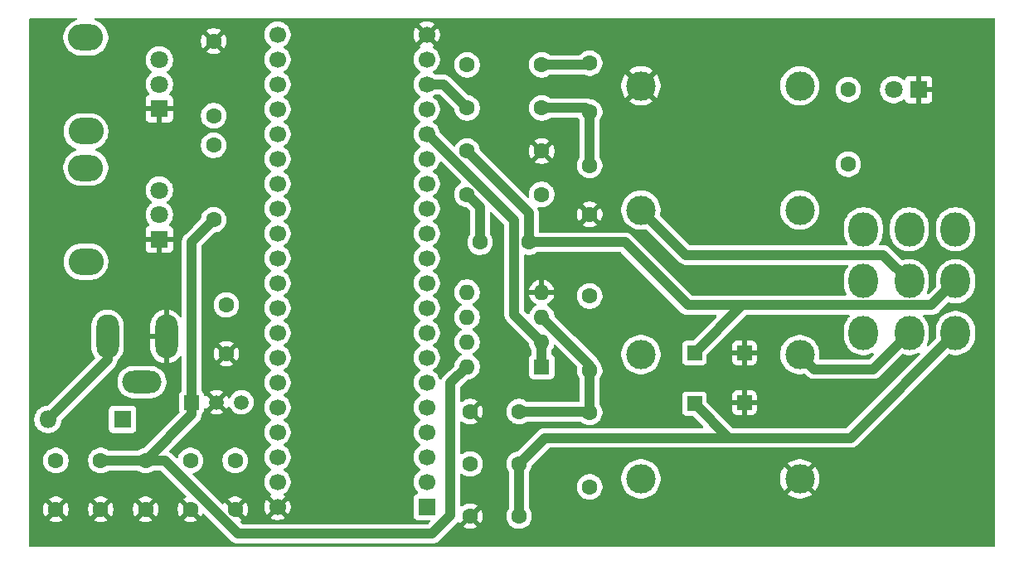
<source format=gbr>
%TF.GenerationSoftware,KiCad,Pcbnew,9.0.5*%
%TF.CreationDate,2025-10-30T20:13:30-05:00*%
%TF.ProjectId,wah,7761682e-6b69-4636-9164-5f7063625858,0.2*%
%TF.SameCoordinates,Original*%
%TF.FileFunction,Copper,L1,Top*%
%TF.FilePolarity,Positive*%
%FSLAX46Y46*%
G04 Gerber Fmt 4.6, Leading zero omitted, Abs format (unit mm)*
G04 Created by KiCad (PCBNEW 9.0.5) date 2025-10-30 20:13:30*
%MOMM*%
%LPD*%
G01*
G04 APERTURE LIST*
%TA.AperFunction,ComponentPad*%
%ADD10R,1.800000X1.800000*%
%TD*%
%TA.AperFunction,ComponentPad*%
%ADD11O,1.800000X1.800000*%
%TD*%
%TA.AperFunction,ComponentPad*%
%ADD12C,1.600000*%
%TD*%
%TA.AperFunction,ComponentPad*%
%ADD13O,3.580000X2.720000*%
%TD*%
%TA.AperFunction,ComponentPad*%
%ADD14O,3.580000X2.696000*%
%TD*%
%TA.AperFunction,ComponentPad*%
%ADD15C,1.800000*%
%TD*%
%TA.AperFunction,ComponentPad*%
%ADD16R,1.500000X1.500000*%
%TD*%
%TA.AperFunction,ComponentPad*%
%ADD17C,1.500000*%
%TD*%
%TA.AperFunction,ComponentPad*%
%ADD18C,3.000000*%
%TD*%
%TA.AperFunction,ComponentPad*%
%ADD19O,2.300000X4.500000*%
%TD*%
%TA.AperFunction,ComponentPad*%
%ADD20O,4.000000X2.300000*%
%TD*%
%TA.AperFunction,ComponentPad*%
%ADD21O,3.000000X3.500000*%
%TD*%
%TA.AperFunction,ComponentPad*%
%ADD22R,1.600000X1.600000*%
%TD*%
%TA.AperFunction,ComponentPad*%
%ADD23O,1.600000X1.600000*%
%TD*%
%TA.AperFunction,ComponentPad*%
%ADD24R,1.700000X1.700000*%
%TD*%
%TA.AperFunction,ComponentPad*%
%ADD25C,1.700000*%
%TD*%
%TA.AperFunction,Conductor*%
%ADD26C,1.000000*%
%TD*%
G04 APERTURE END LIST*
D10*
%TO.P,D1,1,K*%
%TO.N,+9V*%
X76800000Y-97735000D03*
D11*
%TO.P,D1,2,A*%
%TO.N,Net-(D1-A)*%
X69180000Y-97735000D03*
%TD*%
D12*
%TO.P,C11,1*%
%TO.N,/FX_IN*%
X117300000Y-102285000D03*
%TO.P,C11,2*%
%TO.N,Net-(C11-Pad2)*%
X112300000Y-102285000D03*
%TD*%
D13*
%TO.P,RV2,*%
%TO.N,*%
X73062000Y-68296600D03*
D14*
X73050000Y-58708600D03*
D10*
%TO.P,RV2,1,1*%
%TO.N,GND*%
X80562000Y-65996600D03*
D15*
%TO.P,RV2,2,2*%
%TO.N,/POT2*%
X80562000Y-63496600D03*
%TO.P,RV2,3,3*%
%TO.N,VDD*%
X80562000Y-60996600D03*
%TD*%
D12*
%TO.P,C6,1*%
%TO.N,Net-(C6-Pad1)*%
X113300000Y-79635000D03*
%TO.P,C6,2*%
%TO.N,/FX_OUT*%
X118300000Y-79635000D03*
%TD*%
D16*
%TO.P,GND1,1,1*%
%TO.N,GND*%
X140300000Y-90935000D03*
%TD*%
D12*
%TO.P,R6,1*%
%TO.N,GND*%
X86100000Y-59075000D03*
%TO.P,R6,2*%
%TO.N,/VREF*%
X86100000Y-66695000D03*
%TD*%
D16*
%TO.P,U2,1,VO*%
%TO.N,Net-(U1C-V+)*%
X83860000Y-95995000D03*
D17*
%TO.P,U2,2,GND*%
%TO.N,GND*%
X86400000Y-95995000D03*
%TO.P,U2,3,VI*%
%TO.N,+9V*%
X88940000Y-95995000D03*
%TD*%
D18*
%TO.P,J3,S*%
%TO.N,GND*%
X129737381Y-63655600D03*
%TO.P,J3,SN*%
%TO.N,N/C*%
X145967381Y-63655600D03*
%TO.P,J3,T*%
%TO.N,Net-(J3-PadT)*%
X129737381Y-76355600D03*
%TO.P,J3,TN*%
%TO.N,N/C*%
X145967381Y-76355600D03*
%TD*%
D12*
%TO.P,C5,1*%
%TO.N,+9V*%
X88300000Y-101935000D03*
%TO.P,C5,2*%
%TO.N,GND*%
X88300000Y-106935000D03*
%TD*%
%TO.P,R2,1*%
%TO.N,/VREF*%
X111990000Y-61511800D03*
%TO.P,R2,2*%
%TO.N,Net-(U1B-+)*%
X119610000Y-61511800D03*
%TD*%
D19*
%TO.P,J1,1*%
%TO.N,GND*%
X81270000Y-89275000D03*
%TO.P,J1,2*%
%TO.N,Net-(D1-A)*%
X75270000Y-89275000D03*
D20*
%TO.P,J1,3*%
%TO.N,unconnected-(J1-Pad3)*%
X78770000Y-93925000D03*
%TD*%
D13*
%TO.P,RV1,*%
%TO.N,*%
X73062000Y-81617000D03*
D14*
X73050000Y-72029000D03*
D10*
%TO.P,RV1,1,1*%
%TO.N,GND*%
X80562000Y-79317000D03*
D15*
%TO.P,RV1,2,2*%
%TO.N,/POT1*%
X80562000Y-76817000D03*
%TO.P,RV1,3,3*%
%TO.N,VDD*%
X80562000Y-74317000D03*
%TD*%
D12*
%TO.P,C8,1*%
%TO.N,Net-(U1C-V+)*%
X79150000Y-101935000D03*
%TO.P,C8,2*%
%TO.N,GND*%
X79150000Y-106935000D03*
%TD*%
%TO.P,R7,1*%
%TO.N,Net-(C11-Pad2)*%
X124500000Y-104635000D03*
%TO.P,R7,2*%
%TO.N,Net-(U1A-+)*%
X124500000Y-97015000D03*
%TD*%
%TO.P,R1,1*%
%TO.N,/AUDIO_OUT*%
X111990000Y-65919533D03*
%TO.P,R1,2*%
%TO.N,Net-(C1-Pad1)*%
X119610000Y-65919533D03*
%TD*%
%TO.P,R9,1*%
%TO.N,Net-(R9-Pad1)*%
X150900000Y-71655000D03*
%TO.P,R9,2*%
%TO.N,Net-(D2-A)*%
X150900000Y-64035000D03*
%TD*%
%TO.P,R5,1*%
%TO.N,Net-(U1C-V+)*%
X86100000Y-77355000D03*
%TO.P,R5,2*%
%TO.N,/VREF*%
X86100000Y-69735000D03*
%TD*%
D10*
%TO.P,D2,1,K*%
%TO.N,GND*%
X158085000Y-64035000D03*
D15*
%TO.P,D2,2,A*%
%TO.N,Net-(D2-A)*%
X155545000Y-64035000D03*
%TD*%
D12*
%TO.P,C10,1*%
%TO.N,/VREF*%
X87400000Y-86035000D03*
%TO.P,C10,2*%
%TO.N,GND*%
X87400000Y-91035000D03*
%TD*%
%TO.P,C4,1*%
%TO.N,+9V*%
X83725000Y-101935000D03*
%TO.P,C4,2*%
%TO.N,GND*%
X83725000Y-106935000D03*
%TD*%
D21*
%TO.P,SW1,1,A*%
%TO.N,Net-(SW1-A-Pad1)*%
X152450000Y-88915000D03*
%TO.P,SW1,2,B*%
%TO.N,Net-(J2-PadT)*%
X157150000Y-88915000D03*
%TO.P,SW1,3,C*%
%TO.N,/FX_IN*%
X161850000Y-88915000D03*
%TO.P,SW1,4,A*%
%TO.N,Net-(SW1-A-Pad1)*%
X152450000Y-83615000D03*
%TO.P,SW1,5,B*%
%TO.N,Net-(J3-PadT)*%
X157150000Y-83615000D03*
%TO.P,SW1,6,C*%
%TO.N,/FX_OUT*%
X161850000Y-83615000D03*
%TO.P,SW1,7,A*%
%TO.N,unconnected-(SW1-A-Pad7)*%
X152450000Y-78315000D03*
%TO.P,SW1,8,B*%
%TO.N,+9V*%
X157150000Y-78315000D03*
%TO.P,SW1,9,C*%
%TO.N,Net-(R9-Pad1)*%
X161850000Y-78315000D03*
%TD*%
D18*
%TO.P,J2,S*%
%TO.N,GND*%
X145967381Y-103810000D03*
%TO.P,J2,SN*%
%TO.N,N/C*%
X129737381Y-103810000D03*
%TO.P,J2,T*%
%TO.N,Net-(J2-PadT)*%
X145967381Y-91110000D03*
%TO.P,J2,TN*%
%TO.N,N/C*%
X129737381Y-91110000D03*
%TD*%
D12*
%TO.P,R3,1*%
%TO.N,Net-(U1B--)*%
X119610000Y-74735000D03*
%TO.P,R3,2*%
%TO.N,Net-(C6-Pad1)*%
X111990000Y-74735000D03*
%TD*%
%TO.P,C7,1*%
%TO.N,Net-(U1C-V+)*%
X74575000Y-101935000D03*
%TO.P,C7,2*%
%TO.N,GND*%
X74575000Y-106935000D03*
%TD*%
%TO.P,C3,1*%
%TO.N,+9V*%
X70000000Y-101935000D03*
%TO.P,C3,2*%
%TO.N,GND*%
X70000000Y-106935000D03*
%TD*%
%TO.P,R8,1*%
%TO.N,/VREF*%
X124500000Y-85135000D03*
%TO.P,R8,2*%
%TO.N,Net-(U1A-+)*%
X124500000Y-92755000D03*
%TD*%
%TO.P,C1,1*%
%TO.N,Net-(C1-Pad1)*%
X124500000Y-71778600D03*
%TO.P,C1,2*%
%TO.N,GND*%
X124500000Y-76778600D03*
%TD*%
%TO.P,C2,1*%
%TO.N,Net-(C1-Pad1)*%
X124500000Y-66335000D03*
%TO.P,C2,2*%
%TO.N,Net-(U1B-+)*%
X124500000Y-61335000D03*
%TD*%
D22*
%TO.P,U1,1*%
%TO.N,/AUDIO_IN*%
X119600000Y-92355000D03*
D23*
%TO.P,U1,2,-*%
X119600000Y-89815000D03*
%TO.P,U1,3,+*%
%TO.N,Net-(U1A-+)*%
X119600000Y-87275000D03*
%TO.P,U1,4,V-*%
%TO.N,GND*%
X119600000Y-84735000D03*
%TO.P,U1,5,+*%
%TO.N,Net-(U1B-+)*%
X111980000Y-84735000D03*
%TO.P,U1,6,-*%
%TO.N,Net-(U1B--)*%
X111980000Y-87275000D03*
%TO.P,U1,7*%
X111980000Y-89815000D03*
%TO.P,U1,8,V+*%
%TO.N,Net-(U1C-V+)*%
X111980000Y-92355000D03*
%TD*%
D12*
%TO.P,C9,1*%
%TO.N,/FX_IN*%
X117300000Y-107635000D03*
%TO.P,C9,2*%
%TO.N,GND*%
X112300000Y-107635000D03*
%TD*%
%TO.P,R4,1*%
%TO.N,/FX_OUT*%
X111990000Y-70327267D03*
%TO.P,R4,2*%
%TO.N,GND*%
X119610000Y-70327267D03*
%TD*%
D24*
%TO.P,A1,1,USB_ID*%
%TO.N,unconnected-(A1-USB_ID-Pad1)*%
X107867000Y-106676600D03*
D25*
%TO.P,A1,2,SD_DATA_3*%
%TO.N,unconnected-(A1-SD_DATA_3-Pad2)*%
X107867000Y-104136600D03*
%TO.P,A1,3,SD_DATA_2*%
%TO.N,unconnected-(A1-SD_DATA_2-Pad3)*%
X107867000Y-101596600D03*
%TO.P,A1,4,SD_DATA_1*%
%TO.N,unconnected-(A1-SD_DATA_1-Pad4)*%
X107867000Y-99056600D03*
%TO.P,A1,5,SD_DATA_0*%
%TO.N,unconnected-(A1-SD_DATA_0-Pad5)*%
X107867000Y-96516600D03*
%TO.P,A1,6,SD_CMD*%
%TO.N,unconnected-(A1-SD_CMD-Pad6)*%
X107867000Y-93976600D03*
%TO.P,A1,7,SD_CLK*%
%TO.N,unconnected-(A1-SD_CLK-Pad7)*%
X107867000Y-91436600D03*
%TO.P,A1,8,SPI1_CS*%
%TO.N,unconnected-(A1-SPI1_CS-Pad8)*%
X107867000Y-88896600D03*
%TO.P,A1,9,SPI1_SCK*%
%TO.N,unconnected-(A1-SPI1_SCK-Pad9)*%
X107867000Y-86356600D03*
%TO.P,A1,10,SPI1_POCI*%
%TO.N,unconnected-(A1-SPI1_POCI-Pad10)*%
X107867000Y-83816600D03*
%TO.P,A1,11,SPI1_PICO*%
%TO.N,unconnected-(A1-SPI1_PICO-Pad11)*%
X107867000Y-81276600D03*
%TO.P,A1,12,I2C1_SCL*%
%TO.N,unconnected-(A1-I2C1_SCL-Pad12)*%
X107867000Y-78736600D03*
%TO.P,A1,13,I2C1_SDA*%
%TO.N,unconnected-(A1-I2C1_SDA-Pad13)*%
X107867000Y-76196600D03*
%TO.P,A1,14,USART1_TX*%
%TO.N,unconnected-(A1-USART1_TX-Pad14)*%
X107867000Y-73656600D03*
%TO.P,A1,15,USART1_RX*%
%TO.N,unconnected-(A1-USART1_RX-Pad15)*%
X107867000Y-71116600D03*
%TO.P,A1,16,AUDIO_IN_1*%
%TO.N,/AUDIO_IN*%
X107867000Y-68576600D03*
%TO.P,A1,17,AUDIO_IN_2*%
%TO.N,unconnected-(A1-AUDIO_IN_2-Pad17)*%
X107867000Y-66036600D03*
%TO.P,A1,18,AUDIO_OUT_1*%
%TO.N,/AUDIO_OUT*%
X107867000Y-63496600D03*
%TO.P,A1,19,AUDIO_OUT_2*%
%TO.N,unconnected-(A1-AUDIO_OUT_2-Pad19)*%
X107867000Y-60956600D03*
%TO.P,A1,20,AGND*%
%TO.N,GND*%
X107867000Y-58416600D03*
%TO.P,A1,21,3V3_A*%
%TO.N,VDD*%
X92627000Y-58416600D03*
%TO.P,A1,22,ADC_0*%
%TO.N,unconnected-(A1-ADC_0-Pad22)*%
X92627000Y-60956600D03*
%TO.P,A1,23,ADC_1*%
%TO.N,/POT2*%
X92627000Y-63496600D03*
%TO.P,A1,24,ADC_2*%
%TO.N,/POT1*%
X92627000Y-66036600D03*
%TO.P,A1,25,ADC_3*%
%TO.N,unconnected-(A1-ADC_3-Pad25)*%
X92627000Y-68576600D03*
%TO.P,A1,26,ADC_4*%
%TO.N,unconnected-(A1-ADC_4-Pad26)*%
X92627000Y-71116600D03*
%TO.P,A1,27,ADC_5*%
%TO.N,unconnected-(A1-ADC_5-Pad27)*%
X92627000Y-73656600D03*
%TO.P,A1,28,ADC_6*%
%TO.N,unconnected-(A1-ADC_6-Pad28)*%
X92627000Y-76196600D03*
%TO.P,A1,29,DAC_OUT2*%
%TO.N,unconnected-(A1-DAC_OUT2-Pad29)*%
X92627000Y-78736600D03*
%TO.P,A1,30,DAC_OUT1*%
%TO.N,unconnected-(A1-DAC_OUT1-Pad30)*%
X92627000Y-81276600D03*
%TO.P,A1,31,SAI2_MCLK*%
%TO.N,unconnected-(A1-SAI2_MCLK-Pad31)*%
X92627000Y-83816600D03*
%TO.P,A1,32,SAI2_SD_B*%
%TO.N,unconnected-(A1-SAI2_SD_B-Pad32)*%
X92627000Y-86356600D03*
%TO.P,A1,33,SAI2_SD_A*%
%TO.N,unconnected-(A1-SAI2_SD_A-Pad33)*%
X92627000Y-88896600D03*
%TO.P,A1,34,SAI2_FS*%
%TO.N,unconnected-(A1-SAI2_FS-Pad34)*%
X92627000Y-91436600D03*
%TO.P,A1,35,SAI2_SCK*%
%TO.N,unconnected-(A1-SAI2_SCK-Pad35)*%
X92627000Y-93976600D03*
%TO.P,A1,36,USB_D_-*%
%TO.N,unconnected-(A1-USB_D_--Pad36)*%
X92627000Y-96516600D03*
%TO.P,A1,37,USB_D_+*%
%TO.N,unconnected-(A1-USB_D_+-Pad37)*%
X92627000Y-99056600D03*
%TO.P,A1,38,3V3_D*%
%TO.N,unconnected-(A1-3V3_D-Pad38)*%
X92627000Y-101596600D03*
%TO.P,A1,39,VIN*%
%TO.N,+9V*%
X92627000Y-104136600D03*
%TO.P,A1,40,DGND*%
%TO.N,GND*%
X92627000Y-106676600D03*
%TD*%
D16*
%TO.P,TP_IN1,1,1*%
%TO.N,/FX_IN*%
X135200000Y-96135000D03*
%TD*%
D12*
%TO.P,C12,1*%
%TO.N,Net-(U1A-+)*%
X117300000Y-96935000D03*
%TO.P,C12,2*%
%TO.N,GND*%
X112300000Y-96935000D03*
%TD*%
D16*
%TO.P,GND2,1,1*%
%TO.N,GND*%
X140300000Y-96035000D03*
%TD*%
%TO.P,TP_OUT1,1,1*%
%TO.N,/FX_OUT*%
X135200000Y-90935000D03*
%TD*%
D26*
%TO.N,/FX_IN*%
X117300000Y-102285000D02*
X117300000Y-107635000D01*
X138700000Y-99635000D02*
X139000000Y-99635000D01*
X139000000Y-99635000D02*
X151130000Y-99635000D01*
X135200000Y-96135000D02*
X138700000Y-99635000D01*
X151130000Y-99635000D02*
X161850000Y-88915000D01*
X117300000Y-102285000D02*
X119950000Y-99635000D01*
X119950000Y-99635000D02*
X139000000Y-99635000D01*
%TO.N,/FX_OUT*%
X118300000Y-76637267D02*
X118300000Y-79635000D01*
X159399000Y-86066000D02*
X161850000Y-83615000D01*
X135200000Y-90935000D02*
X140069000Y-86066000D01*
X118300000Y-79635000D02*
X128100000Y-79635000D01*
X111990000Y-70327267D02*
X118300000Y-76637267D01*
X134531000Y-86066000D02*
X140069000Y-86066000D01*
X140069000Y-86066000D02*
X159399000Y-86066000D01*
X128100000Y-79635000D02*
X134531000Y-86066000D01*
%TO.N,/AUDIO_IN*%
X116799000Y-77421265D02*
X116799000Y-87014000D01*
X119600000Y-89815000D02*
X119600000Y-92355000D01*
X116799000Y-87014000D02*
X119600000Y-89815000D01*
X107954335Y-68576600D02*
X116799000Y-77421265D01*
X107867000Y-68576600D02*
X107954335Y-68576600D01*
%TO.N,/AUDIO_OUT*%
X109567067Y-63496600D02*
X111990000Y-65919533D01*
X107867000Y-63496600D02*
X109567067Y-63496600D01*
%TO.N,Net-(C1-Pad1)*%
X119610000Y-65919533D02*
X124084533Y-65919533D01*
X124084533Y-65919533D02*
X124500000Y-66335000D01*
X124500000Y-66335000D02*
X124500000Y-71778600D01*
%TO.N,Net-(U1B-+)*%
X124323200Y-61511800D02*
X124500000Y-61335000D01*
X119610000Y-61511800D02*
X124323200Y-61511800D01*
%TO.N,Net-(C6-Pad1)*%
X112000000Y-74735000D02*
X113300000Y-76035000D01*
X113300000Y-76035000D02*
X113300000Y-79635000D01*
X111990000Y-74735000D02*
X112000000Y-74735000D01*
%TO.N,Net-(U1C-V+)*%
X79150000Y-101935000D02*
X81100000Y-101935000D01*
X83860000Y-79595000D02*
X86100000Y-77355000D01*
X110300000Y-94035000D02*
X111980000Y-92355000D01*
X83860000Y-95995000D02*
X83860000Y-79595000D01*
X110300000Y-107535000D02*
X110300000Y-94035000D01*
X108400000Y-109435000D02*
X110300000Y-107535000D01*
X88600000Y-109435000D02*
X108400000Y-109435000D01*
X83860000Y-95995000D02*
X83860000Y-97225000D01*
X74575000Y-101935000D02*
X79150000Y-101935000D01*
X83860000Y-97225000D02*
X79150000Y-101935000D01*
X81100000Y-101935000D02*
X88600000Y-109435000D01*
%TO.N,Net-(D1-A)*%
X75270000Y-91645000D02*
X69180000Y-97735000D01*
X75270000Y-89275000D02*
X75270000Y-91645000D01*
%TO.N,Net-(U1A-+)*%
X119600000Y-87275000D02*
X124500000Y-92175000D01*
X124500000Y-92755000D02*
X124500000Y-97015000D01*
X124420000Y-96935000D02*
X124500000Y-97015000D01*
X124500000Y-92175000D02*
X124500000Y-92755000D01*
X117300000Y-96935000D02*
X124420000Y-96935000D01*
%TO.N,Net-(J2-PadT)*%
X145967381Y-91110000D02*
X147467381Y-92610000D01*
X153455000Y-92610000D02*
X157150000Y-88915000D01*
X147467381Y-92610000D02*
X153455000Y-92610000D01*
%TO.N,Net-(J3-PadT)*%
X134316781Y-80935000D02*
X154470000Y-80935000D01*
X154470000Y-80935000D02*
X157150000Y-83615000D01*
X129737381Y-76355600D02*
X134316781Y-80935000D01*
%TD*%
%TA.AperFunction,Conductor*%
%TO.N,GND*%
G36*
X72087682Y-56719585D02*
G01*
X72133437Y-56772389D01*
X72143381Y-56841547D01*
X72114356Y-56905103D01*
X72055578Y-56942877D01*
X72052759Y-56943668D01*
X72031439Y-56949380D01*
X72012543Y-56954444D01*
X71788684Y-57047169D01*
X71788667Y-57047177D01*
X71578825Y-57168330D01*
X71386585Y-57315840D01*
X71386578Y-57315846D01*
X71215246Y-57487178D01*
X71215240Y-57487185D01*
X71067730Y-57679425D01*
X70946577Y-57889267D01*
X70946569Y-57889284D01*
X70853844Y-58113143D01*
X70791130Y-58347199D01*
X70791128Y-58347210D01*
X70759500Y-58587435D01*
X70759500Y-58829764D01*
X70775545Y-58951629D01*
X70791129Y-59069998D01*
X70820153Y-59178317D01*
X70853844Y-59304056D01*
X70946569Y-59527915D01*
X70946577Y-59527932D01*
X71067730Y-59737774D01*
X71215240Y-59930014D01*
X71215246Y-59930021D01*
X71386578Y-60101353D01*
X71386585Y-60101359D01*
X71578825Y-60248869D01*
X71788667Y-60370022D01*
X71788672Y-60370024D01*
X71788675Y-60370026D01*
X71788679Y-60370027D01*
X71788684Y-60370030D01*
X71800683Y-60375000D01*
X72012544Y-60462756D01*
X72246602Y-60525471D01*
X72486843Y-60557100D01*
X72486850Y-60557100D01*
X73613150Y-60557100D01*
X73613157Y-60557100D01*
X73853398Y-60525471D01*
X74087456Y-60462756D01*
X74311325Y-60370026D01*
X74521175Y-60248869D01*
X74713416Y-60101358D01*
X74884758Y-59930016D01*
X75032269Y-59737775D01*
X75153426Y-59527925D01*
X75246156Y-59304056D01*
X75308871Y-59069998D01*
X75321683Y-58972682D01*
X84800000Y-58972682D01*
X84800000Y-59177317D01*
X84832009Y-59379417D01*
X84895244Y-59574031D01*
X84988141Y-59756350D01*
X84988147Y-59756359D01*
X85020523Y-59800921D01*
X85020524Y-59800922D01*
X85700000Y-59121446D01*
X85700000Y-59127661D01*
X85727259Y-59229394D01*
X85779920Y-59320606D01*
X85854394Y-59395080D01*
X85945606Y-59447741D01*
X86047339Y-59475000D01*
X86053553Y-59475000D01*
X85374076Y-60154474D01*
X85418650Y-60186859D01*
X85600968Y-60279755D01*
X85795582Y-60342990D01*
X85997683Y-60375000D01*
X86202317Y-60375000D01*
X86404417Y-60342990D01*
X86599031Y-60279755D01*
X86781349Y-60186859D01*
X86825921Y-60154474D01*
X86146447Y-59475000D01*
X86152661Y-59475000D01*
X86254394Y-59447741D01*
X86345606Y-59395080D01*
X86420080Y-59320606D01*
X86472741Y-59229394D01*
X86500000Y-59127661D01*
X86500000Y-59121447D01*
X87179474Y-59800921D01*
X87211859Y-59756349D01*
X87304755Y-59574031D01*
X87367990Y-59379417D01*
X87400000Y-59177317D01*
X87400000Y-58972682D01*
X87367990Y-58770582D01*
X87304755Y-58575968D01*
X87211859Y-58393649D01*
X87200727Y-58378328D01*
X87200726Y-58378327D01*
X87179474Y-58349077D01*
X87179474Y-58349076D01*
X86500000Y-59028551D01*
X86500000Y-59022339D01*
X86472741Y-58920606D01*
X86420080Y-58829394D01*
X86345606Y-58754920D01*
X86254394Y-58702259D01*
X86152661Y-58675000D01*
X86146446Y-58675000D01*
X86511133Y-58310313D01*
X91276500Y-58310313D01*
X91276500Y-58522886D01*
X91309735Y-58732727D01*
X91309754Y-58732843D01*
X91370762Y-58920606D01*
X91375444Y-58935014D01*
X91471951Y-59124420D01*
X91596890Y-59296386D01*
X91747213Y-59446709D01*
X91919182Y-59571650D01*
X91927946Y-59576116D01*
X91978742Y-59624091D01*
X91995536Y-59691912D01*
X91972998Y-59758047D01*
X91927946Y-59797084D01*
X91919182Y-59801549D01*
X91747213Y-59926490D01*
X91596890Y-60076813D01*
X91471951Y-60248779D01*
X91375444Y-60438185D01*
X91309753Y-60640360D01*
X91276500Y-60850313D01*
X91276500Y-61062886D01*
X91303387Y-61232648D01*
X91309754Y-61272843D01*
X91363206Y-61437352D01*
X91375444Y-61475014D01*
X91471951Y-61664420D01*
X91596890Y-61836386D01*
X91747213Y-61986709D01*
X91919182Y-62111650D01*
X91927946Y-62116116D01*
X91978742Y-62164091D01*
X91995536Y-62231912D01*
X91972998Y-62298047D01*
X91927946Y-62337084D01*
X91919182Y-62341549D01*
X91747213Y-62466490D01*
X91596890Y-62616813D01*
X91471951Y-62788779D01*
X91375444Y-62978185D01*
X91375443Y-62978187D01*
X91375443Y-62978188D01*
X91355857Y-63038467D01*
X91309753Y-63180360D01*
X91276500Y-63390313D01*
X91276500Y-63602886D01*
X91305617Y-63786727D01*
X91309754Y-63812843D01*
X91373539Y-64009153D01*
X91375444Y-64015014D01*
X91471951Y-64204420D01*
X91596890Y-64376386D01*
X91747213Y-64526709D01*
X91919182Y-64651650D01*
X91927946Y-64656116D01*
X91978742Y-64704091D01*
X91995536Y-64771912D01*
X91972998Y-64838047D01*
X91927946Y-64877084D01*
X91919182Y-64881549D01*
X91747213Y-65006490D01*
X91596890Y-65156813D01*
X91471951Y-65328779D01*
X91375444Y-65518185D01*
X91309753Y-65720360D01*
X91276500Y-65930313D01*
X91276500Y-66142886D01*
X91301955Y-66303607D01*
X91309754Y-66352843D01*
X91367660Y-66531059D01*
X91375444Y-66555014D01*
X91471951Y-66744420D01*
X91596890Y-66916386D01*
X91747213Y-67066709D01*
X91919182Y-67191650D01*
X91927946Y-67196116D01*
X91978742Y-67244091D01*
X91995536Y-67311912D01*
X91972998Y-67378047D01*
X91927946Y-67417084D01*
X91919182Y-67421549D01*
X91747213Y-67546490D01*
X91596890Y-67696813D01*
X91471951Y-67868779D01*
X91375444Y-68058185D01*
X91309753Y-68260360D01*
X91277100Y-68466522D01*
X91276500Y-68470313D01*
X91276500Y-68682887D01*
X91309754Y-68892843D01*
X91363673Y-69058789D01*
X91375444Y-69095014D01*
X91471951Y-69284420D01*
X91596890Y-69456386D01*
X91747213Y-69606709D01*
X91919182Y-69731650D01*
X91927946Y-69736116D01*
X91978742Y-69784091D01*
X91995536Y-69851912D01*
X91972998Y-69918047D01*
X91927946Y-69957084D01*
X91919182Y-69961549D01*
X91747213Y-70086490D01*
X91596890Y-70236813D01*
X91471951Y-70408779D01*
X91375444Y-70598185D01*
X91309753Y-70800360D01*
X91276500Y-71010313D01*
X91276500Y-71222886D01*
X91305826Y-71408047D01*
X91309754Y-71432843D01*
X91372926Y-71627267D01*
X91375444Y-71635014D01*
X91471951Y-71824420D01*
X91596890Y-71996386D01*
X91747213Y-72146709D01*
X91919182Y-72271650D01*
X91927946Y-72276116D01*
X91978742Y-72324091D01*
X91995536Y-72391912D01*
X91972998Y-72458047D01*
X91927946Y-72497084D01*
X91919182Y-72501549D01*
X91747213Y-72626490D01*
X91596890Y-72776813D01*
X91471951Y-72948779D01*
X91375444Y-73138185D01*
X91309753Y-73340360D01*
X91296862Y-73421753D01*
X91276500Y-73550313D01*
X91276500Y-73762887D01*
X91309754Y-73972843D01*
X91335925Y-74053390D01*
X91375444Y-74175014D01*
X91471951Y-74364420D01*
X91596890Y-74536386D01*
X91747213Y-74686709D01*
X91919182Y-74811650D01*
X91927946Y-74816116D01*
X91978742Y-74864091D01*
X91995536Y-74931912D01*
X91972998Y-74998047D01*
X91927946Y-75037084D01*
X91919182Y-75041549D01*
X91747213Y-75166490D01*
X91596890Y-75316813D01*
X91471951Y-75488779D01*
X91375444Y-75678185D01*
X91309753Y-75880360D01*
X91276500Y-76090313D01*
X91276500Y-76302886D01*
X91307843Y-76500782D01*
X91309754Y-76512843D01*
X91345938Y-76624206D01*
X91375444Y-76715014D01*
X91471951Y-76904420D01*
X91596890Y-77076386D01*
X91747213Y-77226709D01*
X91919182Y-77351650D01*
X91927946Y-77356116D01*
X91978742Y-77404091D01*
X91995536Y-77471912D01*
X91972998Y-77538047D01*
X91927946Y-77577084D01*
X91919182Y-77581549D01*
X91747213Y-77706490D01*
X91596890Y-77856813D01*
X91471951Y-78028779D01*
X91375444Y-78218185D01*
X91309753Y-78420360D01*
X91276500Y-78630313D01*
X91276500Y-78842886D01*
X91294608Y-78957219D01*
X91309754Y-79052843D01*
X91344924Y-79161086D01*
X91375444Y-79255014D01*
X91471951Y-79444420D01*
X91596890Y-79616386D01*
X91747213Y-79766709D01*
X91919182Y-79891650D01*
X91927946Y-79896116D01*
X91978742Y-79944091D01*
X91995536Y-80011912D01*
X91972998Y-80078047D01*
X91927946Y-80117084D01*
X91919182Y-80121549D01*
X91747213Y-80246490D01*
X91596890Y-80396813D01*
X91471951Y-80568779D01*
X91375444Y-80758185D01*
X91309753Y-80960360D01*
X91276500Y-81170313D01*
X91276500Y-81382886D01*
X91293890Y-81492686D01*
X91309754Y-81592843D01*
X91357225Y-81738944D01*
X91375444Y-81795014D01*
X91471951Y-81984420D01*
X91596890Y-82156386D01*
X91747213Y-82306709D01*
X91919182Y-82431650D01*
X91927946Y-82436116D01*
X91978742Y-82484091D01*
X91995536Y-82551912D01*
X91972998Y-82618047D01*
X91927946Y-82657084D01*
X91919182Y-82661549D01*
X91747213Y-82786490D01*
X91596890Y-82936813D01*
X91471951Y-83108779D01*
X91375444Y-83298185D01*
X91309753Y-83500360D01*
X91290374Y-83622715D01*
X91276500Y-83710313D01*
X91276500Y-83922887D01*
X91309754Y-84132843D01*
X91360098Y-84287786D01*
X91375444Y-84335014D01*
X91471951Y-84524420D01*
X91596890Y-84696386D01*
X91747213Y-84846709D01*
X91919182Y-84971650D01*
X91927946Y-84976116D01*
X91978742Y-85024091D01*
X91995536Y-85091912D01*
X91972998Y-85158047D01*
X91927946Y-85197084D01*
X91919182Y-85201549D01*
X91747213Y-85326490D01*
X91596890Y-85476813D01*
X91471951Y-85648779D01*
X91375444Y-85838185D01*
X91309753Y-86040360D01*
X91276500Y-86250313D01*
X91276500Y-86462886D01*
X91308432Y-86664500D01*
X91309754Y-86672843D01*
X91372824Y-86866953D01*
X91375444Y-86875014D01*
X91471951Y-87064420D01*
X91596890Y-87236386D01*
X91747213Y-87386709D01*
X91919182Y-87511650D01*
X91927946Y-87516116D01*
X91978742Y-87564091D01*
X91995536Y-87631912D01*
X91972998Y-87698047D01*
X91927946Y-87737084D01*
X91919182Y-87741549D01*
X91747213Y-87866490D01*
X91596890Y-88016813D01*
X91471951Y-88188779D01*
X91375444Y-88378185D01*
X91309753Y-88580360D01*
X91290374Y-88702715D01*
X91276500Y-88790313D01*
X91276500Y-89002887D01*
X91309754Y-89212843D01*
X91341958Y-89311957D01*
X91375444Y-89415014D01*
X91471951Y-89604420D01*
X91596890Y-89776386D01*
X91747213Y-89926709D01*
X91919182Y-90051650D01*
X91927946Y-90056116D01*
X91978742Y-90104091D01*
X91995536Y-90171912D01*
X91972998Y-90238047D01*
X91927946Y-90277084D01*
X91919182Y-90281549D01*
X91747213Y-90406490D01*
X91596890Y-90556813D01*
X91471951Y-90728779D01*
X91375444Y-90918185D01*
X91309753Y-91120360D01*
X91276500Y-91330313D01*
X91276500Y-91542886D01*
X91308281Y-91743548D01*
X91309754Y-91752843D01*
X91369534Y-91936827D01*
X91375444Y-91955014D01*
X91471951Y-92144420D01*
X91596890Y-92316386D01*
X91747213Y-92466709D01*
X91919182Y-92591650D01*
X91927946Y-92596116D01*
X91978742Y-92644091D01*
X91995536Y-92711912D01*
X91972998Y-92778047D01*
X91927946Y-92817084D01*
X91919182Y-92821549D01*
X91747213Y-92946490D01*
X91596890Y-93096813D01*
X91471951Y-93268779D01*
X91375444Y-93458185D01*
X91309753Y-93660360D01*
X91303071Y-93702550D01*
X91276500Y-93870313D01*
X91276500Y-94082887D01*
X91309754Y-94292843D01*
X91360629Y-94449420D01*
X91375444Y-94495014D01*
X91471951Y-94684420D01*
X91596890Y-94856386D01*
X91747213Y-95006709D01*
X91919182Y-95131650D01*
X91927946Y-95136116D01*
X91978742Y-95184091D01*
X91995536Y-95251912D01*
X91972998Y-95318047D01*
X91927946Y-95357084D01*
X91919182Y-95361549D01*
X91747213Y-95486490D01*
X91596890Y-95636813D01*
X91471951Y-95808779D01*
X91375444Y-95998185D01*
X91309753Y-96200360D01*
X91276500Y-96410313D01*
X91276500Y-96622887D01*
X91281670Y-96655531D01*
X91302514Y-96787135D01*
X91309754Y-96832843D01*
X91364383Y-97000974D01*
X91375444Y-97035014D01*
X91471951Y-97224420D01*
X91596890Y-97396386D01*
X91747213Y-97546709D01*
X91919182Y-97671650D01*
X91927946Y-97676116D01*
X91978742Y-97724091D01*
X91995536Y-97791912D01*
X91972998Y-97858047D01*
X91927946Y-97897084D01*
X91919182Y-97901549D01*
X91747213Y-98026490D01*
X91596890Y-98176813D01*
X91471951Y-98348779D01*
X91375444Y-98538185D01*
X91309753Y-98740360D01*
X91276500Y-98950313D01*
X91276500Y-99162886D01*
X91309753Y-99372839D01*
X91375444Y-99575014D01*
X91471951Y-99764420D01*
X91596890Y-99936386D01*
X91747213Y-100086709D01*
X91919182Y-100211650D01*
X91927946Y-100216116D01*
X91978742Y-100264091D01*
X91995536Y-100331912D01*
X91972998Y-100398047D01*
X91927946Y-100437084D01*
X91919182Y-100441549D01*
X91747213Y-100566490D01*
X91596890Y-100716813D01*
X91471951Y-100888779D01*
X91375444Y-101078185D01*
X91309753Y-101280360D01*
X91283178Y-101448150D01*
X91276500Y-101490313D01*
X91276500Y-101702887D01*
X91309754Y-101912843D01*
X91350209Y-102037351D01*
X91375444Y-102115014D01*
X91471951Y-102304420D01*
X91596890Y-102476386D01*
X91747213Y-102626709D01*
X91919182Y-102751650D01*
X91927946Y-102756116D01*
X91978742Y-102804091D01*
X91995536Y-102871912D01*
X91972998Y-102938047D01*
X91927946Y-102977084D01*
X91919182Y-102981549D01*
X91747213Y-103106490D01*
X91596890Y-103256813D01*
X91471951Y-103428779D01*
X91375444Y-103618185D01*
X91309753Y-103820360D01*
X91290633Y-103941080D01*
X91276500Y-104030313D01*
X91276500Y-104242887D01*
X91286534Y-104306244D01*
X91306188Y-104430332D01*
X91309754Y-104452843D01*
X91335684Y-104532648D01*
X91375444Y-104655014D01*
X91471951Y-104844420D01*
X91596890Y-105016386D01*
X91747213Y-105166709D01*
X91919179Y-105291648D01*
X91919181Y-105291649D01*
X91919184Y-105291651D01*
X91928493Y-105296394D01*
X91979290Y-105344366D01*
X91996087Y-105412187D01*
X91973552Y-105478322D01*
X91928505Y-105517360D01*
X91919446Y-105521976D01*
X91919440Y-105521980D01*
X91865282Y-105561327D01*
X91865282Y-105561328D01*
X92456766Y-106152812D01*
X92414708Y-106164082D01*
X92289292Y-106236490D01*
X92186890Y-106338892D01*
X92114482Y-106464308D01*
X92103212Y-106506366D01*
X91511728Y-105914882D01*
X91511727Y-105914882D01*
X91472380Y-105969039D01*
X91375904Y-106158382D01*
X91310242Y-106360469D01*
X91310242Y-106360472D01*
X91277000Y-106570353D01*
X91277000Y-106782846D01*
X91310242Y-106992727D01*
X91310242Y-106992730D01*
X91375904Y-107194817D01*
X91472375Y-107384150D01*
X91511728Y-107438316D01*
X92103212Y-106846833D01*
X92114482Y-106888892D01*
X92186890Y-107014308D01*
X92289292Y-107116710D01*
X92414708Y-107189118D01*
X92456765Y-107200387D01*
X91865282Y-107791869D01*
X91865282Y-107791870D01*
X91919449Y-107831224D01*
X92108782Y-107927695D01*
X92310870Y-107993357D01*
X92520754Y-108026600D01*
X92733246Y-108026600D01*
X92943127Y-107993357D01*
X92943130Y-107993357D01*
X93145217Y-107927695D01*
X93334554Y-107831222D01*
X93388716Y-107791870D01*
X93388717Y-107791870D01*
X92797233Y-107200387D01*
X92839292Y-107189118D01*
X92964708Y-107116710D01*
X93067110Y-107014308D01*
X93139518Y-106888892D01*
X93150787Y-106846833D01*
X93742270Y-107438317D01*
X93742270Y-107438316D01*
X93781622Y-107384154D01*
X93878095Y-107194817D01*
X93943757Y-106992730D01*
X93943757Y-106992727D01*
X93977000Y-106782846D01*
X93977000Y-106570353D01*
X93943757Y-106360472D01*
X93943757Y-106360469D01*
X93878095Y-106158382D01*
X93781624Y-105969049D01*
X93742270Y-105914882D01*
X93742269Y-105914882D01*
X93150787Y-106506365D01*
X93139518Y-106464308D01*
X93067110Y-106338892D01*
X92964708Y-106236490D01*
X92839292Y-106164082D01*
X92797233Y-106152812D01*
X93388716Y-105561328D01*
X93334547Y-105521973D01*
X93334547Y-105521972D01*
X93325500Y-105517363D01*
X93274706Y-105469388D01*
X93257912Y-105401566D01*
X93280451Y-105335432D01*
X93325508Y-105296393D01*
X93334816Y-105291651D01*
X93424554Y-105226453D01*
X93506786Y-105166709D01*
X93506788Y-105166706D01*
X93506792Y-105166704D01*
X93657104Y-105016392D01*
X93657106Y-105016388D01*
X93657109Y-105016386D01*
X93782048Y-104844420D01*
X93782047Y-104844420D01*
X93782051Y-104844416D01*
X93878557Y-104655012D01*
X93944246Y-104452843D01*
X93977500Y-104242887D01*
X93977500Y-104030313D01*
X93944246Y-103820357D01*
X93878557Y-103618188D01*
X93782051Y-103428784D01*
X93782049Y-103428781D01*
X93782048Y-103428779D01*
X93657109Y-103256813D01*
X93506786Y-103106490D01*
X93334820Y-102981551D01*
X93334115Y-102981191D01*
X93326054Y-102977085D01*
X93275259Y-102929112D01*
X93258463Y-102861292D01*
X93280999Y-102795156D01*
X93326054Y-102756115D01*
X93334816Y-102751651D01*
X93410760Y-102696475D01*
X93506786Y-102626709D01*
X93506788Y-102626706D01*
X93506792Y-102626704D01*
X93657104Y-102476392D01*
X93657106Y-102476388D01*
X93657109Y-102476386D01*
X93782048Y-102304420D01*
X93782047Y-102304420D01*
X93782051Y-102304416D01*
X93878557Y-102115012D01*
X93944246Y-101912843D01*
X93977500Y-101702887D01*
X93977500Y-101490313D01*
X93944246Y-101280357D01*
X93878557Y-101078188D01*
X93782051Y-100888784D01*
X93782049Y-100888781D01*
X93782048Y-100888779D01*
X93657109Y-100716813D01*
X93506786Y-100566490D01*
X93334820Y-100441551D01*
X93334115Y-100441191D01*
X93326054Y-100437085D01*
X93275259Y-100389112D01*
X93258463Y-100321292D01*
X93280999Y-100255156D01*
X93326054Y-100216115D01*
X93334816Y-100211651D01*
X93356789Y-100195686D01*
X93506786Y-100086709D01*
X93506788Y-100086706D01*
X93506792Y-100086704D01*
X93657104Y-99936392D01*
X93657106Y-99936388D01*
X93657109Y-99936386D01*
X93782048Y-99764420D01*
X93782047Y-99764420D01*
X93782051Y-99764416D01*
X93878557Y-99575012D01*
X93944246Y-99372843D01*
X93977500Y-99162887D01*
X93977500Y-98950313D01*
X93944246Y-98740357D01*
X93878557Y-98538188D01*
X93782051Y-98348784D01*
X93782049Y-98348781D01*
X93782048Y-98348779D01*
X93657109Y-98176813D01*
X93506786Y-98026490D01*
X93334820Y-97901551D01*
X93334115Y-97901191D01*
X93326054Y-97897085D01*
X93275259Y-97849112D01*
X93258463Y-97781292D01*
X93280999Y-97715156D01*
X93326054Y-97676115D01*
X93334816Y-97671651D01*
X93410574Y-97616610D01*
X93506786Y-97546709D01*
X93506788Y-97546706D01*
X93506792Y-97546704D01*
X93657104Y-97396392D01*
X93657106Y-97396388D01*
X93657109Y-97396386D01*
X93782048Y-97224420D01*
X93782047Y-97224420D01*
X93782051Y-97224416D01*
X93878557Y-97035012D01*
X93944246Y-96832843D01*
X93977500Y-96622887D01*
X93977500Y-96410313D01*
X93944246Y-96200357D01*
X93878557Y-95998188D01*
X93782051Y-95808784D01*
X93782049Y-95808781D01*
X93782048Y-95808779D01*
X93657109Y-95636813D01*
X93506786Y-95486490D01*
X93334820Y-95361551D01*
X93334115Y-95361191D01*
X93326054Y-95357085D01*
X93275259Y-95309112D01*
X93258463Y-95241292D01*
X93280999Y-95175156D01*
X93326054Y-95136115D01*
X93334816Y-95131651D01*
X93356789Y-95115686D01*
X93506786Y-95006709D01*
X93506788Y-95006706D01*
X93506792Y-95006704D01*
X93657104Y-94856392D01*
X93657106Y-94856388D01*
X93657109Y-94856386D01*
X93782048Y-94684420D01*
X93782047Y-94684420D01*
X93782051Y-94684416D01*
X93878557Y-94495012D01*
X93944246Y-94292843D01*
X93977500Y-94082887D01*
X93977500Y-93870313D01*
X93944246Y-93660357D01*
X93878557Y-93458188D01*
X93782051Y-93268784D01*
X93782049Y-93268781D01*
X93782048Y-93268779D01*
X93657109Y-93096813D01*
X93506786Y-92946490D01*
X93334820Y-92821551D01*
X93334115Y-92821191D01*
X93326054Y-92817085D01*
X93275259Y-92769112D01*
X93258463Y-92701292D01*
X93280999Y-92635156D01*
X93326054Y-92596115D01*
X93334816Y-92591651D01*
X93356789Y-92575686D01*
X93506786Y-92466709D01*
X93506788Y-92466706D01*
X93506792Y-92466704D01*
X93657104Y-92316392D01*
X93657106Y-92316388D01*
X93657109Y-92316386D01*
X93782048Y-92144420D01*
X93782047Y-92144420D01*
X93782051Y-92144416D01*
X93878557Y-91955012D01*
X93944246Y-91752843D01*
X93977500Y-91542887D01*
X93977500Y-91330313D01*
X93944246Y-91120357D01*
X93878557Y-90918188D01*
X93782051Y-90728784D01*
X93782049Y-90728781D01*
X93782048Y-90728779D01*
X93657109Y-90556813D01*
X93506786Y-90406490D01*
X93334820Y-90281551D01*
X93334115Y-90281191D01*
X93326054Y-90277085D01*
X93275259Y-90229112D01*
X93258463Y-90161292D01*
X93280999Y-90095156D01*
X93326054Y-90056115D01*
X93334816Y-90051651D01*
X93356789Y-90035686D01*
X93506786Y-89926709D01*
X93506788Y-89926706D01*
X93506792Y-89926704D01*
X93657104Y-89776392D01*
X93657106Y-89776388D01*
X93657109Y-89776386D01*
X93782048Y-89604420D01*
X93782047Y-89604420D01*
X93782051Y-89604416D01*
X93878557Y-89415012D01*
X93944246Y-89212843D01*
X93977500Y-89002887D01*
X93977500Y-88790313D01*
X93944246Y-88580357D01*
X93878557Y-88378188D01*
X93782051Y-88188784D01*
X93782049Y-88188781D01*
X93782048Y-88188779D01*
X93657109Y-88016813D01*
X93506786Y-87866490D01*
X93334820Y-87741551D01*
X93334115Y-87741191D01*
X93326054Y-87737085D01*
X93275259Y-87689112D01*
X93258463Y-87621292D01*
X93280999Y-87555156D01*
X93326054Y-87516115D01*
X93334816Y-87511651D01*
X93367498Y-87487906D01*
X93506786Y-87386709D01*
X93506788Y-87386706D01*
X93506792Y-87386704D01*
X93657104Y-87236392D01*
X93657106Y-87236388D01*
X93657109Y-87236386D01*
X93782048Y-87064420D01*
X93782047Y-87064420D01*
X93782051Y-87064416D01*
X93878557Y-86875012D01*
X93944246Y-86672843D01*
X93977500Y-86462887D01*
X93977500Y-86250313D01*
X93944246Y-86040357D01*
X93878557Y-85838188D01*
X93782051Y-85648784D01*
X93782049Y-85648781D01*
X93782048Y-85648779D01*
X93657109Y-85476813D01*
X93506786Y-85326490D01*
X93334820Y-85201551D01*
X93334115Y-85201191D01*
X93326054Y-85197085D01*
X93275259Y-85149112D01*
X93258463Y-85081292D01*
X93280999Y-85015156D01*
X93326054Y-84976115D01*
X93334816Y-84971651D01*
X93367245Y-84948090D01*
X93506786Y-84846709D01*
X93506788Y-84846706D01*
X93506792Y-84846704D01*
X93657104Y-84696392D01*
X93657106Y-84696388D01*
X93657109Y-84696386D01*
X93782048Y-84524420D01*
X93782047Y-84524420D01*
X93782051Y-84524416D01*
X93878557Y-84335012D01*
X93944246Y-84132843D01*
X93977500Y-83922887D01*
X93977500Y-83710313D01*
X93944246Y-83500357D01*
X93878557Y-83298188D01*
X93782051Y-83108784D01*
X93782049Y-83108781D01*
X93782048Y-83108779D01*
X93657109Y-82936813D01*
X93506786Y-82786490D01*
X93334820Y-82661551D01*
X93334115Y-82661191D01*
X93326054Y-82657085D01*
X93275259Y-82609112D01*
X93258463Y-82541292D01*
X93280999Y-82475156D01*
X93326054Y-82436115D01*
X93334816Y-82431651D01*
X93382270Y-82397174D01*
X93506786Y-82306709D01*
X93506788Y-82306706D01*
X93506792Y-82306704D01*
X93657104Y-82156392D01*
X93657106Y-82156388D01*
X93657109Y-82156386D01*
X93782048Y-81984420D01*
X93782047Y-81984420D01*
X93782051Y-81984416D01*
X93878557Y-81795012D01*
X93944246Y-81592843D01*
X93977500Y-81382887D01*
X93977500Y-81170313D01*
X93944246Y-80960357D01*
X93878557Y-80758188D01*
X93782051Y-80568784D01*
X93782049Y-80568781D01*
X93782048Y-80568779D01*
X93657109Y-80396813D01*
X93506786Y-80246490D01*
X93334820Y-80121551D01*
X93334115Y-80121191D01*
X93326054Y-80117085D01*
X93275259Y-80069112D01*
X93258463Y-80001292D01*
X93280999Y-79935156D01*
X93326054Y-79896115D01*
X93334816Y-79891651D01*
X93470801Y-79792853D01*
X93506786Y-79766709D01*
X93506788Y-79766706D01*
X93506792Y-79766704D01*
X93657104Y-79616392D01*
X93657106Y-79616388D01*
X93657109Y-79616386D01*
X93782048Y-79444420D01*
X93782047Y-79444420D01*
X93782051Y-79444416D01*
X93878557Y-79255012D01*
X93944246Y-79052843D01*
X93977500Y-78842887D01*
X93977500Y-78630313D01*
X93944246Y-78420357D01*
X93878557Y-78218188D01*
X93782051Y-78028784D01*
X93782049Y-78028781D01*
X93782048Y-78028779D01*
X93657109Y-77856813D01*
X93506786Y-77706490D01*
X93334820Y-77581551D01*
X93334115Y-77581191D01*
X93326054Y-77577085D01*
X93275259Y-77529112D01*
X93258463Y-77461292D01*
X93280999Y-77395156D01*
X93326054Y-77356115D01*
X93334816Y-77351651D01*
X93436697Y-77277631D01*
X93506786Y-77226709D01*
X93506788Y-77226706D01*
X93506792Y-77226704D01*
X93657104Y-77076392D01*
X93657106Y-77076388D01*
X93657109Y-77076386D01*
X93782048Y-76904420D01*
X93782047Y-76904420D01*
X93782051Y-76904416D01*
X93878557Y-76715012D01*
X93944246Y-76512843D01*
X93977500Y-76302887D01*
X93977500Y-76090313D01*
X93944246Y-75880357D01*
X93878557Y-75678188D01*
X93782051Y-75488784D01*
X93782049Y-75488781D01*
X93782048Y-75488779D01*
X93657109Y-75316813D01*
X93506786Y-75166490D01*
X93334820Y-75041551D01*
X93330861Y-75039534D01*
X93326054Y-75037085D01*
X93275259Y-74989112D01*
X93258463Y-74921292D01*
X93280999Y-74855156D01*
X93326054Y-74816115D01*
X93334816Y-74811651D01*
X93356789Y-74795686D01*
X93506786Y-74686709D01*
X93506788Y-74686706D01*
X93506792Y-74686704D01*
X93657104Y-74536392D01*
X93657106Y-74536388D01*
X93657109Y-74536386D01*
X93782048Y-74364420D01*
X93782047Y-74364420D01*
X93782051Y-74364416D01*
X93878557Y-74175012D01*
X93944246Y-73972843D01*
X93977500Y-73762887D01*
X93977500Y-73550313D01*
X93944246Y-73340357D01*
X93878557Y-73138188D01*
X93782051Y-72948784D01*
X93782049Y-72948781D01*
X93782048Y-72948779D01*
X93657109Y-72776813D01*
X93506786Y-72626490D01*
X93334820Y-72501551D01*
X93334115Y-72501191D01*
X93326054Y-72497085D01*
X93275259Y-72449112D01*
X93258463Y-72381292D01*
X93280999Y-72315156D01*
X93326054Y-72276115D01*
X93334816Y-72271651D01*
X93356789Y-72255686D01*
X93506786Y-72146709D01*
X93506788Y-72146706D01*
X93506792Y-72146704D01*
X93657104Y-71996392D01*
X93657106Y-71996388D01*
X93657109Y-71996386D01*
X93782048Y-71824420D01*
X93782047Y-71824420D01*
X93782051Y-71824416D01*
X93878557Y-71635012D01*
X93944246Y-71432843D01*
X93977500Y-71222887D01*
X93977500Y-71010313D01*
X93944246Y-70800357D01*
X93878557Y-70598188D01*
X93782051Y-70408784D01*
X93782049Y-70408781D01*
X93782048Y-70408779D01*
X93657109Y-70236813D01*
X93506786Y-70086490D01*
X93334820Y-69961551D01*
X93334115Y-69961191D01*
X93326054Y-69957085D01*
X93275259Y-69909112D01*
X93258463Y-69841292D01*
X93280999Y-69775156D01*
X93326054Y-69736115D01*
X93334816Y-69731651D01*
X93356789Y-69715686D01*
X93506786Y-69606709D01*
X93506788Y-69606706D01*
X93506792Y-69606704D01*
X93657104Y-69456392D01*
X93657106Y-69456388D01*
X93657109Y-69456386D01*
X93782048Y-69284420D01*
X93782047Y-69284420D01*
X93782051Y-69284416D01*
X93878557Y-69095012D01*
X93944246Y-68892843D01*
X93977500Y-68682887D01*
X93977500Y-68470313D01*
X93944246Y-68260357D01*
X93878557Y-68058188D01*
X93782051Y-67868784D01*
X93782049Y-67868781D01*
X93782048Y-67868779D01*
X93657109Y-67696813D01*
X93506786Y-67546490D01*
X93334820Y-67421551D01*
X93334115Y-67421191D01*
X93326054Y-67417085D01*
X93275259Y-67369112D01*
X93258463Y-67301292D01*
X93280999Y-67235156D01*
X93326054Y-67196115D01*
X93334816Y-67191651D01*
X93400785Y-67143722D01*
X93506786Y-67066709D01*
X93506788Y-67066706D01*
X93506792Y-67066704D01*
X93657104Y-66916392D01*
X93657106Y-66916388D01*
X93657109Y-66916386D01*
X93782048Y-66744420D01*
X93782047Y-66744420D01*
X93782051Y-66744416D01*
X93878557Y-66555012D01*
X93944246Y-66352843D01*
X93977500Y-66142887D01*
X93977500Y-65930313D01*
X93944246Y-65720357D01*
X93878557Y-65518188D01*
X93782051Y-65328784D01*
X93782049Y-65328781D01*
X93782048Y-65328779D01*
X93657109Y-65156813D01*
X93506786Y-65006490D01*
X93334820Y-64881551D01*
X93334115Y-64881191D01*
X93326054Y-64877085D01*
X93275259Y-64829112D01*
X93258463Y-64761292D01*
X93280999Y-64695156D01*
X93326054Y-64656115D01*
X93334816Y-64651651D01*
X93415799Y-64592814D01*
X93506786Y-64526709D01*
X93506788Y-64526706D01*
X93506792Y-64526704D01*
X93657104Y-64376392D01*
X93657106Y-64376388D01*
X93657109Y-64376386D01*
X93782048Y-64204420D01*
X93782047Y-64204420D01*
X93782051Y-64204416D01*
X93878557Y-64015012D01*
X93944246Y-63812843D01*
X93977500Y-63602887D01*
X93977500Y-63390313D01*
X93944246Y-63180357D01*
X93878557Y-62978188D01*
X93782051Y-62788784D01*
X93782049Y-62788781D01*
X93782048Y-62788779D01*
X93657109Y-62616813D01*
X93506786Y-62466490D01*
X93334820Y-62341551D01*
X93334115Y-62341191D01*
X93326054Y-62337085D01*
X93275259Y-62289112D01*
X93258463Y-62221292D01*
X93280999Y-62155156D01*
X93326054Y-62116115D01*
X93334816Y-62111651D01*
X93399245Y-62064841D01*
X93506786Y-61986709D01*
X93506788Y-61986706D01*
X93506792Y-61986704D01*
X93657104Y-61836392D01*
X93657106Y-61836388D01*
X93657109Y-61836386D01*
X93782048Y-61664420D01*
X93782047Y-61664420D01*
X93782051Y-61664416D01*
X93878557Y-61475012D01*
X93944246Y-61272843D01*
X93977500Y-61062887D01*
X93977500Y-60850313D01*
X93944246Y-60640357D01*
X93878557Y-60438188D01*
X93782051Y-60248784D01*
X93782049Y-60248781D01*
X93782048Y-60248779D01*
X93657109Y-60076813D01*
X93506786Y-59926490D01*
X93334820Y-59801551D01*
X93329391Y-59798785D01*
X93326054Y-59797085D01*
X93275259Y-59749112D01*
X93258463Y-59681292D01*
X93280999Y-59615156D01*
X93326054Y-59576115D01*
X93334816Y-59571651D01*
X93389572Y-59531869D01*
X93506786Y-59446709D01*
X93506788Y-59446706D01*
X93506792Y-59446704D01*
X93657104Y-59296392D01*
X93657106Y-59296388D01*
X93657109Y-59296386D01*
X93782048Y-59124420D01*
X93782047Y-59124420D01*
X93782051Y-59124416D01*
X93878557Y-58935012D01*
X93944246Y-58732843D01*
X93977500Y-58522887D01*
X93977500Y-58310313D01*
X93944246Y-58100357D01*
X93878557Y-57898188D01*
X93782051Y-57708784D01*
X93782049Y-57708781D01*
X93782048Y-57708779D01*
X93657109Y-57536813D01*
X93506786Y-57386490D01*
X93334820Y-57261551D01*
X93145414Y-57165044D01*
X93145413Y-57165043D01*
X93145412Y-57165043D01*
X92943243Y-57099354D01*
X92943241Y-57099353D01*
X92943240Y-57099353D01*
X92781957Y-57073808D01*
X92733287Y-57066100D01*
X92520713Y-57066100D01*
X92472042Y-57073808D01*
X92310760Y-57099353D01*
X92108585Y-57165044D01*
X91919179Y-57261551D01*
X91747213Y-57386490D01*
X91596890Y-57536813D01*
X91471951Y-57708779D01*
X91375444Y-57898185D01*
X91309753Y-58100360D01*
X91276500Y-58310313D01*
X86511133Y-58310313D01*
X86825922Y-57995524D01*
X86825921Y-57995523D01*
X86781359Y-57963147D01*
X86781350Y-57963141D01*
X86599031Y-57870244D01*
X86404417Y-57807009D01*
X86202317Y-57775000D01*
X85997683Y-57775000D01*
X85795582Y-57807009D01*
X85600968Y-57870244D01*
X85418644Y-57963143D01*
X85374077Y-57995523D01*
X85374077Y-57995524D01*
X86053554Y-58675000D01*
X86047339Y-58675000D01*
X85945606Y-58702259D01*
X85854394Y-58754920D01*
X85779920Y-58829394D01*
X85727259Y-58920606D01*
X85700000Y-59022339D01*
X85700000Y-59028553D01*
X85020524Y-58349077D01*
X85020523Y-58349077D01*
X84988143Y-58393644D01*
X84895244Y-58575968D01*
X84832009Y-58770582D01*
X84800000Y-58972682D01*
X75321683Y-58972682D01*
X75340500Y-58829757D01*
X75340500Y-58587443D01*
X75308871Y-58347202D01*
X75246156Y-58113144D01*
X75153426Y-57889275D01*
X75153424Y-57889272D01*
X75153422Y-57889267D01*
X75032269Y-57679425D01*
X74884759Y-57487185D01*
X74884753Y-57487178D01*
X74713421Y-57315846D01*
X74713414Y-57315840D01*
X74521174Y-57168330D01*
X74311332Y-57047177D01*
X74311315Y-57047169D01*
X74087456Y-56954444D01*
X74047263Y-56943674D01*
X73987603Y-56907310D01*
X73957074Y-56844463D01*
X73965369Y-56775087D01*
X74009854Y-56721210D01*
X74076406Y-56699935D01*
X74079357Y-56699900D01*
X165795500Y-56699900D01*
X165862539Y-56719585D01*
X165908294Y-56772389D01*
X165919500Y-56823900D01*
X165919500Y-110620500D01*
X165899815Y-110687539D01*
X165847011Y-110733294D01*
X165795500Y-110744500D01*
X67404500Y-110744500D01*
X67337461Y-110724815D01*
X67291706Y-110672011D01*
X67280500Y-110620500D01*
X67280500Y-106832682D01*
X68700000Y-106832682D01*
X68700000Y-107037317D01*
X68732009Y-107239417D01*
X68795244Y-107434031D01*
X68888141Y-107616350D01*
X68888147Y-107616359D01*
X68920523Y-107660921D01*
X68920524Y-107660922D01*
X69600000Y-106981446D01*
X69600000Y-106987661D01*
X69627259Y-107089394D01*
X69679920Y-107180606D01*
X69754394Y-107255080D01*
X69845606Y-107307741D01*
X69947339Y-107335000D01*
X69953553Y-107335000D01*
X69274076Y-108014474D01*
X69318650Y-108046859D01*
X69500968Y-108139755D01*
X69695582Y-108202990D01*
X69897683Y-108235000D01*
X70102317Y-108235000D01*
X70304417Y-108202990D01*
X70499031Y-108139755D01*
X70681349Y-108046859D01*
X70725921Y-108014474D01*
X70046447Y-107335000D01*
X70052661Y-107335000D01*
X70154394Y-107307741D01*
X70245606Y-107255080D01*
X70320080Y-107180606D01*
X70372741Y-107089394D01*
X70400000Y-106987661D01*
X70400000Y-106981447D01*
X71079474Y-107660921D01*
X71111859Y-107616349D01*
X71204755Y-107434031D01*
X71267990Y-107239417D01*
X71300000Y-107037317D01*
X71300000Y-106832682D01*
X73275000Y-106832682D01*
X73275000Y-107037317D01*
X73307009Y-107239417D01*
X73370244Y-107434031D01*
X73463141Y-107616350D01*
X73463147Y-107616359D01*
X73495523Y-107660921D01*
X73495524Y-107660922D01*
X74175000Y-106981446D01*
X74175000Y-106987661D01*
X74202259Y-107089394D01*
X74254920Y-107180606D01*
X74329394Y-107255080D01*
X74420606Y-107307741D01*
X74522339Y-107335000D01*
X74528553Y-107335000D01*
X73849076Y-108014474D01*
X73893650Y-108046859D01*
X74075968Y-108139755D01*
X74270582Y-108202990D01*
X74472683Y-108235000D01*
X74677317Y-108235000D01*
X74879417Y-108202990D01*
X75074031Y-108139755D01*
X75256349Y-108046859D01*
X75300922Y-108014474D01*
X74621447Y-107335000D01*
X74627661Y-107335000D01*
X74729394Y-107307741D01*
X74820606Y-107255080D01*
X74895080Y-107180606D01*
X74947741Y-107089394D01*
X74975000Y-106987661D01*
X74975000Y-106981447D01*
X75654474Y-107660921D01*
X75686859Y-107616349D01*
X75779755Y-107434031D01*
X75842990Y-107239417D01*
X75875000Y-107037317D01*
X75875000Y-106832682D01*
X77850000Y-106832682D01*
X77850000Y-107037317D01*
X77882009Y-107239417D01*
X77945244Y-107434031D01*
X78038141Y-107616350D01*
X78038147Y-107616359D01*
X78070523Y-107660921D01*
X78070524Y-107660922D01*
X78750000Y-106981446D01*
X78750000Y-106987661D01*
X78777259Y-107089394D01*
X78829920Y-107180606D01*
X78904394Y-107255080D01*
X78995606Y-107307741D01*
X79097339Y-107335000D01*
X79103553Y-107335000D01*
X78424076Y-108014474D01*
X78468650Y-108046859D01*
X78650968Y-108139755D01*
X78845582Y-108202990D01*
X79047683Y-108235000D01*
X79252317Y-108235000D01*
X79454417Y-108202990D01*
X79649031Y-108139755D01*
X79831349Y-108046859D01*
X79875922Y-108014474D01*
X79196447Y-107335000D01*
X79202661Y-107335000D01*
X79304394Y-107307741D01*
X79395606Y-107255080D01*
X79470080Y-107180606D01*
X79522741Y-107089394D01*
X79550000Y-106987661D01*
X79550000Y-106981447D01*
X80229474Y-107660921D01*
X80261859Y-107616349D01*
X80354755Y-107434031D01*
X80417990Y-107239417D01*
X80450000Y-107037317D01*
X80450000Y-106832682D01*
X80417990Y-106630582D01*
X80354755Y-106435968D01*
X80261859Y-106253650D01*
X80229474Y-106209077D01*
X80229474Y-106209076D01*
X79550000Y-106888551D01*
X79550000Y-106882339D01*
X79522741Y-106780606D01*
X79470080Y-106689394D01*
X79395606Y-106614920D01*
X79304394Y-106562259D01*
X79202661Y-106535000D01*
X79196446Y-106535000D01*
X79875922Y-105855524D01*
X79875921Y-105855523D01*
X79831359Y-105823147D01*
X79831350Y-105823141D01*
X79649031Y-105730244D01*
X79454417Y-105667009D01*
X79252317Y-105635000D01*
X79047683Y-105635000D01*
X78845582Y-105667009D01*
X78650968Y-105730244D01*
X78468644Y-105823143D01*
X78424077Y-105855523D01*
X78424077Y-105855524D01*
X79103554Y-106535000D01*
X79097339Y-106535000D01*
X78995606Y-106562259D01*
X78904394Y-106614920D01*
X78829920Y-106689394D01*
X78777259Y-106780606D01*
X78750000Y-106882339D01*
X78750000Y-106888553D01*
X78070524Y-106209077D01*
X78070523Y-106209077D01*
X78038143Y-106253644D01*
X77945244Y-106435968D01*
X77882009Y-106630582D01*
X77850000Y-106832682D01*
X75875000Y-106832682D01*
X75842990Y-106630582D01*
X75779755Y-106435968D01*
X75686859Y-106253650D01*
X75654474Y-106209077D01*
X75654474Y-106209076D01*
X74975000Y-106888551D01*
X74975000Y-106882339D01*
X74947741Y-106780606D01*
X74895080Y-106689394D01*
X74820606Y-106614920D01*
X74729394Y-106562259D01*
X74627661Y-106535000D01*
X74621446Y-106535000D01*
X75300922Y-105855524D01*
X75300921Y-105855523D01*
X75256359Y-105823147D01*
X75256350Y-105823141D01*
X75074031Y-105730244D01*
X74879417Y-105667009D01*
X74677317Y-105635000D01*
X74472683Y-105635000D01*
X74270582Y-105667009D01*
X74075968Y-105730244D01*
X73893644Y-105823143D01*
X73849077Y-105855523D01*
X73849077Y-105855524D01*
X74528554Y-106535000D01*
X74522339Y-106535000D01*
X74420606Y-106562259D01*
X74329394Y-106614920D01*
X74254920Y-106689394D01*
X74202259Y-106780606D01*
X74175000Y-106882339D01*
X74175000Y-106888553D01*
X73495524Y-106209077D01*
X73495523Y-106209077D01*
X73463143Y-106253644D01*
X73370244Y-106435968D01*
X73307009Y-106630582D01*
X73275000Y-106832682D01*
X71300000Y-106832682D01*
X71267990Y-106630582D01*
X71204755Y-106435968D01*
X71111859Y-106253650D01*
X71079474Y-106209077D01*
X71079474Y-106209076D01*
X70400000Y-106888551D01*
X70400000Y-106882339D01*
X70372741Y-106780606D01*
X70320080Y-106689394D01*
X70245606Y-106614920D01*
X70154394Y-106562259D01*
X70052661Y-106535000D01*
X70046446Y-106535000D01*
X70725922Y-105855524D01*
X70725921Y-105855523D01*
X70681359Y-105823147D01*
X70681350Y-105823141D01*
X70499031Y-105730244D01*
X70304417Y-105667009D01*
X70102317Y-105635000D01*
X69897683Y-105635000D01*
X69695582Y-105667009D01*
X69500968Y-105730244D01*
X69318644Y-105823143D01*
X69274077Y-105855523D01*
X69274077Y-105855524D01*
X69953554Y-106535000D01*
X69947339Y-106535000D01*
X69845606Y-106562259D01*
X69754394Y-106614920D01*
X69679920Y-106689394D01*
X69627259Y-106780606D01*
X69600000Y-106882339D01*
X69600000Y-106888553D01*
X68920524Y-106209077D01*
X68920523Y-106209077D01*
X68888143Y-106253644D01*
X68795244Y-106435968D01*
X68732009Y-106630582D01*
X68700000Y-106832682D01*
X67280500Y-106832682D01*
X67280500Y-101832648D01*
X68699500Y-101832648D01*
X68699500Y-102037351D01*
X68731522Y-102239534D01*
X68794781Y-102434223D01*
X68858691Y-102559653D01*
X68870910Y-102583633D01*
X68887715Y-102616613D01*
X69008028Y-102782213D01*
X69152786Y-102926971D01*
X69307749Y-103039556D01*
X69318390Y-103047287D01*
X69409524Y-103093722D01*
X69500776Y-103140218D01*
X69500778Y-103140218D01*
X69500781Y-103140220D01*
X69578834Y-103165581D01*
X69695465Y-103203477D01*
X69796557Y-103219488D01*
X69897648Y-103235500D01*
X69897649Y-103235500D01*
X70102351Y-103235500D01*
X70102352Y-103235500D01*
X70304534Y-103203477D01*
X70499219Y-103140220D01*
X70681610Y-103047287D01*
X70808379Y-102955185D01*
X70847213Y-102926971D01*
X70847215Y-102926968D01*
X70847219Y-102926966D01*
X70991966Y-102782219D01*
X70991968Y-102782215D01*
X70991971Y-102782213D01*
X71054465Y-102696196D01*
X71112287Y-102616610D01*
X71205220Y-102434219D01*
X71268477Y-102239534D01*
X71300500Y-102037352D01*
X71300500Y-101832648D01*
X73274500Y-101832648D01*
X73274500Y-102037351D01*
X73306522Y-102239534D01*
X73369781Y-102434223D01*
X73433691Y-102559653D01*
X73445910Y-102583633D01*
X73462715Y-102616613D01*
X73583028Y-102782213D01*
X73727786Y-102926971D01*
X73882749Y-103039556D01*
X73893390Y-103047287D01*
X73984524Y-103093722D01*
X74075776Y-103140218D01*
X74075778Y-103140218D01*
X74075781Y-103140220D01*
X74153834Y-103165581D01*
X74270465Y-103203477D01*
X74371557Y-103219488D01*
X74472648Y-103235500D01*
X74472649Y-103235500D01*
X74677351Y-103235500D01*
X74677352Y-103235500D01*
X74879534Y-103203477D01*
X75074219Y-103140220D01*
X75256610Y-103047287D01*
X75377877Y-102959181D01*
X75443683Y-102935702D01*
X75450762Y-102935500D01*
X78274238Y-102935500D01*
X78341277Y-102955185D01*
X78347119Y-102959179D01*
X78468390Y-103047287D01*
X78559524Y-103093722D01*
X78650776Y-103140218D01*
X78650778Y-103140218D01*
X78650781Y-103140220D01*
X78728834Y-103165581D01*
X78845465Y-103203477D01*
X78946557Y-103219488D01*
X79047648Y-103235500D01*
X79047649Y-103235500D01*
X79252351Y-103235500D01*
X79252352Y-103235500D01*
X79454534Y-103203477D01*
X79649219Y-103140220D01*
X79831610Y-103047287D01*
X79952877Y-102959181D01*
X80018683Y-102935702D01*
X80025762Y-102935500D01*
X80634218Y-102935500D01*
X80701257Y-102955185D01*
X80721899Y-102971819D01*
X83274864Y-105524784D01*
X83308349Y-105586107D01*
X83303365Y-105655799D01*
X83261493Y-105711732D01*
X83230275Y-105727922D01*
X83230466Y-105728382D01*
X83225974Y-105730241D01*
X83043644Y-105823143D01*
X82999077Y-105855523D01*
X82999077Y-105855524D01*
X83678554Y-106535000D01*
X83672339Y-106535000D01*
X83570606Y-106562259D01*
X83479394Y-106614920D01*
X83404920Y-106689394D01*
X83352259Y-106780606D01*
X83325000Y-106882339D01*
X83325000Y-106888553D01*
X82645524Y-106209077D01*
X82645523Y-106209077D01*
X82613143Y-106253644D01*
X82520244Y-106435968D01*
X82457009Y-106630582D01*
X82425000Y-106832682D01*
X82425000Y-107037317D01*
X82457009Y-107239417D01*
X82520244Y-107434031D01*
X82613141Y-107616350D01*
X82613147Y-107616359D01*
X82645523Y-107660921D01*
X82645524Y-107660922D01*
X83325000Y-106981446D01*
X83325000Y-106987661D01*
X83352259Y-107089394D01*
X83404920Y-107180606D01*
X83479394Y-107255080D01*
X83570606Y-107307741D01*
X83672339Y-107335000D01*
X83678553Y-107335000D01*
X82999076Y-108014474D01*
X83043650Y-108046859D01*
X83225968Y-108139755D01*
X83420582Y-108202990D01*
X83622683Y-108235000D01*
X83827317Y-108235000D01*
X84029417Y-108202990D01*
X84224031Y-108139755D01*
X84406349Y-108046859D01*
X84450922Y-108014474D01*
X83771447Y-107335000D01*
X83777661Y-107335000D01*
X83879394Y-107307741D01*
X83970606Y-107255080D01*
X84045080Y-107180606D01*
X84097741Y-107089394D01*
X84125000Y-106987661D01*
X84125000Y-106981446D01*
X84804474Y-107660921D01*
X84836859Y-107616349D01*
X84929756Y-107434027D01*
X84931621Y-107429527D01*
X84932703Y-107429975D01*
X84969020Y-107376840D01*
X85033373Y-107349628D01*
X85102221Y-107361528D01*
X85135216Y-107385136D01*
X87822860Y-110072781D01*
X87822861Y-110072782D01*
X87962218Y-110212139D01*
X88126086Y-110321632D01*
X88126088Y-110321633D01*
X88126092Y-110321635D01*
X88217123Y-110359340D01*
X88217124Y-110359341D01*
X88254834Y-110374961D01*
X88308165Y-110397052D01*
X88469389Y-110429121D01*
X88501457Y-110435499D01*
X88501458Y-110435500D01*
X88501459Y-110435500D01*
X108498542Y-110435500D01*
X108530614Y-110429120D01*
X108595188Y-110416275D01*
X108691836Y-110397051D01*
X108745165Y-110374961D01*
X108873914Y-110321632D01*
X109037782Y-110212139D01*
X109177139Y-110072782D01*
X109177139Y-110072780D01*
X109187347Y-110062573D01*
X109187348Y-110062570D01*
X110981531Y-108268388D01*
X111042853Y-108234905D01*
X111112545Y-108239889D01*
X111168478Y-108281761D01*
X111179696Y-108299777D01*
X111188140Y-108316350D01*
X111220523Y-108360921D01*
X111220524Y-108360922D01*
X111900000Y-107681446D01*
X111900000Y-107687661D01*
X111927259Y-107789394D01*
X111979920Y-107880606D01*
X112054394Y-107955080D01*
X112145606Y-108007741D01*
X112247339Y-108035000D01*
X112253553Y-108035000D01*
X111574076Y-108714474D01*
X111618650Y-108746859D01*
X111800968Y-108839755D01*
X111995582Y-108902990D01*
X112197683Y-108935000D01*
X112402317Y-108935000D01*
X112604417Y-108902990D01*
X112799031Y-108839755D01*
X112981349Y-108746859D01*
X113025921Y-108714474D01*
X112346447Y-108035000D01*
X112352661Y-108035000D01*
X112454394Y-108007741D01*
X112545606Y-107955080D01*
X112620080Y-107880606D01*
X112672741Y-107789394D01*
X112700000Y-107687661D01*
X112700000Y-107681447D01*
X113379474Y-108360921D01*
X113411859Y-108316349D01*
X113504755Y-108134031D01*
X113567990Y-107939417D01*
X113600000Y-107737317D01*
X113600000Y-107532682D01*
X113567990Y-107330582D01*
X113504755Y-107135968D01*
X113411859Y-106953650D01*
X113379474Y-106909077D01*
X113379474Y-106909076D01*
X112700000Y-107588551D01*
X112700000Y-107582339D01*
X112672741Y-107480606D01*
X112620080Y-107389394D01*
X112545606Y-107314920D01*
X112454394Y-107262259D01*
X112352661Y-107235000D01*
X112346446Y-107235000D01*
X113025922Y-106555524D01*
X113025921Y-106555523D01*
X112981359Y-106523147D01*
X112981350Y-106523141D01*
X112799031Y-106430244D01*
X112604417Y-106367009D01*
X112402317Y-106335000D01*
X112197683Y-106335000D01*
X111995582Y-106367009D01*
X111800968Y-106430244D01*
X111618647Y-106523142D01*
X111497385Y-106611244D01*
X111431579Y-106634724D01*
X111363525Y-106618898D01*
X111314830Y-106568793D01*
X111300500Y-106510926D01*
X111300500Y-103409691D01*
X111320185Y-103342652D01*
X111372989Y-103296897D01*
X111442147Y-103286953D01*
X111497385Y-103309373D01*
X111601055Y-103384692D01*
X111618390Y-103397287D01*
X111734496Y-103456446D01*
X111800776Y-103490218D01*
X111800778Y-103490218D01*
X111800781Y-103490220D01*
X111871214Y-103513105D01*
X111995465Y-103553477D01*
X112096557Y-103569488D01*
X112197648Y-103585500D01*
X112197649Y-103585500D01*
X112402351Y-103585500D01*
X112402352Y-103585500D01*
X112604534Y-103553477D01*
X112799219Y-103490220D01*
X112981610Y-103397287D01*
X113074590Y-103329732D01*
X113147213Y-103276971D01*
X113147215Y-103276968D01*
X113147219Y-103276966D01*
X113291966Y-103132219D01*
X113291968Y-103132215D01*
X113291971Y-103132213D01*
X113353674Y-103047284D01*
X113412287Y-102966610D01*
X113505220Y-102784219D01*
X113568477Y-102589534D01*
X113600500Y-102387352D01*
X113600500Y-102182648D01*
X113568477Y-101980466D01*
X113505220Y-101785781D01*
X113505218Y-101785778D01*
X113505218Y-101785776D01*
X113459858Y-101696753D01*
X113412287Y-101603390D01*
X113404556Y-101592749D01*
X113291971Y-101437786D01*
X113147213Y-101293028D01*
X112981613Y-101172715D01*
X112981612Y-101172714D01*
X112981610Y-101172713D01*
X112924653Y-101143691D01*
X112799223Y-101079781D01*
X112604534Y-101016522D01*
X112416690Y-100986771D01*
X112402352Y-100984500D01*
X112197648Y-100984500D01*
X112183310Y-100986771D01*
X111995465Y-101016522D01*
X111800776Y-101079781D01*
X111618390Y-101172712D01*
X111497385Y-101260627D01*
X111431578Y-101284106D01*
X111363524Y-101268280D01*
X111314830Y-101218174D01*
X111300500Y-101160308D01*
X111300500Y-98059073D01*
X111320185Y-97992034D01*
X111372989Y-97946279D01*
X111442147Y-97936335D01*
X111497386Y-97958755D01*
X111618650Y-98046859D01*
X111800968Y-98139755D01*
X111995582Y-98202990D01*
X112197683Y-98235000D01*
X112402317Y-98235000D01*
X112604417Y-98202990D01*
X112799031Y-98139755D01*
X112981349Y-98046859D01*
X113025921Y-98014474D01*
X112346447Y-97335000D01*
X112352661Y-97335000D01*
X112454394Y-97307741D01*
X112545606Y-97255080D01*
X112620080Y-97180606D01*
X112672741Y-97089394D01*
X112700000Y-96987661D01*
X112700000Y-96981447D01*
X113379474Y-97660921D01*
X113411859Y-97616349D01*
X113504755Y-97434031D01*
X113567990Y-97239417D01*
X113600000Y-97037317D01*
X113600000Y-96832682D01*
X113567990Y-96630582D01*
X113504755Y-96435968D01*
X113411859Y-96253650D01*
X113379474Y-96209077D01*
X113379474Y-96209076D01*
X112700000Y-96888551D01*
X112700000Y-96882339D01*
X112672741Y-96780606D01*
X112620080Y-96689394D01*
X112545606Y-96614920D01*
X112454394Y-96562259D01*
X112352661Y-96535000D01*
X112346446Y-96535000D01*
X113025922Y-95855524D01*
X113025921Y-95855523D01*
X112981359Y-95823147D01*
X112981350Y-95823141D01*
X112799031Y-95730244D01*
X112604417Y-95667009D01*
X112402317Y-95635000D01*
X112197683Y-95635000D01*
X111995582Y-95667009D01*
X111800968Y-95730244D01*
X111618647Y-95823142D01*
X111497385Y-95911244D01*
X111431579Y-95934724D01*
X111363525Y-95918898D01*
X111314830Y-95868793D01*
X111300500Y-95810926D01*
X111300500Y-94500781D01*
X111320185Y-94433742D01*
X111336815Y-94413104D01*
X112068203Y-93681715D01*
X112129524Y-93648232D01*
X112136473Y-93646927D01*
X112284534Y-93623477D01*
X112479219Y-93560220D01*
X112661610Y-93467287D01*
X112758051Y-93397219D01*
X112827213Y-93346971D01*
X112827215Y-93346968D01*
X112827219Y-93346966D01*
X112971966Y-93202219D01*
X112971968Y-93202215D01*
X112971971Y-93202213D01*
X113051295Y-93093031D01*
X113092287Y-93036610D01*
X113185220Y-92854219D01*
X113248477Y-92659534D01*
X113280500Y-92457352D01*
X113280500Y-92252648D01*
X113269865Y-92185500D01*
X113248477Y-92050465D01*
X113185218Y-91855776D01*
X113125921Y-91739401D01*
X113092287Y-91673390D01*
X113063619Y-91633931D01*
X112971971Y-91507786D01*
X112827213Y-91363028D01*
X112661614Y-91242715D01*
X112655006Y-91239348D01*
X112568917Y-91195483D01*
X112518123Y-91147511D01*
X112501328Y-91079690D01*
X112523865Y-91013555D01*
X112568917Y-90974516D01*
X112661610Y-90927287D01*
X112682770Y-90911913D01*
X112827213Y-90806971D01*
X112827215Y-90806968D01*
X112827219Y-90806966D01*
X112971966Y-90662219D01*
X112971968Y-90662215D01*
X112971971Y-90662213D01*
X113048551Y-90556808D01*
X113092287Y-90496610D01*
X113185220Y-90314219D01*
X113248477Y-90119534D01*
X113280500Y-89917352D01*
X113280500Y-89712648D01*
X113263358Y-89604420D01*
X113248477Y-89510465D01*
X113185218Y-89315776D01*
X113132768Y-89212839D01*
X113092287Y-89133390D01*
X113074930Y-89109500D01*
X112971971Y-88967786D01*
X112827213Y-88823028D01*
X112661614Y-88702715D01*
X112655006Y-88699348D01*
X112568917Y-88655483D01*
X112518123Y-88607511D01*
X112501328Y-88539690D01*
X112523865Y-88473555D01*
X112568917Y-88434516D01*
X112661610Y-88387287D01*
X112682770Y-88371913D01*
X112827213Y-88266971D01*
X112827215Y-88266968D01*
X112827219Y-88266966D01*
X112971966Y-88122219D01*
X112971968Y-88122215D01*
X112971971Y-88122213D01*
X113027998Y-88045097D01*
X113092287Y-87956610D01*
X113185220Y-87774219D01*
X113248477Y-87579534D01*
X113280500Y-87377352D01*
X113280500Y-87172648D01*
X113263358Y-87064420D01*
X113248477Y-86970465D01*
X113185218Y-86775776D01*
X113119033Y-86645882D01*
X113092287Y-86593390D01*
X113049300Y-86534223D01*
X112971971Y-86427786D01*
X112827213Y-86283028D01*
X112661614Y-86162715D01*
X112591462Y-86126971D01*
X112568917Y-86115483D01*
X112518123Y-86067511D01*
X112501328Y-85999690D01*
X112523865Y-85933555D01*
X112568917Y-85894516D01*
X112661610Y-85847287D01*
X112683657Y-85831269D01*
X112827213Y-85726971D01*
X112827215Y-85726968D01*
X112827219Y-85726966D01*
X112971966Y-85582219D01*
X112971968Y-85582215D01*
X112971971Y-85582213D01*
X113048551Y-85476808D01*
X113092287Y-85416610D01*
X113185220Y-85234219D01*
X113248477Y-85039534D01*
X113280500Y-84837352D01*
X113280500Y-84632648D01*
X113263358Y-84524420D01*
X113248477Y-84430465D01*
X113191827Y-84256116D01*
X113185220Y-84235781D01*
X113185218Y-84235778D01*
X113185218Y-84235776D01*
X113132768Y-84132839D01*
X113092287Y-84053390D01*
X113084556Y-84042749D01*
X112971971Y-83887786D01*
X112827213Y-83743028D01*
X112661613Y-83622715D01*
X112661612Y-83622714D01*
X112661610Y-83622713D01*
X112604653Y-83593691D01*
X112479223Y-83529781D01*
X112284534Y-83466522D01*
X112109995Y-83438878D01*
X112082352Y-83434500D01*
X111877648Y-83434500D01*
X111853329Y-83438351D01*
X111675465Y-83466522D01*
X111480776Y-83529781D01*
X111298386Y-83622715D01*
X111132786Y-83743028D01*
X110988028Y-83887786D01*
X110867715Y-84053386D01*
X110774781Y-84235776D01*
X110711522Y-84430465D01*
X110679500Y-84632648D01*
X110679500Y-84837351D01*
X110711522Y-85039534D01*
X110774781Y-85234223D01*
X110867715Y-85416613D01*
X110988028Y-85582213D01*
X111132786Y-85726971D01*
X111276343Y-85831269D01*
X111298390Y-85847287D01*
X111389840Y-85893883D01*
X111391080Y-85894515D01*
X111441876Y-85942490D01*
X111458671Y-86010311D01*
X111436134Y-86076446D01*
X111391080Y-86115485D01*
X111298386Y-86162715D01*
X111132786Y-86283028D01*
X110988028Y-86427786D01*
X110867715Y-86593386D01*
X110774781Y-86775776D01*
X110711522Y-86970465D01*
X110679500Y-87172648D01*
X110679500Y-87377351D01*
X110711522Y-87579534D01*
X110774781Y-87774223D01*
X110867715Y-87956613D01*
X110988028Y-88122213D01*
X111132786Y-88266971D01*
X111285862Y-88378185D01*
X111298390Y-88387287D01*
X111389840Y-88433883D01*
X111391080Y-88434515D01*
X111441876Y-88482490D01*
X111458671Y-88550311D01*
X111436134Y-88616446D01*
X111391080Y-88655485D01*
X111298386Y-88702715D01*
X111132786Y-88823028D01*
X110988028Y-88967786D01*
X110867715Y-89133386D01*
X110774781Y-89315776D01*
X110711522Y-89510465D01*
X110679500Y-89712648D01*
X110679500Y-89917351D01*
X110711522Y-90119534D01*
X110774781Y-90314223D01*
X110832582Y-90427661D01*
X110862745Y-90486860D01*
X110867715Y-90496613D01*
X110988028Y-90662213D01*
X111132786Y-90806971D01*
X111285862Y-90918185D01*
X111298390Y-90927287D01*
X111368563Y-90963042D01*
X111391080Y-90974515D01*
X111441876Y-91022490D01*
X111458671Y-91090311D01*
X111436134Y-91156446D01*
X111391080Y-91195485D01*
X111298386Y-91242715D01*
X111132786Y-91363028D01*
X110988028Y-91507786D01*
X110867715Y-91673386D01*
X110774781Y-91855778D01*
X110711522Y-92050468D01*
X110688073Y-92198515D01*
X110658143Y-92261649D01*
X110653281Y-92266797D01*
X110150967Y-92769112D01*
X109662221Y-93257858D01*
X109662218Y-93257861D01*
X109592538Y-93327540D01*
X109522859Y-93397219D01*
X109413371Y-93561079D01*
X109413364Y-93561092D01*
X109395517Y-93604181D01*
X109351676Y-93658585D01*
X109285382Y-93680650D01*
X109217683Y-93663371D01*
X109170072Y-93612234D01*
X109163025Y-93595047D01*
X109162099Y-93592197D01*
X109118557Y-93458188D01*
X109022051Y-93268784D01*
X109022049Y-93268781D01*
X109022048Y-93268779D01*
X108897109Y-93096813D01*
X108746786Y-92946490D01*
X108574820Y-92821551D01*
X108574115Y-92821191D01*
X108566054Y-92817085D01*
X108515259Y-92769112D01*
X108498463Y-92701292D01*
X108520999Y-92635156D01*
X108566054Y-92596115D01*
X108574816Y-92591651D01*
X108596789Y-92575686D01*
X108746786Y-92466709D01*
X108746788Y-92466706D01*
X108746792Y-92466704D01*
X108897104Y-92316392D01*
X108897106Y-92316388D01*
X108897109Y-92316386D01*
X109022048Y-92144420D01*
X109022047Y-92144420D01*
X109022051Y-92144416D01*
X109118557Y-91955012D01*
X109184246Y-91752843D01*
X109217500Y-91542887D01*
X109217500Y-91330313D01*
X109184246Y-91120357D01*
X109118557Y-90918188D01*
X109022051Y-90728784D01*
X109022049Y-90728781D01*
X109022048Y-90728779D01*
X108897109Y-90556813D01*
X108746786Y-90406490D01*
X108574820Y-90281551D01*
X108574115Y-90281191D01*
X108566054Y-90277085D01*
X108515259Y-90229112D01*
X108498463Y-90161292D01*
X108520999Y-90095156D01*
X108566054Y-90056115D01*
X108574816Y-90051651D01*
X108596789Y-90035686D01*
X108746786Y-89926709D01*
X108746788Y-89926706D01*
X108746792Y-89926704D01*
X108897104Y-89776392D01*
X108897106Y-89776388D01*
X108897109Y-89776386D01*
X109022048Y-89604420D01*
X109022047Y-89604420D01*
X109022051Y-89604416D01*
X109118557Y-89415012D01*
X109184246Y-89212843D01*
X109217500Y-89002887D01*
X109217500Y-88790313D01*
X109184246Y-88580357D01*
X109118557Y-88378188D01*
X109022051Y-88188784D01*
X109022049Y-88188781D01*
X109022048Y-88188779D01*
X108897109Y-88016813D01*
X108746786Y-87866490D01*
X108574820Y-87741551D01*
X108574115Y-87741191D01*
X108566054Y-87737085D01*
X108515259Y-87689112D01*
X108498463Y-87621292D01*
X108520999Y-87555156D01*
X108566054Y-87516115D01*
X108574816Y-87511651D01*
X108607498Y-87487906D01*
X108746786Y-87386709D01*
X108746788Y-87386706D01*
X108746792Y-87386704D01*
X108897104Y-87236392D01*
X108897106Y-87236388D01*
X108897109Y-87236386D01*
X109022048Y-87064420D01*
X109022047Y-87064420D01*
X109022051Y-87064416D01*
X109118557Y-86875012D01*
X109184246Y-86672843D01*
X109217500Y-86462887D01*
X109217500Y-86250313D01*
X109184246Y-86040357D01*
X109118557Y-85838188D01*
X109022051Y-85648784D01*
X109022049Y-85648781D01*
X109022048Y-85648779D01*
X108897109Y-85476813D01*
X108746786Y-85326490D01*
X108574820Y-85201551D01*
X108574115Y-85201191D01*
X108566054Y-85197085D01*
X108515259Y-85149112D01*
X108498463Y-85081292D01*
X108520999Y-85015156D01*
X108566054Y-84976115D01*
X108574816Y-84971651D01*
X108607245Y-84948090D01*
X108746786Y-84846709D01*
X108746788Y-84846706D01*
X108746792Y-84846704D01*
X108897104Y-84696392D01*
X108897106Y-84696388D01*
X108897109Y-84696386D01*
X109022048Y-84524420D01*
X109022047Y-84524420D01*
X109022051Y-84524416D01*
X109118557Y-84335012D01*
X109184246Y-84132843D01*
X109217500Y-83922887D01*
X109217500Y-83710313D01*
X109184246Y-83500357D01*
X109118557Y-83298188D01*
X109022051Y-83108784D01*
X109022049Y-83108781D01*
X109022048Y-83108779D01*
X108897109Y-82936813D01*
X108746786Y-82786490D01*
X108574820Y-82661551D01*
X108574115Y-82661191D01*
X108566054Y-82657085D01*
X108515259Y-82609112D01*
X108498463Y-82541292D01*
X108520999Y-82475156D01*
X108566054Y-82436115D01*
X108574816Y-82431651D01*
X108622270Y-82397174D01*
X108746786Y-82306709D01*
X108746788Y-82306706D01*
X108746792Y-82306704D01*
X108897104Y-82156392D01*
X108897106Y-82156388D01*
X108897109Y-82156386D01*
X109022048Y-81984420D01*
X109022047Y-81984420D01*
X109022051Y-81984416D01*
X109118557Y-81795012D01*
X109184246Y-81592843D01*
X109217500Y-81382887D01*
X109217500Y-81170313D01*
X109184246Y-80960357D01*
X109118557Y-80758188D01*
X109022051Y-80568784D01*
X109022049Y-80568781D01*
X109022048Y-80568779D01*
X108897109Y-80396813D01*
X108746786Y-80246490D01*
X108574820Y-80121551D01*
X108574115Y-80121191D01*
X108566054Y-80117085D01*
X108515259Y-80069112D01*
X108498463Y-80001292D01*
X108520999Y-79935156D01*
X108566054Y-79896115D01*
X108574816Y-79891651D01*
X108710801Y-79792853D01*
X108746786Y-79766709D01*
X108746788Y-79766706D01*
X108746792Y-79766704D01*
X108897104Y-79616392D01*
X108897106Y-79616388D01*
X108897109Y-79616386D01*
X109022048Y-79444420D01*
X109022047Y-79444420D01*
X109022051Y-79444416D01*
X109118557Y-79255012D01*
X109184246Y-79052843D01*
X109217500Y-78842887D01*
X109217500Y-78630313D01*
X109184246Y-78420357D01*
X109118557Y-78218188D01*
X109022051Y-78028784D01*
X109022049Y-78028781D01*
X109022048Y-78028779D01*
X108897109Y-77856813D01*
X108746786Y-77706490D01*
X108574820Y-77581551D01*
X108574115Y-77581191D01*
X108566054Y-77577085D01*
X108515259Y-77529112D01*
X108498463Y-77461292D01*
X108520999Y-77395156D01*
X108566054Y-77356115D01*
X108574816Y-77351651D01*
X108676697Y-77277631D01*
X108746786Y-77226709D01*
X108746788Y-77226706D01*
X108746792Y-77226704D01*
X108897104Y-77076392D01*
X108897106Y-77076388D01*
X108897109Y-77076386D01*
X109022048Y-76904420D01*
X109022047Y-76904420D01*
X109022051Y-76904416D01*
X109118557Y-76715012D01*
X109184246Y-76512843D01*
X109217500Y-76302887D01*
X109217500Y-76090313D01*
X109184246Y-75880357D01*
X109118557Y-75678188D01*
X109022051Y-75488784D01*
X109022049Y-75488781D01*
X109022048Y-75488779D01*
X108897109Y-75316813D01*
X108746786Y-75166490D01*
X108574820Y-75041551D01*
X108570861Y-75039534D01*
X108566054Y-75037085D01*
X108515259Y-74989112D01*
X108498463Y-74921292D01*
X108520999Y-74855156D01*
X108566054Y-74816115D01*
X108574816Y-74811651D01*
X108596789Y-74795686D01*
X108746786Y-74686709D01*
X108746788Y-74686706D01*
X108746792Y-74686704D01*
X108897104Y-74536392D01*
X108897106Y-74536388D01*
X108897109Y-74536386D01*
X109022048Y-74364420D01*
X109022047Y-74364420D01*
X109022051Y-74364416D01*
X109118557Y-74175012D01*
X109184246Y-73972843D01*
X109217500Y-73762887D01*
X109217500Y-73550313D01*
X109184246Y-73340357D01*
X109118557Y-73138188D01*
X109022051Y-72948784D01*
X109022049Y-72948781D01*
X109022048Y-72948779D01*
X108897109Y-72776813D01*
X108746786Y-72626490D01*
X108574820Y-72501551D01*
X108574115Y-72501191D01*
X108566054Y-72497085D01*
X108515259Y-72449112D01*
X108498463Y-72381292D01*
X108520999Y-72315156D01*
X108566054Y-72276115D01*
X108574816Y-72271651D01*
X108596789Y-72255686D01*
X108746786Y-72146709D01*
X108746788Y-72146706D01*
X108746792Y-72146704D01*
X108897104Y-71996392D01*
X108897106Y-71996388D01*
X108897109Y-71996386D01*
X109022048Y-71824420D01*
X109022047Y-71824420D01*
X109022051Y-71824416D01*
X109118557Y-71635012D01*
X109173563Y-71465722D01*
X109213001Y-71408047D01*
X109277360Y-71380849D01*
X109346206Y-71392764D01*
X109379175Y-71416360D01*
X111371299Y-73408484D01*
X111404784Y-73469807D01*
X111399800Y-73539499D01*
X111357928Y-73595432D01*
X111339916Y-73606648D01*
X111308388Y-73622713D01*
X111142786Y-73743028D01*
X110998028Y-73887786D01*
X110877715Y-74053386D01*
X110784781Y-74235776D01*
X110721522Y-74430465D01*
X110689500Y-74632648D01*
X110689500Y-74837351D01*
X110721522Y-75039534D01*
X110784781Y-75234223D01*
X110877715Y-75416613D01*
X110998028Y-75582213D01*
X111142786Y-75726971D01*
X111295777Y-75838123D01*
X111308390Y-75847287D01*
X111420942Y-75904635D01*
X111490776Y-75940218D01*
X111490778Y-75940218D01*
X111490781Y-75940220D01*
X111565458Y-75964484D01*
X111685465Y-76003477D01*
X111720785Y-76009071D01*
X111845395Y-76028807D01*
X111908530Y-76058736D01*
X111913679Y-76063599D01*
X112263181Y-76413101D01*
X112296666Y-76474424D01*
X112299500Y-76500782D01*
X112299500Y-78759237D01*
X112279815Y-78826276D01*
X112275818Y-78832122D01*
X112187715Y-78953386D01*
X112094781Y-79135776D01*
X112031522Y-79330465D01*
X111999500Y-79532648D01*
X111999500Y-79737351D01*
X112031522Y-79939534D01*
X112094781Y-80134223D01*
X112136041Y-80215199D01*
X112177833Y-80297220D01*
X112187715Y-80316613D01*
X112308028Y-80482213D01*
X112452786Y-80626971D01*
X112576703Y-80717000D01*
X112618390Y-80747287D01*
X112706843Y-80792356D01*
X112800776Y-80840218D01*
X112800778Y-80840218D01*
X112800781Y-80840220D01*
X112905137Y-80874127D01*
X112995465Y-80903477D01*
X113096557Y-80919488D01*
X113197648Y-80935500D01*
X113197649Y-80935500D01*
X113402351Y-80935500D01*
X113402352Y-80935500D01*
X113604534Y-80903477D01*
X113799219Y-80840220D01*
X113981610Y-80747287D01*
X114101264Y-80660354D01*
X114147213Y-80626971D01*
X114147215Y-80626968D01*
X114147219Y-80626966D01*
X114291966Y-80482219D01*
X114291968Y-80482215D01*
X114291971Y-80482213D01*
X114344732Y-80409590D01*
X114412287Y-80316610D01*
X114505220Y-80134219D01*
X114568477Y-79939534D01*
X114600500Y-79737352D01*
X114600500Y-79532648D01*
X114594768Y-79496459D01*
X114568477Y-79330465D01*
X114513442Y-79161086D01*
X114505220Y-79135781D01*
X114505218Y-79135778D01*
X114505218Y-79135776D01*
X114462959Y-79052839D01*
X114412287Y-78953390D01*
X114399654Y-78936003D01*
X114324182Y-78832122D01*
X114300702Y-78766316D01*
X114300500Y-78759237D01*
X114300500Y-76637047D01*
X114320185Y-76570008D01*
X114372989Y-76524253D01*
X114442147Y-76514309D01*
X114505703Y-76543334D01*
X114512181Y-76549366D01*
X115762181Y-77799366D01*
X115795666Y-77860689D01*
X115798500Y-77887047D01*
X115798500Y-87112542D01*
X115805410Y-87147284D01*
X115807486Y-87157718D01*
X115836949Y-87305836D01*
X115852405Y-87343149D01*
X115855937Y-87351677D01*
X115855939Y-87351683D01*
X115912364Y-87487906D01*
X115912371Y-87487919D01*
X116021860Y-87651782D01*
X116165537Y-87795459D01*
X116165559Y-87795479D01*
X118273281Y-89903201D01*
X118306766Y-89964524D01*
X118308073Y-89971483D01*
X118331523Y-90119535D01*
X118394781Y-90314223D01*
X118482745Y-90486860D01*
X118487713Y-90496610D01*
X118575819Y-90617877D01*
X118599298Y-90683681D01*
X118599500Y-90690761D01*
X118599500Y-91017819D01*
X118579815Y-91084858D01*
X118549812Y-91117085D01*
X118442452Y-91197455D01*
X118356206Y-91312664D01*
X118356202Y-91312671D01*
X118305908Y-91447517D01*
X118300146Y-91501114D01*
X118299501Y-91507123D01*
X118299500Y-91507135D01*
X118299500Y-93202870D01*
X118299501Y-93202876D01*
X118305908Y-93262483D01*
X118356202Y-93397328D01*
X118356206Y-93397335D01*
X118442452Y-93512544D01*
X118442455Y-93512547D01*
X118557664Y-93598793D01*
X118557671Y-93598797D01*
X118692517Y-93649091D01*
X118692516Y-93649091D01*
X118699444Y-93649835D01*
X118752127Y-93655500D01*
X120447872Y-93655499D01*
X120507483Y-93649091D01*
X120642331Y-93598796D01*
X120757546Y-93512546D01*
X120843796Y-93397331D01*
X120894091Y-93262483D01*
X120900500Y-93202873D01*
X120900499Y-91507128D01*
X120894091Y-91447517D01*
X120889422Y-91435000D01*
X120843797Y-91312671D01*
X120843793Y-91312664D01*
X120757547Y-91197455D01*
X120754915Y-91195485D01*
X120714860Y-91165499D01*
X120650188Y-91117085D01*
X120608318Y-91061151D01*
X120600500Y-91017819D01*
X120600500Y-90690761D01*
X120620185Y-90623722D01*
X120624165Y-90617899D01*
X120712287Y-90496610D01*
X120805220Y-90314219D01*
X120845465Y-90190357D01*
X120884901Y-90132684D01*
X120949260Y-90105485D01*
X121018106Y-90117400D01*
X121051076Y-90140996D01*
X123209432Y-92299352D01*
X123242917Y-92360675D01*
X123239683Y-92425347D01*
X123231523Y-92450461D01*
X123231523Y-92450462D01*
X123199500Y-92652648D01*
X123199500Y-92857351D01*
X123231522Y-93059534D01*
X123294781Y-93254223D01*
X123367642Y-93397218D01*
X123387713Y-93436610D01*
X123475819Y-93557877D01*
X123499298Y-93623681D01*
X123499500Y-93630761D01*
X123499500Y-95810500D01*
X123479815Y-95877539D01*
X123427011Y-95923294D01*
X123375500Y-95934500D01*
X118175762Y-95934500D01*
X118108723Y-95914815D01*
X118102877Y-95910818D01*
X118087856Y-95899905D01*
X118001013Y-95836810D01*
X117981613Y-95822715D01*
X117981612Y-95822714D01*
X117981610Y-95822713D01*
X117907594Y-95785000D01*
X117799223Y-95729781D01*
X117604534Y-95666522D01*
X117416955Y-95636813D01*
X117402352Y-95634500D01*
X117197648Y-95634500D01*
X117183076Y-95636808D01*
X116995465Y-95666522D01*
X116800776Y-95729781D01*
X116618386Y-95822715D01*
X116452786Y-95943028D01*
X116308028Y-96087786D01*
X116187715Y-96253386D01*
X116094781Y-96435776D01*
X116031522Y-96630465D01*
X115999500Y-96832648D01*
X115999500Y-97037351D01*
X116031522Y-97239534D01*
X116094781Y-97434223D01*
X116187715Y-97616613D01*
X116308028Y-97782213D01*
X116452786Y-97926971D01*
X116573226Y-98014474D01*
X116618390Y-98047287D01*
X116734607Y-98106503D01*
X116800776Y-98140218D01*
X116800778Y-98140218D01*
X116800781Y-98140220D01*
X116905137Y-98174127D01*
X116995465Y-98203477D01*
X117096557Y-98219488D01*
X117197648Y-98235500D01*
X117197649Y-98235500D01*
X117402351Y-98235500D01*
X117402352Y-98235500D01*
X117604534Y-98203477D01*
X117799219Y-98140220D01*
X117981610Y-98047287D01*
X118102877Y-97959181D01*
X118168683Y-97935702D01*
X118175762Y-97935500D01*
X123529953Y-97935500D01*
X123596992Y-97955185D01*
X123617634Y-97971819D01*
X123652786Y-98006971D01*
X123807749Y-98119556D01*
X123818390Y-98127287D01*
X123915590Y-98176813D01*
X124000776Y-98220218D01*
X124000778Y-98220218D01*
X124000781Y-98220220D01*
X124105137Y-98254127D01*
X124195465Y-98283477D01*
X124296557Y-98299488D01*
X124397648Y-98315500D01*
X124397649Y-98315500D01*
X124602351Y-98315500D01*
X124602352Y-98315500D01*
X124804534Y-98283477D01*
X124999219Y-98220220D01*
X125181610Y-98127287D01*
X125275499Y-98059073D01*
X125347213Y-98006971D01*
X125347215Y-98006968D01*
X125347219Y-98006966D01*
X125491966Y-97862219D01*
X125491968Y-97862215D01*
X125491971Y-97862213D01*
X125560305Y-97768157D01*
X125612287Y-97696610D01*
X125705220Y-97514219D01*
X125768477Y-97319534D01*
X125800500Y-97117352D01*
X125800500Y-96912648D01*
X125790971Y-96852483D01*
X125768477Y-96710465D01*
X125730201Y-96592664D01*
X125705220Y-96515781D01*
X125705218Y-96515778D01*
X125705218Y-96515776D01*
X125671503Y-96449607D01*
X125612287Y-96333390D01*
X125554164Y-96253390D01*
X125524182Y-96212122D01*
X125500702Y-96146316D01*
X125500500Y-96139237D01*
X125500500Y-93630761D01*
X125520185Y-93563722D01*
X125524165Y-93557899D01*
X125612287Y-93436610D01*
X125705220Y-93254219D01*
X125768477Y-93059534D01*
X125800500Y-92857352D01*
X125800500Y-92652648D01*
X125799145Y-92644091D01*
X125768477Y-92450465D01*
X125713993Y-92282781D01*
X125705220Y-92255781D01*
X125705218Y-92255778D01*
X125705218Y-92255776D01*
X125649721Y-92146859D01*
X125612287Y-92073390D01*
X125595631Y-92050465D01*
X125491971Y-91907786D01*
X125475745Y-91891560D01*
X125448865Y-91851331D01*
X125424683Y-91792949D01*
X125386635Y-91701092D01*
X125386628Y-91701079D01*
X125277140Y-91537219D01*
X125209235Y-91469314D01*
X125137782Y-91397861D01*
X125137781Y-91397860D01*
X124718793Y-90978872D01*
X127736881Y-90978872D01*
X127736881Y-91241127D01*
X127762406Y-91435000D01*
X127771111Y-91501116D01*
X127833209Y-91732870D01*
X127838983Y-91754418D01*
X127838986Y-91754428D01*
X127939334Y-91996690D01*
X127939339Y-91996700D01*
X128070456Y-92223803D01*
X128230099Y-92431851D01*
X128230107Y-92431860D01*
X128415521Y-92617274D01*
X128415529Y-92617281D01*
X128623577Y-92776924D01*
X128850680Y-92908041D01*
X128850690Y-92908046D01*
X129092952Y-93008394D01*
X129092962Y-93008398D01*
X129346265Y-93076270D01*
X129606261Y-93110500D01*
X129606268Y-93110500D01*
X129868494Y-93110500D01*
X129868501Y-93110500D01*
X130128497Y-93076270D01*
X130381800Y-93008398D01*
X130624078Y-92908043D01*
X130851184Y-92776924D01*
X131059232Y-92617282D01*
X131059236Y-92617277D01*
X131059241Y-92617274D01*
X131244655Y-92431860D01*
X131244658Y-92431855D01*
X131244663Y-92431851D01*
X131404305Y-92223803D01*
X131535424Y-91996697D01*
X131635779Y-91754419D01*
X131703651Y-91501116D01*
X131737881Y-91241120D01*
X131737881Y-90978880D01*
X131703651Y-90718884D01*
X131635779Y-90465581D01*
X131589413Y-90353644D01*
X131535427Y-90223309D01*
X131535422Y-90223299D01*
X131404305Y-89996196D01*
X131244662Y-89788148D01*
X131244655Y-89788140D01*
X131059241Y-89602726D01*
X131059232Y-89602718D01*
X130851184Y-89443075D01*
X130624081Y-89311958D01*
X130624071Y-89311953D01*
X130381809Y-89211605D01*
X130381802Y-89211603D01*
X130381800Y-89211602D01*
X130128497Y-89143730D01*
X130070720Y-89136123D01*
X129868508Y-89109500D01*
X129868501Y-89109500D01*
X129606261Y-89109500D01*
X129606253Y-89109500D01*
X129375153Y-89139926D01*
X129346265Y-89143730D01*
X129092962Y-89211602D01*
X129092952Y-89211605D01*
X128850690Y-89311953D01*
X128850680Y-89311958D01*
X128623577Y-89443075D01*
X128415529Y-89602718D01*
X128230099Y-89788148D01*
X128070456Y-89996196D01*
X127939339Y-90223299D01*
X127939334Y-90223309D01*
X127838986Y-90465571D01*
X127838983Y-90465581D01*
X127778647Y-90690761D01*
X127771111Y-90718885D01*
X127736881Y-90978872D01*
X124718793Y-90978872D01*
X122952763Y-89212843D01*
X120926717Y-87186797D01*
X120893232Y-87125474D01*
X120891925Y-87118513D01*
X120889008Y-87100098D01*
X120868477Y-86970466D01*
X120864204Y-86957316D01*
X120805218Y-86775776D01*
X120739033Y-86645882D01*
X120712287Y-86593390D01*
X120669300Y-86534223D01*
X120591971Y-86427786D01*
X120447213Y-86283028D01*
X120281611Y-86162713D01*
X120188369Y-86115203D01*
X120137574Y-86067229D01*
X120120779Y-85999407D01*
X120143317Y-85933273D01*
X120188371Y-85894234D01*
X120281347Y-85846861D01*
X120446894Y-85726582D01*
X120446895Y-85726582D01*
X120591582Y-85581895D01*
X120591582Y-85581894D01*
X120711859Y-85416349D01*
X120804755Y-85234029D01*
X120867990Y-85039413D01*
X120867990Y-85039412D01*
X120869061Y-85032648D01*
X123199500Y-85032648D01*
X123199500Y-85237351D01*
X123231522Y-85439534D01*
X123294781Y-85634223D01*
X123387715Y-85816613D01*
X123508028Y-85982213D01*
X123652786Y-86126971D01*
X123807749Y-86239556D01*
X123818390Y-86247287D01*
X123934607Y-86306503D01*
X124000776Y-86340218D01*
X124000778Y-86340218D01*
X124000781Y-86340220D01*
X124105137Y-86374127D01*
X124195465Y-86403477D01*
X124296557Y-86419488D01*
X124397648Y-86435500D01*
X124397649Y-86435500D01*
X124602351Y-86435500D01*
X124602352Y-86435500D01*
X124804534Y-86403477D01*
X124999219Y-86340220D01*
X125181610Y-86247287D01*
X125274590Y-86179732D01*
X125347213Y-86126971D01*
X125347215Y-86126968D01*
X125347219Y-86126966D01*
X125491966Y-85982219D01*
X125491968Y-85982215D01*
X125491971Y-85982213D01*
X125555890Y-85894234D01*
X125612287Y-85816610D01*
X125705220Y-85634219D01*
X125768477Y-85439534D01*
X125800500Y-85237352D01*
X125800500Y-85032648D01*
X125799145Y-85024091D01*
X125768477Y-84830465D01*
X125724912Y-84696386D01*
X125705220Y-84635781D01*
X125705218Y-84635778D01*
X125705218Y-84635776D01*
X125671503Y-84569607D01*
X125612287Y-84453390D01*
X125584337Y-84414920D01*
X125491971Y-84287786D01*
X125347213Y-84143028D01*
X125181613Y-84022715D01*
X125181612Y-84022714D01*
X125181610Y-84022713D01*
X125124653Y-83993691D01*
X124999223Y-83929781D01*
X124804534Y-83866522D01*
X124629995Y-83838878D01*
X124602352Y-83834500D01*
X124397648Y-83834500D01*
X124373329Y-83838351D01*
X124195465Y-83866522D01*
X124000776Y-83929781D01*
X123818386Y-84022715D01*
X123652786Y-84143028D01*
X123508028Y-84287786D01*
X123387715Y-84453386D01*
X123294781Y-84635776D01*
X123231522Y-84830465D01*
X123199500Y-85032648D01*
X120869061Y-85032648D01*
X120872906Y-85008379D01*
X120872906Y-85008377D01*
X120876609Y-84985000D01*
X119915686Y-84985000D01*
X119920080Y-84980606D01*
X119972741Y-84889394D01*
X120000000Y-84787661D01*
X120000000Y-84682339D01*
X119972741Y-84580606D01*
X119920080Y-84489394D01*
X119915686Y-84485000D01*
X120876609Y-84485000D01*
X120867990Y-84430586D01*
X120804755Y-84235970D01*
X120711859Y-84053650D01*
X120591582Y-83888105D01*
X120591582Y-83888104D01*
X120446895Y-83743417D01*
X120281349Y-83623140D01*
X120099029Y-83530244D01*
X119904413Y-83467009D01*
X119850000Y-83458390D01*
X119850000Y-84419314D01*
X119845606Y-84414920D01*
X119754394Y-84362259D01*
X119652661Y-84335000D01*
X119547339Y-84335000D01*
X119445606Y-84362259D01*
X119354394Y-84414920D01*
X119350000Y-84419314D01*
X119350000Y-83458390D01*
X119295586Y-83467009D01*
X119100970Y-83530244D01*
X118918650Y-83623140D01*
X118753105Y-83743417D01*
X118753104Y-83743417D01*
X118608417Y-83888104D01*
X118608417Y-83888105D01*
X118488140Y-84053650D01*
X118395244Y-84235970D01*
X118332009Y-84430586D01*
X118323391Y-84485000D01*
X119284314Y-84485000D01*
X119279920Y-84489394D01*
X119227259Y-84580606D01*
X119200000Y-84682339D01*
X119200000Y-84787661D01*
X119227259Y-84889394D01*
X119279920Y-84980606D01*
X119284314Y-84985000D01*
X118323391Y-84985000D01*
X118332009Y-85039413D01*
X118395244Y-85234029D01*
X118488140Y-85416349D01*
X118608417Y-85581894D01*
X118608417Y-85581895D01*
X118753104Y-85726582D01*
X118918652Y-85846861D01*
X119011628Y-85894234D01*
X119062425Y-85942208D01*
X119079220Y-86010029D01*
X119056683Y-86076164D01*
X119011630Y-86115203D01*
X118918388Y-86162713D01*
X118752786Y-86283028D01*
X118608028Y-86427786D01*
X118487715Y-86593386D01*
X118394781Y-86775776D01*
X118354535Y-86899641D01*
X118315097Y-86957316D01*
X118250738Y-86984514D01*
X118181892Y-86972599D01*
X118148923Y-86949003D01*
X117835819Y-86635899D01*
X117802334Y-86574576D01*
X117799500Y-86548218D01*
X117799500Y-81010475D01*
X117819185Y-80943436D01*
X117871989Y-80897681D01*
X117941147Y-80887737D01*
X117961820Y-80892545D01*
X117995458Y-80903475D01*
X117995461Y-80903475D01*
X117995466Y-80903477D01*
X118197648Y-80935500D01*
X118197649Y-80935500D01*
X118402351Y-80935500D01*
X118402352Y-80935500D01*
X118604534Y-80903477D01*
X118799219Y-80840220D01*
X118981610Y-80747287D01*
X119102877Y-80659181D01*
X119168683Y-80635702D01*
X119175762Y-80635500D01*
X127634218Y-80635500D01*
X127701257Y-80655185D01*
X127721898Y-80671818D01*
X133753860Y-86703781D01*
X133753861Y-86703782D01*
X133825855Y-86775776D01*
X133893219Y-86843140D01*
X134002928Y-86916445D01*
X134057086Y-86952632D01*
X134163745Y-86996811D01*
X134239164Y-87028051D01*
X134421982Y-87064416D01*
X134432454Y-87066499D01*
X134432457Y-87066500D01*
X134432459Y-87066500D01*
X134629540Y-87066500D01*
X137354218Y-87066500D01*
X137421257Y-87086185D01*
X137467012Y-87138989D01*
X137476956Y-87208147D01*
X137447931Y-87271703D01*
X137441899Y-87278181D01*
X135071897Y-89648181D01*
X135010574Y-89681666D01*
X134984216Y-89684500D01*
X134402129Y-89684500D01*
X134402123Y-89684501D01*
X134342516Y-89690908D01*
X134207671Y-89741202D01*
X134207664Y-89741206D01*
X134092455Y-89827452D01*
X134092452Y-89827455D01*
X134006206Y-89942664D01*
X134006202Y-89942671D01*
X133955908Y-90077517D01*
X133949501Y-90137116D01*
X133949500Y-90137135D01*
X133949500Y-91732870D01*
X133949501Y-91732876D01*
X133955908Y-91792483D01*
X134006202Y-91927328D01*
X134006206Y-91927335D01*
X134092452Y-92042544D01*
X134092455Y-92042547D01*
X134207664Y-92128793D01*
X134207671Y-92128797D01*
X134342517Y-92179091D01*
X134342516Y-92179091D01*
X134349444Y-92179835D01*
X134402127Y-92185500D01*
X135997872Y-92185499D01*
X136057483Y-92179091D01*
X136192331Y-92128796D01*
X136307546Y-92042546D01*
X136393796Y-91927331D01*
X136444091Y-91792483D01*
X136450500Y-91732873D01*
X136450500Y-91732844D01*
X139050000Y-91732844D01*
X139056401Y-91792372D01*
X139056403Y-91792379D01*
X139106645Y-91927086D01*
X139106649Y-91927093D01*
X139192809Y-92042187D01*
X139192812Y-92042190D01*
X139307906Y-92128350D01*
X139307913Y-92128354D01*
X139442620Y-92178596D01*
X139442627Y-92178598D01*
X139502155Y-92184999D01*
X139502172Y-92185000D01*
X140050000Y-92185000D01*
X140550000Y-92185000D01*
X141097828Y-92185000D01*
X141097844Y-92184999D01*
X141157372Y-92178598D01*
X141157379Y-92178596D01*
X141292086Y-92128354D01*
X141292093Y-92128350D01*
X141407187Y-92042190D01*
X141407190Y-92042187D01*
X141493350Y-91927093D01*
X141493354Y-91927086D01*
X141543596Y-91792379D01*
X141543598Y-91792372D01*
X141549999Y-91732844D01*
X141550000Y-91732827D01*
X141550000Y-91185000D01*
X140550000Y-91185000D01*
X140550000Y-92185000D01*
X140050000Y-92185000D01*
X140050000Y-91185000D01*
X139050000Y-91185000D01*
X139050000Y-91732844D01*
X136450500Y-91732844D01*
X136450499Y-91150780D01*
X136459145Y-91121334D01*
X136465667Y-91091354D01*
X136469419Y-91086340D01*
X136470183Y-91083742D01*
X136486813Y-91063105D01*
X136660996Y-90888922D01*
X139950000Y-90888922D01*
X139950000Y-90981078D01*
X139973852Y-91070095D01*
X140019930Y-91149905D01*
X140085095Y-91215070D01*
X140164905Y-91261148D01*
X140253922Y-91285000D01*
X140346078Y-91285000D01*
X140435095Y-91261148D01*
X140514905Y-91215070D01*
X140580070Y-91149905D01*
X140626148Y-91070095D01*
X140650000Y-90981078D01*
X140650000Y-90888922D01*
X140626148Y-90799905D01*
X140580070Y-90720095D01*
X140544975Y-90685000D01*
X140550000Y-90685000D01*
X141550000Y-90685000D01*
X141550000Y-90137172D01*
X141549999Y-90137155D01*
X141543598Y-90077627D01*
X141543596Y-90077620D01*
X141493354Y-89942913D01*
X141493350Y-89942906D01*
X141407190Y-89827812D01*
X141407187Y-89827809D01*
X141292093Y-89741649D01*
X141292086Y-89741645D01*
X141157379Y-89691403D01*
X141157372Y-89691401D01*
X141097844Y-89685000D01*
X140550000Y-89685000D01*
X140550000Y-90685000D01*
X140544975Y-90685000D01*
X140514905Y-90654930D01*
X140435095Y-90608852D01*
X140346078Y-90585000D01*
X140253922Y-90585000D01*
X140164905Y-90608852D01*
X140085095Y-90654930D01*
X140019930Y-90720095D01*
X139973852Y-90799905D01*
X139950000Y-90888922D01*
X136660996Y-90888922D01*
X137412763Y-90137155D01*
X139050000Y-90137155D01*
X139050000Y-90685000D01*
X140050000Y-90685000D01*
X140050000Y-89685000D01*
X139502155Y-89685000D01*
X139442627Y-89691401D01*
X139442620Y-89691403D01*
X139307913Y-89741645D01*
X139307906Y-89741649D01*
X139192812Y-89827809D01*
X139192809Y-89827812D01*
X139106649Y-89942906D01*
X139106645Y-89942913D01*
X139056403Y-90077620D01*
X139056401Y-90077627D01*
X139050000Y-90137155D01*
X137412763Y-90137155D01*
X140447101Y-87102819D01*
X140508424Y-87069334D01*
X140534782Y-87066500D01*
X150920004Y-87066500D01*
X150987043Y-87086185D01*
X151032798Y-87138989D01*
X151042742Y-87208147D01*
X151013717Y-87271703D01*
X151007685Y-87278181D01*
X150942718Y-87343148D01*
X150783075Y-87551196D01*
X150651958Y-87778299D01*
X150651953Y-87778309D01*
X150551605Y-88020571D01*
X150551602Y-88020581D01*
X150485583Y-88266971D01*
X150483730Y-88273885D01*
X150449500Y-88533872D01*
X150449500Y-89296127D01*
X150473287Y-89476793D01*
X150483730Y-89556116D01*
X150545903Y-89788149D01*
X150551602Y-89809418D01*
X150551605Y-89809428D01*
X150651953Y-90051690D01*
X150651958Y-90051700D01*
X150783075Y-90278803D01*
X150942718Y-90486851D01*
X150942726Y-90486860D01*
X151128140Y-90672274D01*
X151128148Y-90672281D01*
X151128149Y-90672282D01*
X151144723Y-90685000D01*
X151336196Y-90831924D01*
X151563299Y-90963041D01*
X151563309Y-90963046D01*
X151804876Y-91063106D01*
X151805581Y-91063398D01*
X152058884Y-91131270D01*
X152318880Y-91165500D01*
X152318887Y-91165500D01*
X152581113Y-91165500D01*
X152581120Y-91165500D01*
X152841116Y-91131270D01*
X153094419Y-91063398D01*
X153298463Y-90978880D01*
X153336690Y-90963046D01*
X153336690Y-90963045D01*
X153336697Y-90963043D01*
X153349923Y-90955406D01*
X153417822Y-90938933D01*
X153483849Y-90961784D01*
X153527041Y-91016705D01*
X153533684Y-91086258D01*
X153501669Y-91148361D01*
X153499605Y-91150474D01*
X153076899Y-91573181D01*
X153015576Y-91606666D01*
X152989218Y-91609500D01*
X148060777Y-91609500D01*
X147993738Y-91589815D01*
X147947983Y-91537011D01*
X147937838Y-91469314D01*
X147967880Y-91241127D01*
X147967881Y-91241120D01*
X147967881Y-90978880D01*
X147933651Y-90718884D01*
X147865779Y-90465581D01*
X147819413Y-90353644D01*
X147765427Y-90223309D01*
X147765422Y-90223299D01*
X147634305Y-89996196D01*
X147474662Y-89788148D01*
X147474655Y-89788140D01*
X147289241Y-89602726D01*
X147289232Y-89602718D01*
X147081184Y-89443075D01*
X146854081Y-89311958D01*
X146854071Y-89311953D01*
X146611809Y-89211605D01*
X146611802Y-89211603D01*
X146611800Y-89211602D01*
X146358497Y-89143730D01*
X146300720Y-89136123D01*
X146098508Y-89109500D01*
X146098501Y-89109500D01*
X145836261Y-89109500D01*
X145836253Y-89109500D01*
X145605153Y-89139926D01*
X145576265Y-89143730D01*
X145322962Y-89211602D01*
X145322952Y-89211605D01*
X145080690Y-89311953D01*
X145080680Y-89311958D01*
X144853577Y-89443075D01*
X144645529Y-89602718D01*
X144460099Y-89788148D01*
X144300456Y-89996196D01*
X144169339Y-90223299D01*
X144169334Y-90223309D01*
X144068986Y-90465571D01*
X144068983Y-90465581D01*
X144008647Y-90690761D01*
X144001111Y-90718885D01*
X143966881Y-90978872D01*
X143966881Y-91241127D01*
X143992406Y-91435000D01*
X144001111Y-91501116D01*
X144063209Y-91732870D01*
X144068983Y-91754418D01*
X144068986Y-91754428D01*
X144169334Y-91996690D01*
X144169339Y-91996700D01*
X144300456Y-92223803D01*
X144460099Y-92431851D01*
X144460107Y-92431860D01*
X144645521Y-92617274D01*
X144645529Y-92617281D01*
X144853577Y-92776924D01*
X145080680Y-92908041D01*
X145080690Y-92908046D01*
X145322952Y-93008394D01*
X145322962Y-93008398D01*
X145576265Y-93076270D01*
X145836261Y-93110500D01*
X145836268Y-93110500D01*
X146098494Y-93110500D01*
X146098501Y-93110500D01*
X146358497Y-93076270D01*
X146415719Y-93060937D01*
X146427718Y-93061222D01*
X146438965Y-93057028D01*
X146461999Y-93062038D01*
X146485567Y-93062600D01*
X146497214Y-93069699D01*
X146507238Y-93071880D01*
X146535488Y-93093027D01*
X146690241Y-93247781D01*
X146690242Y-93247782D01*
X146789426Y-93346966D01*
X146829600Y-93387140D01*
X146993460Y-93496628D01*
X146993473Y-93496635D01*
X147079188Y-93532139D01*
X147079189Y-93532139D01*
X147175545Y-93572051D01*
X147368835Y-93610499D01*
X147368838Y-93610500D01*
X147368840Y-93610500D01*
X153553542Y-93610500D01*
X153585308Y-93604181D01*
X153650188Y-93591275D01*
X153746836Y-93572051D01*
X153800165Y-93549961D01*
X153928914Y-93496632D01*
X154092782Y-93387139D01*
X154232139Y-93247782D01*
X154232140Y-93247779D01*
X154239206Y-93240714D01*
X154239209Y-93240710D01*
X156384720Y-91095198D01*
X156446041Y-91061715D01*
X156504492Y-91063106D01*
X156505579Y-91063397D01*
X156505581Y-91063398D01*
X156758884Y-91131270D01*
X157018880Y-91165500D01*
X157018887Y-91165500D01*
X157281113Y-91165500D01*
X157281120Y-91165500D01*
X157541116Y-91131270D01*
X157794419Y-91063398D01*
X157998463Y-90978880D01*
X158036690Y-90963046D01*
X158036690Y-90963045D01*
X158036697Y-90963043D01*
X158049922Y-90955407D01*
X158117820Y-90938935D01*
X158183847Y-90961787D01*
X158227038Y-91016708D01*
X158233680Y-91086261D01*
X158201665Y-91148364D01*
X158199602Y-91150476D01*
X150751899Y-98598181D01*
X150690576Y-98631666D01*
X150664218Y-98634500D01*
X139165783Y-98634500D01*
X139098744Y-98614815D01*
X139078102Y-98598181D01*
X137312765Y-96832844D01*
X139050000Y-96832844D01*
X139056401Y-96892372D01*
X139056403Y-96892379D01*
X139106645Y-97027086D01*
X139106649Y-97027093D01*
X139192809Y-97142187D01*
X139192812Y-97142190D01*
X139307906Y-97228350D01*
X139307913Y-97228354D01*
X139442620Y-97278596D01*
X139442627Y-97278598D01*
X139502155Y-97284999D01*
X139502172Y-97285000D01*
X140050000Y-97285000D01*
X140550000Y-97285000D01*
X141097828Y-97285000D01*
X141097844Y-97284999D01*
X141157372Y-97278598D01*
X141157379Y-97278596D01*
X141292086Y-97228354D01*
X141292093Y-97228350D01*
X141407187Y-97142190D01*
X141407190Y-97142187D01*
X141493350Y-97027093D01*
X141493354Y-97027086D01*
X141543596Y-96892379D01*
X141543598Y-96892372D01*
X141549999Y-96832844D01*
X141550000Y-96832827D01*
X141550000Y-96285000D01*
X140550000Y-96285000D01*
X140550000Y-97285000D01*
X140050000Y-97285000D01*
X140050000Y-96285000D01*
X139050000Y-96285000D01*
X139050000Y-96832844D01*
X137312765Y-96832844D01*
X136486818Y-96006897D01*
X136477003Y-95988922D01*
X139950000Y-95988922D01*
X139950000Y-96081078D01*
X139973852Y-96170095D01*
X140019930Y-96249905D01*
X140085095Y-96315070D01*
X140164905Y-96361148D01*
X140253922Y-96385000D01*
X140346078Y-96385000D01*
X140435095Y-96361148D01*
X140514905Y-96315070D01*
X140580070Y-96249905D01*
X140626148Y-96170095D01*
X140650000Y-96081078D01*
X140650000Y-95988922D01*
X140626148Y-95899905D01*
X140580070Y-95820095D01*
X140544975Y-95785000D01*
X140550000Y-95785000D01*
X141550000Y-95785000D01*
X141550000Y-95237172D01*
X141549999Y-95237155D01*
X141543598Y-95177627D01*
X141543596Y-95177620D01*
X141493354Y-95042913D01*
X141493350Y-95042906D01*
X141407190Y-94927812D01*
X141407187Y-94927809D01*
X141292093Y-94841649D01*
X141292086Y-94841645D01*
X141157379Y-94791403D01*
X141157372Y-94791401D01*
X141097844Y-94785000D01*
X140550000Y-94785000D01*
X140550000Y-95785000D01*
X140544975Y-95785000D01*
X140514905Y-95754930D01*
X140435095Y-95708852D01*
X140346078Y-95685000D01*
X140253922Y-95685000D01*
X140164905Y-95708852D01*
X140085095Y-95754930D01*
X140019930Y-95820095D01*
X139973852Y-95899905D01*
X139950000Y-95988922D01*
X136477003Y-95988922D01*
X136453333Y-95945574D01*
X136450499Y-95919216D01*
X136450499Y-95337129D01*
X136450498Y-95337123D01*
X136450497Y-95337116D01*
X136444091Y-95277517D01*
X136430580Y-95241292D01*
X136429037Y-95237155D01*
X139050000Y-95237155D01*
X139050000Y-95785000D01*
X140050000Y-95785000D01*
X140050000Y-94785000D01*
X139502155Y-94785000D01*
X139442627Y-94791401D01*
X139442620Y-94791403D01*
X139307913Y-94841645D01*
X139307906Y-94841649D01*
X139192812Y-94927809D01*
X139192809Y-94927812D01*
X139106649Y-95042906D01*
X139106645Y-95042913D01*
X139056403Y-95177620D01*
X139056401Y-95177627D01*
X139050000Y-95237155D01*
X136429037Y-95237155D01*
X136393797Y-95142671D01*
X136393793Y-95142664D01*
X136307547Y-95027455D01*
X136307544Y-95027452D01*
X136192335Y-94941206D01*
X136192328Y-94941202D01*
X136057482Y-94890908D01*
X136057483Y-94890908D01*
X135997883Y-94884501D01*
X135997881Y-94884500D01*
X135997873Y-94884500D01*
X135997864Y-94884500D01*
X134402129Y-94884500D01*
X134402123Y-94884501D01*
X134342516Y-94890908D01*
X134207671Y-94941202D01*
X134207664Y-94941206D01*
X134092455Y-95027452D01*
X134092452Y-95027455D01*
X134006206Y-95142664D01*
X134006202Y-95142671D01*
X133955908Y-95277517D01*
X133951551Y-95318047D01*
X133949501Y-95337123D01*
X133949500Y-95337135D01*
X133949500Y-96932870D01*
X133949501Y-96932876D01*
X133955908Y-96992483D01*
X134006202Y-97127328D01*
X134006206Y-97127335D01*
X134092452Y-97242544D01*
X134092455Y-97242547D01*
X134207664Y-97328793D01*
X134207671Y-97328797D01*
X134252618Y-97345561D01*
X134342517Y-97379091D01*
X134402127Y-97385500D01*
X134984217Y-97385499D01*
X135051256Y-97405183D01*
X135071898Y-97421818D01*
X136072898Y-98422819D01*
X136106383Y-98484142D01*
X136101399Y-98553834D01*
X136059527Y-98609767D01*
X135994063Y-98634184D01*
X135985217Y-98634500D01*
X119851458Y-98634500D01*
X119789276Y-98646869D01*
X119789273Y-98646869D01*
X119786783Y-98647365D01*
X119658164Y-98672949D01*
X119634206Y-98682873D01*
X119625306Y-98686559D01*
X119625299Y-98686561D01*
X119476088Y-98748366D01*
X119476079Y-98748371D01*
X119312219Y-98857859D01*
X119242540Y-98927538D01*
X119172861Y-98997218D01*
X119172858Y-98997221D01*
X117211797Y-100958281D01*
X117150474Y-100991766D01*
X117143515Y-100993073D01*
X116995468Y-101016522D01*
X116800778Y-101079781D01*
X116618386Y-101172715D01*
X116452786Y-101293028D01*
X116308028Y-101437786D01*
X116187715Y-101603386D01*
X116094781Y-101785776D01*
X116031522Y-101980465D01*
X115999500Y-102182648D01*
X115999500Y-102387351D01*
X116031522Y-102589534D01*
X116094781Y-102784223D01*
X116173159Y-102938047D01*
X116187713Y-102966610D01*
X116275819Y-103087877D01*
X116299298Y-103153681D01*
X116299500Y-103160761D01*
X116299500Y-106759237D01*
X116279815Y-106826276D01*
X116275818Y-106832122D01*
X116187715Y-106953386D01*
X116094781Y-107135776D01*
X116031522Y-107330465D01*
X115999500Y-107532648D01*
X115999500Y-107737351D01*
X116031522Y-107939534D01*
X116094781Y-108134223D01*
X116187715Y-108316613D01*
X116308028Y-108482213D01*
X116452786Y-108626971D01*
X116573226Y-108714474D01*
X116618390Y-108747287D01*
X116734607Y-108806503D01*
X116800776Y-108840218D01*
X116800778Y-108840218D01*
X116800781Y-108840220D01*
X116905137Y-108874127D01*
X116995465Y-108903477D01*
X117096557Y-108919488D01*
X117197648Y-108935500D01*
X117197649Y-108935500D01*
X117402351Y-108935500D01*
X117402352Y-108935500D01*
X117604534Y-108903477D01*
X117799219Y-108840220D01*
X117981610Y-108747287D01*
X118074590Y-108679732D01*
X118147213Y-108626971D01*
X118147215Y-108626968D01*
X118147219Y-108626966D01*
X118291966Y-108482219D01*
X118291968Y-108482215D01*
X118291971Y-108482213D01*
X118353023Y-108398181D01*
X118412287Y-108316610D01*
X118505220Y-108134219D01*
X118568477Y-107939534D01*
X118600500Y-107737352D01*
X118600500Y-107532648D01*
X118584167Y-107429527D01*
X118568477Y-107330465D01*
X118522550Y-107189118D01*
X118505220Y-107135781D01*
X118505218Y-107135778D01*
X118505218Y-107135776D01*
X118443326Y-107014308D01*
X118412287Y-106953390D01*
X118360666Y-106882339D01*
X118324182Y-106832122D01*
X118300702Y-106766316D01*
X118300500Y-106759237D01*
X118300500Y-104532648D01*
X123199500Y-104532648D01*
X123199500Y-104737351D01*
X123231522Y-104939534D01*
X123294781Y-105134223D01*
X123358691Y-105259653D01*
X123377411Y-105296392D01*
X123387715Y-105316613D01*
X123508028Y-105482213D01*
X123652786Y-105626971D01*
X123764862Y-105708397D01*
X123818390Y-105747287D01*
X123934607Y-105806503D01*
X124000776Y-105840218D01*
X124000778Y-105840218D01*
X124000781Y-105840220D01*
X124047879Y-105855523D01*
X124195465Y-105903477D01*
X124267473Y-105914882D01*
X124397648Y-105935500D01*
X124397649Y-105935500D01*
X124602351Y-105935500D01*
X124602352Y-105935500D01*
X124804534Y-105903477D01*
X124999219Y-105840220D01*
X125181610Y-105747287D01*
X125292104Y-105667009D01*
X125347213Y-105626971D01*
X125347215Y-105626968D01*
X125347219Y-105626966D01*
X125491966Y-105482219D01*
X125491968Y-105482215D01*
X125491971Y-105482213D01*
X125564193Y-105382806D01*
X125612287Y-105316610D01*
X125705220Y-105134219D01*
X125768477Y-104939534D01*
X125800500Y-104737352D01*
X125800500Y-104532648D01*
X125787859Y-104452839D01*
X125768477Y-104330465D01*
X125739127Y-104240137D01*
X125705220Y-104135781D01*
X125705218Y-104135778D01*
X125705218Y-104135776D01*
X125643262Y-104014182D01*
X125612287Y-103953390D01*
X125603343Y-103941080D01*
X125491971Y-103787786D01*
X125383057Y-103678872D01*
X127736881Y-103678872D01*
X127736881Y-103941127D01*
X127762509Y-104135776D01*
X127771111Y-104201116D01*
X127805770Y-104330465D01*
X127838983Y-104454418D01*
X127838986Y-104454428D01*
X127939334Y-104696690D01*
X127939339Y-104696700D01*
X128070456Y-104923803D01*
X128230099Y-105131851D01*
X128230107Y-105131860D01*
X128415521Y-105317274D01*
X128415529Y-105317281D01*
X128415530Y-105317282D01*
X128450826Y-105344366D01*
X128623577Y-105476924D01*
X128850680Y-105608041D01*
X128850690Y-105608046D01*
X129092952Y-105708394D01*
X129092962Y-105708398D01*
X129346265Y-105776270D01*
X129594569Y-105808960D01*
X129602455Y-105809999D01*
X129606261Y-105810500D01*
X129606268Y-105810500D01*
X129868494Y-105810500D01*
X129868501Y-105810500D01*
X130128497Y-105776270D01*
X130381800Y-105708398D01*
X130624078Y-105608043D01*
X130851184Y-105476924D01*
X131059232Y-105317282D01*
X131059236Y-105317277D01*
X131059241Y-105317274D01*
X131244655Y-105131860D01*
X131244658Y-105131855D01*
X131244663Y-105131851D01*
X131404305Y-104923803D01*
X131535424Y-104696697D01*
X131635779Y-104454419D01*
X131703651Y-104201116D01*
X131737881Y-103941120D01*
X131737881Y-103678905D01*
X143967381Y-103678905D01*
X143967381Y-103941094D01*
X144001601Y-104201009D01*
X144001603Y-104201020D01*
X144069456Y-104454255D01*
X144169785Y-104696471D01*
X144169790Y-104696482D01*
X144300869Y-104923516D01*
X144300875Y-104923524D01*
X144387461Y-105036365D01*
X145328070Y-104095756D01*
X145347049Y-104141574D01*
X145423655Y-104256224D01*
X145521157Y-104353726D01*
X145635807Y-104430332D01*
X145681623Y-104449309D01*
X144741014Y-105389917D01*
X144741014Y-105389918D01*
X144853856Y-105476505D01*
X144853864Y-105476511D01*
X145080898Y-105607590D01*
X145080909Y-105607595D01*
X145323125Y-105707924D01*
X145576360Y-105775777D01*
X145576371Y-105775779D01*
X145836286Y-105809999D01*
X145836301Y-105810000D01*
X146098461Y-105810000D01*
X146098475Y-105809999D01*
X146358390Y-105775779D01*
X146358401Y-105775777D01*
X146611636Y-105707924D01*
X146853852Y-105607595D01*
X146853863Y-105607590D01*
X147080897Y-105476511D01*
X147080915Y-105476499D01*
X147193746Y-105389919D01*
X147193746Y-105389917D01*
X146253138Y-104449309D01*
X146298955Y-104430332D01*
X146413605Y-104353726D01*
X146511107Y-104256224D01*
X146587713Y-104141574D01*
X146606690Y-104095757D01*
X147547298Y-105036365D01*
X147547300Y-105036365D01*
X147633880Y-104923534D01*
X147633892Y-104923516D01*
X147764971Y-104696482D01*
X147764976Y-104696471D01*
X147865305Y-104454255D01*
X147933158Y-104201020D01*
X147933160Y-104201009D01*
X147967380Y-103941094D01*
X147967381Y-103941080D01*
X147967381Y-103678919D01*
X147967380Y-103678905D01*
X147933160Y-103418990D01*
X147933158Y-103418979D01*
X147865305Y-103165744D01*
X147764976Y-102923528D01*
X147764971Y-102923517D01*
X147633892Y-102696483D01*
X147633886Y-102696475D01*
X147547299Y-102583633D01*
X147547298Y-102583633D01*
X146606690Y-103524242D01*
X146587713Y-103478426D01*
X146511107Y-103363776D01*
X146413605Y-103266274D01*
X146298955Y-103189668D01*
X146253136Y-103170689D01*
X147193746Y-102230080D01*
X147080905Y-102143494D01*
X147080897Y-102143488D01*
X146853863Y-102012409D01*
X146853852Y-102012404D01*
X146611636Y-101912075D01*
X146358401Y-101844222D01*
X146358390Y-101844220D01*
X146098475Y-101810000D01*
X145836286Y-101810000D01*
X145576371Y-101844220D01*
X145576360Y-101844222D01*
X145323125Y-101912075D01*
X145080909Y-102012404D01*
X145080898Y-102012409D01*
X144853852Y-102143496D01*
X144741014Y-102230079D01*
X144741014Y-102230080D01*
X145681624Y-103170690D01*
X145635807Y-103189668D01*
X145521157Y-103266274D01*
X145423655Y-103363776D01*
X145347049Y-103478426D01*
X145328071Y-103524243D01*
X144387461Y-102583633D01*
X144387460Y-102583633D01*
X144300877Y-102696471D01*
X144169790Y-102923517D01*
X144169785Y-102923528D01*
X144069456Y-103165744D01*
X144001603Y-103418979D01*
X144001601Y-103418990D01*
X143967381Y-103678905D01*
X131737881Y-103678905D01*
X131737881Y-103678880D01*
X131703651Y-103418884D01*
X131635779Y-103165581D01*
X131635775Y-103165571D01*
X131535427Y-102923309D01*
X131535422Y-102923299D01*
X131404305Y-102696196D01*
X131244662Y-102488148D01*
X131244655Y-102488140D01*
X131059241Y-102302726D01*
X131059232Y-102302718D01*
X130851184Y-102143075D01*
X130624081Y-102011958D01*
X130624071Y-102011953D01*
X130381809Y-101911605D01*
X130381802Y-101911603D01*
X130381800Y-101911602D01*
X130128497Y-101843730D01*
X130070720Y-101836123D01*
X129868508Y-101809500D01*
X129868501Y-101809500D01*
X129606261Y-101809500D01*
X129606253Y-101809500D01*
X129375153Y-101839926D01*
X129346265Y-101843730D01*
X129092962Y-101911602D01*
X129092952Y-101911605D01*
X128850690Y-102011953D01*
X128850680Y-102011958D01*
X128623577Y-102143075D01*
X128415529Y-102302718D01*
X128230099Y-102488148D01*
X128070456Y-102696196D01*
X127939339Y-102923299D01*
X127939334Y-102923309D01*
X127838986Y-103165571D01*
X127838983Y-103165581D01*
X127771111Y-103418884D01*
X127769676Y-103429781D01*
X127736881Y-103678872D01*
X125383057Y-103678872D01*
X125347213Y-103643028D01*
X125181613Y-103522715D01*
X125181612Y-103522714D01*
X125181610Y-103522713D01*
X125094692Y-103478426D01*
X124999223Y-103429781D01*
X124804534Y-103366522D01*
X124629995Y-103338878D01*
X124602352Y-103334500D01*
X124397648Y-103334500D01*
X124373329Y-103338351D01*
X124195465Y-103366522D01*
X124000776Y-103429781D01*
X123818386Y-103522715D01*
X123652786Y-103643028D01*
X123508028Y-103787786D01*
X123387715Y-103953386D01*
X123294781Y-104135776D01*
X123231522Y-104330465D01*
X123199500Y-104532648D01*
X118300500Y-104532648D01*
X118300500Y-103160761D01*
X118320185Y-103093722D01*
X118324165Y-103087899D01*
X118412287Y-102966610D01*
X118505220Y-102784219D01*
X118568477Y-102589534D01*
X118591925Y-102441483D01*
X118621854Y-102378350D01*
X118626699Y-102373219D01*
X120328101Y-100671819D01*
X120389424Y-100638334D01*
X120415782Y-100635500D01*
X151228542Y-100635500D01*
X151259566Y-100629328D01*
X151325188Y-100616275D01*
X151421836Y-100597051D01*
X151475165Y-100574961D01*
X151603914Y-100521632D01*
X151767782Y-100412139D01*
X151907139Y-100272782D01*
X151907139Y-100272780D01*
X151917347Y-100262573D01*
X151917348Y-100262570D01*
X161084721Y-91095198D01*
X161146042Y-91061715D01*
X161204493Y-91063106D01*
X161205577Y-91063396D01*
X161205581Y-91063398D01*
X161458884Y-91131270D01*
X161718880Y-91165500D01*
X161718887Y-91165500D01*
X161981113Y-91165500D01*
X161981120Y-91165500D01*
X162241116Y-91131270D01*
X162494419Y-91063398D01*
X162698463Y-90978880D01*
X162736690Y-90963046D01*
X162736691Y-90963045D01*
X162736697Y-90963043D01*
X162963803Y-90831924D01*
X163171851Y-90672282D01*
X163171855Y-90672277D01*
X163171860Y-90672274D01*
X163357274Y-90486860D01*
X163357277Y-90486855D01*
X163357282Y-90486851D01*
X163516924Y-90278803D01*
X163648043Y-90051697D01*
X163648063Y-90051650D01*
X163740779Y-89827812D01*
X163748398Y-89809419D01*
X163816270Y-89556116D01*
X163850500Y-89296120D01*
X163850500Y-88533880D01*
X163816270Y-88273884D01*
X163748398Y-88020581D01*
X163721902Y-87956613D01*
X163648046Y-87778309D01*
X163648041Y-87778299D01*
X163516924Y-87551196D01*
X163357281Y-87343148D01*
X163357274Y-87343140D01*
X163171860Y-87157726D01*
X163171851Y-87157718D01*
X162963803Y-86998075D01*
X162736700Y-86866958D01*
X162736690Y-86866953D01*
X162494428Y-86766605D01*
X162494421Y-86766603D01*
X162494419Y-86766602D01*
X162241116Y-86698730D01*
X162183339Y-86691123D01*
X161981127Y-86664500D01*
X161981120Y-86664500D01*
X161718880Y-86664500D01*
X161718872Y-86664500D01*
X161498100Y-86693567D01*
X161458884Y-86698730D01*
X161217658Y-86763366D01*
X161205581Y-86766602D01*
X161205571Y-86766605D01*
X160963309Y-86866953D01*
X160963299Y-86866958D01*
X160736196Y-86998075D01*
X160528148Y-87157718D01*
X160342718Y-87343148D01*
X160183075Y-87551196D01*
X160051958Y-87778299D01*
X160051953Y-87778309D01*
X159951605Y-88020571D01*
X159951602Y-88020581D01*
X159885583Y-88266971D01*
X159883730Y-88273885D01*
X159849500Y-88533872D01*
X159849500Y-89296113D01*
X159849501Y-89296130D01*
X159865304Y-89416165D01*
X159854538Y-89485200D01*
X159830046Y-89520031D01*
X159135476Y-90214601D01*
X159074153Y-90248086D01*
X159004461Y-90243102D01*
X158948528Y-90201230D01*
X158924111Y-90135766D01*
X158938963Y-90067493D01*
X158940372Y-90064982D01*
X158948043Y-90051697D01*
X158948063Y-90051650D01*
X159040779Y-89827812D01*
X159048398Y-89809419D01*
X159116270Y-89556116D01*
X159150500Y-89296120D01*
X159150500Y-88533880D01*
X159116270Y-88273884D01*
X159048398Y-88020581D01*
X159021902Y-87956613D01*
X158948046Y-87778309D01*
X158948041Y-87778299D01*
X158816924Y-87551196D01*
X158657281Y-87343148D01*
X158657274Y-87343140D01*
X158592315Y-87278181D01*
X158558830Y-87216858D01*
X158563814Y-87147166D01*
X158605686Y-87091233D01*
X158671150Y-87066816D01*
X158679996Y-87066500D01*
X159497542Y-87066500D01*
X159528566Y-87060328D01*
X159594188Y-87047275D01*
X159690836Y-87028051D01*
X159744165Y-87005961D01*
X159872914Y-86952632D01*
X160036782Y-86843139D01*
X160176139Y-86703782D01*
X160176139Y-86703780D01*
X160186347Y-86693573D01*
X160186348Y-86693570D01*
X161084721Y-85795198D01*
X161146042Y-85761715D01*
X161204493Y-85763106D01*
X161205577Y-85763396D01*
X161205581Y-85763398D01*
X161458884Y-85831270D01*
X161718880Y-85865500D01*
X161718887Y-85865500D01*
X161981113Y-85865500D01*
X161981120Y-85865500D01*
X162241116Y-85831270D01*
X162494419Y-85763398D01*
X162736697Y-85663043D01*
X162963803Y-85531924D01*
X163171851Y-85372282D01*
X163171855Y-85372277D01*
X163171860Y-85372274D01*
X163357274Y-85186860D01*
X163357277Y-85186855D01*
X163357282Y-85186851D01*
X163516924Y-84978803D01*
X163648043Y-84751697D01*
X163748398Y-84509419D01*
X163816270Y-84256116D01*
X163850500Y-83996120D01*
X163850500Y-83233880D01*
X163816270Y-82973884D01*
X163748398Y-82720581D01*
X163723946Y-82661549D01*
X163648046Y-82478309D01*
X163648041Y-82478299D01*
X163516924Y-82251196D01*
X163357281Y-82043148D01*
X163357274Y-82043140D01*
X163171860Y-81857726D01*
X163171851Y-81857718D01*
X162963803Y-81698075D01*
X162736700Y-81566958D01*
X162736690Y-81566953D01*
X162494428Y-81466605D01*
X162494421Y-81466603D01*
X162494419Y-81466602D01*
X162241116Y-81398730D01*
X162183339Y-81391123D01*
X161981127Y-81364500D01*
X161981120Y-81364500D01*
X161718880Y-81364500D01*
X161718872Y-81364500D01*
X161487772Y-81394926D01*
X161458884Y-81398730D01*
X161324272Y-81434799D01*
X161205581Y-81466602D01*
X161205571Y-81466605D01*
X160963309Y-81566953D01*
X160963299Y-81566958D01*
X160736196Y-81698075D01*
X160528148Y-81857718D01*
X160342718Y-82043148D01*
X160183075Y-82251196D01*
X160051958Y-82478299D01*
X160051953Y-82478309D01*
X159951605Y-82720571D01*
X159951602Y-82720581D01*
X159893665Y-82936808D01*
X159883730Y-82973885D01*
X159849500Y-83233872D01*
X159849500Y-83996113D01*
X159849501Y-83996130D01*
X159865304Y-84116165D01*
X159854538Y-84185200D01*
X159830046Y-84220031D01*
X159135474Y-84914605D01*
X159074151Y-84948090D01*
X159004460Y-84943106D01*
X158948526Y-84901235D01*
X158924109Y-84835770D01*
X158938961Y-84767497D01*
X158940386Y-84764958D01*
X158948043Y-84751697D01*
X159048398Y-84509419D01*
X159116270Y-84256116D01*
X159150500Y-83996120D01*
X159150500Y-83233880D01*
X159116270Y-82973884D01*
X159048398Y-82720581D01*
X159023946Y-82661549D01*
X158948046Y-82478309D01*
X158948041Y-82478299D01*
X158816924Y-82251196D01*
X158657281Y-82043148D01*
X158657274Y-82043140D01*
X158471860Y-81857726D01*
X158471851Y-81857718D01*
X158263803Y-81698075D01*
X158036700Y-81566958D01*
X158036690Y-81566953D01*
X157794428Y-81466605D01*
X157794421Y-81466603D01*
X157794419Y-81466602D01*
X157541116Y-81398730D01*
X157483339Y-81391123D01*
X157281127Y-81364500D01*
X157281120Y-81364500D01*
X157018880Y-81364500D01*
X157018872Y-81364500D01*
X156758884Y-81398730D01*
X156504494Y-81466893D01*
X156434644Y-81465230D01*
X156384720Y-81434799D01*
X155254209Y-80304289D01*
X155254206Y-80304285D01*
X155254206Y-80304286D01*
X155247139Y-80297219D01*
X155247139Y-80297218D01*
X155107782Y-80157861D01*
X155107781Y-80157860D01*
X155107780Y-80157859D01*
X154943920Y-80048371D01*
X154943907Y-80048364D01*
X154806228Y-79991336D01*
X154806221Y-79991334D01*
X154798551Y-79988157D01*
X154761836Y-79972949D01*
X154665188Y-79953724D01*
X154661378Y-79952966D01*
X154661370Y-79952964D01*
X154568544Y-79934500D01*
X154568541Y-79934500D01*
X154172167Y-79934500D01*
X154105128Y-79914815D01*
X154059373Y-79862011D01*
X154049429Y-79792853D01*
X154073792Y-79735013D01*
X154116924Y-79678803D01*
X154248041Y-79451700D01*
X154248046Y-79451690D01*
X154289238Y-79352244D01*
X154348398Y-79209419D01*
X154416270Y-78956116D01*
X154450500Y-78696120D01*
X154450500Y-77933880D01*
X154450499Y-77933872D01*
X155149500Y-77933872D01*
X155149500Y-78696127D01*
X155169901Y-78851075D01*
X155183730Y-78956116D01*
X155251602Y-79209418D01*
X155251605Y-79209428D01*
X155351953Y-79451690D01*
X155351958Y-79451700D01*
X155483075Y-79678803D01*
X155642718Y-79886851D01*
X155642726Y-79886860D01*
X155828140Y-80072274D01*
X155828148Y-80072281D01*
X156036196Y-80231924D01*
X156263299Y-80363041D01*
X156263309Y-80363046D01*
X156505571Y-80463394D01*
X156505581Y-80463398D01*
X156758884Y-80531270D01*
X157018880Y-80565500D01*
X157018887Y-80565500D01*
X157281113Y-80565500D01*
X157281120Y-80565500D01*
X157541116Y-80531270D01*
X157794419Y-80463398D01*
X158036697Y-80363043D01*
X158263803Y-80231924D01*
X158471851Y-80072282D01*
X158471855Y-80072277D01*
X158471860Y-80072274D01*
X158657274Y-79886860D01*
X158657277Y-79886855D01*
X158657282Y-79886851D01*
X158816924Y-79678803D01*
X158948043Y-79451697D01*
X159048398Y-79209419D01*
X159116270Y-78956116D01*
X159150500Y-78696120D01*
X159150500Y-77933880D01*
X159150499Y-77933872D01*
X159849500Y-77933872D01*
X159849500Y-78696127D01*
X159869901Y-78851075D01*
X159883730Y-78956116D01*
X159951602Y-79209418D01*
X159951605Y-79209428D01*
X160051953Y-79451690D01*
X160051958Y-79451700D01*
X160183075Y-79678803D01*
X160342718Y-79886851D01*
X160342726Y-79886860D01*
X160528140Y-80072274D01*
X160528148Y-80072281D01*
X160736196Y-80231924D01*
X160963299Y-80363041D01*
X160963309Y-80363046D01*
X161205571Y-80463394D01*
X161205581Y-80463398D01*
X161458884Y-80531270D01*
X161718880Y-80565500D01*
X161718887Y-80565500D01*
X161981113Y-80565500D01*
X161981120Y-80565500D01*
X162241116Y-80531270D01*
X162494419Y-80463398D01*
X162736697Y-80363043D01*
X162963803Y-80231924D01*
X163171851Y-80072282D01*
X163171855Y-80072277D01*
X163171860Y-80072274D01*
X163357274Y-79886860D01*
X163357277Y-79886855D01*
X163357282Y-79886851D01*
X163516924Y-79678803D01*
X163648043Y-79451697D01*
X163748398Y-79209419D01*
X163816270Y-78956116D01*
X163850500Y-78696120D01*
X163850500Y-77933880D01*
X163816270Y-77673884D01*
X163748398Y-77420581D01*
X163689186Y-77277631D01*
X163648046Y-77178309D01*
X163648041Y-77178299D01*
X163516924Y-76951196D01*
X163360019Y-76746716D01*
X163357282Y-76743149D01*
X163357281Y-76743148D01*
X163357274Y-76743140D01*
X163171860Y-76557726D01*
X163171851Y-76557718D01*
X162963803Y-76398075D01*
X162736700Y-76266958D01*
X162736690Y-76266953D01*
X162494428Y-76166605D01*
X162494421Y-76166603D01*
X162494419Y-76166602D01*
X162241116Y-76098730D01*
X162177184Y-76090313D01*
X161981127Y-76064500D01*
X161981120Y-76064500D01*
X161718880Y-76064500D01*
X161718872Y-76064500D01*
X161487772Y-76094926D01*
X161458884Y-76098730D01*
X161205581Y-76166602D01*
X161205571Y-76166605D01*
X160963309Y-76266953D01*
X160963299Y-76266958D01*
X160736196Y-76398075D01*
X160528148Y-76557718D01*
X160342718Y-76743148D01*
X160183075Y-76951196D01*
X160051958Y-77178299D01*
X160051953Y-77178309D01*
X159951605Y-77420571D01*
X159951602Y-77420581D01*
X159908471Y-77581551D01*
X159883730Y-77673885D01*
X159849500Y-77933872D01*
X159150499Y-77933872D01*
X159116270Y-77673884D01*
X159048398Y-77420581D01*
X158989186Y-77277631D01*
X158948046Y-77178309D01*
X158948041Y-77178299D01*
X158816924Y-76951196D01*
X158660019Y-76746716D01*
X158657282Y-76743149D01*
X158657281Y-76743148D01*
X158657274Y-76743140D01*
X158471860Y-76557726D01*
X158471851Y-76557718D01*
X158263803Y-76398075D01*
X158036700Y-76266958D01*
X158036690Y-76266953D01*
X157794428Y-76166605D01*
X157794421Y-76166603D01*
X157794419Y-76166602D01*
X157541116Y-76098730D01*
X157477184Y-76090313D01*
X157281127Y-76064500D01*
X157281120Y-76064500D01*
X157018880Y-76064500D01*
X157018872Y-76064500D01*
X156787772Y-76094926D01*
X156758884Y-76098730D01*
X156505581Y-76166602D01*
X156505571Y-76166605D01*
X156263309Y-76266953D01*
X156263299Y-76266958D01*
X156036196Y-76398075D01*
X155828148Y-76557718D01*
X155642718Y-76743148D01*
X155483075Y-76951196D01*
X155351958Y-77178299D01*
X155351953Y-77178309D01*
X155251605Y-77420571D01*
X155251602Y-77420581D01*
X155208471Y-77581551D01*
X155183730Y-77673885D01*
X155149500Y-77933872D01*
X154450499Y-77933872D01*
X154416270Y-77673884D01*
X154348398Y-77420581D01*
X154289186Y-77277631D01*
X154248046Y-77178309D01*
X154248041Y-77178299D01*
X154116924Y-76951196D01*
X153960019Y-76746716D01*
X153957282Y-76743149D01*
X153957281Y-76743148D01*
X153957274Y-76743140D01*
X153771860Y-76557726D01*
X153771851Y-76557718D01*
X153563803Y-76398075D01*
X153336700Y-76266958D01*
X153336690Y-76266953D01*
X153094428Y-76166605D01*
X153094421Y-76166603D01*
X153094419Y-76166602D01*
X152841116Y-76098730D01*
X152777184Y-76090313D01*
X152581127Y-76064500D01*
X152581120Y-76064500D01*
X152318880Y-76064500D01*
X152318872Y-76064500D01*
X152087772Y-76094926D01*
X152058884Y-76098730D01*
X151805581Y-76166602D01*
X151805571Y-76166605D01*
X151563309Y-76266953D01*
X151563299Y-76266958D01*
X151336196Y-76398075D01*
X151128148Y-76557718D01*
X150942718Y-76743148D01*
X150783075Y-76951196D01*
X150651958Y-77178299D01*
X150651953Y-77178309D01*
X150551605Y-77420571D01*
X150551602Y-77420581D01*
X150508471Y-77581551D01*
X150483730Y-77673885D01*
X150449500Y-77933872D01*
X150449500Y-78696127D01*
X150469901Y-78851075D01*
X150483730Y-78956116D01*
X150551602Y-79209418D01*
X150551605Y-79209428D01*
X150651953Y-79451690D01*
X150651958Y-79451700D01*
X150783075Y-79678803D01*
X150826208Y-79735013D01*
X150851403Y-79800181D01*
X150837365Y-79868626D01*
X150788552Y-79918617D01*
X150727833Y-79934500D01*
X134782564Y-79934500D01*
X134715525Y-79914815D01*
X134694883Y-79898181D01*
X131720412Y-76923711D01*
X131686927Y-76862388D01*
X131688317Y-76803938D01*
X131703651Y-76746716D01*
X131737881Y-76486720D01*
X131737881Y-76224480D01*
X131737880Y-76224472D01*
X143966881Y-76224472D01*
X143966881Y-76486727D01*
X143976228Y-76557718D01*
X144001111Y-76746716D01*
X144068983Y-77000018D01*
X144068986Y-77000028D01*
X144169334Y-77242290D01*
X144169339Y-77242300D01*
X144300456Y-77469403D01*
X144460099Y-77677451D01*
X144460107Y-77677460D01*
X144645521Y-77862874D01*
X144645529Y-77862881D01*
X144853577Y-78022524D01*
X145080680Y-78153641D01*
X145080690Y-78153646D01*
X145322952Y-78253994D01*
X145322962Y-78253998D01*
X145576265Y-78321870D01*
X145836261Y-78356100D01*
X145836268Y-78356100D01*
X146098494Y-78356100D01*
X146098501Y-78356100D01*
X146358497Y-78321870D01*
X146611800Y-78253998D01*
X146854078Y-78153643D01*
X147081184Y-78022524D01*
X147289232Y-77862882D01*
X147289236Y-77862877D01*
X147289241Y-77862874D01*
X147474655Y-77677460D01*
X147474658Y-77677455D01*
X147474663Y-77677451D01*
X147634305Y-77469403D01*
X147765424Y-77242297D01*
X147865779Y-77000019D01*
X147933651Y-76746716D01*
X147967881Y-76486720D01*
X147967881Y-76224480D01*
X147933651Y-75964484D01*
X147865779Y-75711181D01*
X147860785Y-75699124D01*
X147765427Y-75468909D01*
X147765422Y-75468899D01*
X147634305Y-75241796D01*
X147479102Y-75039534D01*
X147474663Y-75033749D01*
X147474662Y-75033748D01*
X147474655Y-75033740D01*
X147289241Y-74848326D01*
X147289232Y-74848318D01*
X147081184Y-74688675D01*
X146854081Y-74557558D01*
X146854071Y-74557553D01*
X146611809Y-74457205D01*
X146611802Y-74457203D01*
X146611800Y-74457202D01*
X146358497Y-74389330D01*
X146300720Y-74381723D01*
X146098508Y-74355100D01*
X146098501Y-74355100D01*
X145836261Y-74355100D01*
X145836253Y-74355100D01*
X145605153Y-74385526D01*
X145576265Y-74389330D01*
X145422743Y-74430466D01*
X145322962Y-74457202D01*
X145322952Y-74457205D01*
X145080690Y-74557553D01*
X145080680Y-74557558D01*
X144853577Y-74688675D01*
X144645529Y-74848318D01*
X144460099Y-75033748D01*
X144300456Y-75241796D01*
X144169339Y-75468899D01*
X144169334Y-75468909D01*
X144068986Y-75711171D01*
X144068983Y-75711181D01*
X144007613Y-75940220D01*
X144001111Y-75964485D01*
X143966881Y-76224472D01*
X131737880Y-76224472D01*
X131703651Y-75964484D01*
X131635779Y-75711181D01*
X131630785Y-75699124D01*
X131535427Y-75468909D01*
X131535422Y-75468899D01*
X131404305Y-75241796D01*
X131249102Y-75039534D01*
X131244663Y-75033749D01*
X131244662Y-75033748D01*
X131244655Y-75033740D01*
X131059241Y-74848326D01*
X131059232Y-74848318D01*
X130851184Y-74688675D01*
X130624081Y-74557558D01*
X130624071Y-74557553D01*
X130381809Y-74457205D01*
X130381802Y-74457203D01*
X130381800Y-74457202D01*
X130128497Y-74389330D01*
X130070720Y-74381723D01*
X129868508Y-74355100D01*
X129868501Y-74355100D01*
X129606261Y-74355100D01*
X129606253Y-74355100D01*
X129375153Y-74385526D01*
X129346265Y-74389330D01*
X129192743Y-74430466D01*
X129092962Y-74457202D01*
X129092952Y-74457205D01*
X128850690Y-74557553D01*
X128850680Y-74557558D01*
X128623577Y-74688675D01*
X128415529Y-74848318D01*
X128230099Y-75033748D01*
X128070456Y-75241796D01*
X127939339Y-75468899D01*
X127939334Y-75468909D01*
X127838986Y-75711171D01*
X127838983Y-75711181D01*
X127777613Y-75940220D01*
X127771111Y-75964485D01*
X127736881Y-76224472D01*
X127736881Y-76486727D01*
X127746228Y-76557718D01*
X127771111Y-76746716D01*
X127838983Y-77000018D01*
X127838986Y-77000028D01*
X127939334Y-77242290D01*
X127939339Y-77242300D01*
X128070456Y-77469403D01*
X128230099Y-77677451D01*
X128230107Y-77677460D01*
X128415521Y-77862874D01*
X128415529Y-77862881D01*
X128623577Y-78022524D01*
X128850680Y-78153641D01*
X128850690Y-78153646D01*
X129092952Y-78253994D01*
X129092962Y-78253998D01*
X129346265Y-78321870D01*
X129606261Y-78356100D01*
X129606268Y-78356100D01*
X129868494Y-78356100D01*
X129868501Y-78356100D01*
X130128497Y-78321870D01*
X130185719Y-78306537D01*
X130255567Y-78308200D01*
X130305492Y-78338631D01*
X133678996Y-81712137D01*
X133679000Y-81712140D01*
X133842860Y-81821628D01*
X133842866Y-81821631D01*
X133842867Y-81821632D01*
X134024946Y-81897052D01*
X134218236Y-81935500D01*
X134218239Y-81935501D01*
X134218241Y-81935501D01*
X134421436Y-81935501D01*
X134421456Y-81935500D01*
X150773873Y-81935500D01*
X150840912Y-81955185D01*
X150886667Y-82007989D01*
X150896611Y-82077147D01*
X150872248Y-82134987D01*
X150783075Y-82251196D01*
X150651958Y-82478299D01*
X150651953Y-82478309D01*
X150551605Y-82720571D01*
X150551602Y-82720581D01*
X150493665Y-82936808D01*
X150483730Y-82973885D01*
X150449500Y-83233872D01*
X150449500Y-83996127D01*
X150474393Y-84185200D01*
X150483730Y-84256116D01*
X150551602Y-84509418D01*
X150551605Y-84509428D01*
X150651953Y-84751690D01*
X150651956Y-84751695D01*
X150651957Y-84751697D01*
X150660516Y-84766522D01*
X150725744Y-84879501D01*
X150742216Y-84947401D01*
X150719363Y-85013428D01*
X150664441Y-85056618D01*
X150618356Y-85065500D01*
X134996783Y-85065500D01*
X134929744Y-85045815D01*
X134909102Y-85029181D01*
X128884209Y-79004289D01*
X128884206Y-79004285D01*
X128884206Y-79004286D01*
X128877139Y-78997219D01*
X128877139Y-78997218D01*
X128737782Y-78857861D01*
X128737781Y-78857860D01*
X128737780Y-78857859D01*
X128573920Y-78748371D01*
X128573911Y-78748366D01*
X128501315Y-78718296D01*
X128445165Y-78695038D01*
X128391836Y-78672949D01*
X128391832Y-78672948D01*
X128391828Y-78672946D01*
X128295188Y-78653724D01*
X128198544Y-78634500D01*
X128198541Y-78634500D01*
X119424500Y-78634500D01*
X119357461Y-78614815D01*
X119311706Y-78562011D01*
X119300500Y-78510500D01*
X119300500Y-76741940D01*
X119300500Y-76735812D01*
X119300501Y-76735808D01*
X119300501Y-76676282D01*
X123200000Y-76676282D01*
X123200000Y-76880917D01*
X123232009Y-77083017D01*
X123295244Y-77277631D01*
X123388141Y-77459950D01*
X123388147Y-77459959D01*
X123420523Y-77504521D01*
X123420524Y-77504522D01*
X124100000Y-76825046D01*
X124100000Y-76831261D01*
X124127259Y-76932994D01*
X124179920Y-77024206D01*
X124254394Y-77098680D01*
X124345606Y-77151341D01*
X124447339Y-77178600D01*
X124453553Y-77178600D01*
X123774076Y-77858074D01*
X123818650Y-77890459D01*
X124000968Y-77983355D01*
X124195582Y-78046590D01*
X124397683Y-78078600D01*
X124602317Y-78078600D01*
X124804417Y-78046590D01*
X124999031Y-77983355D01*
X125181349Y-77890459D01*
X125225921Y-77858074D01*
X124546447Y-77178600D01*
X124552661Y-77178600D01*
X124654394Y-77151341D01*
X124745606Y-77098680D01*
X124820080Y-77024206D01*
X124872741Y-76932994D01*
X124900000Y-76831261D01*
X124900000Y-76825048D01*
X125579474Y-77504522D01*
X125579474Y-77504521D01*
X125611859Y-77459949D01*
X125704755Y-77277631D01*
X125767990Y-77083017D01*
X125800000Y-76880917D01*
X125800000Y-76676282D01*
X125767990Y-76474182D01*
X125704755Y-76279568D01*
X125611859Y-76097250D01*
X125579474Y-76052677D01*
X125579474Y-76052676D01*
X124900000Y-76732151D01*
X124900000Y-76725939D01*
X124872741Y-76624206D01*
X124820080Y-76532994D01*
X124745606Y-76458520D01*
X124654394Y-76405859D01*
X124552661Y-76378600D01*
X124546446Y-76378600D01*
X125225922Y-75699124D01*
X125225921Y-75699123D01*
X125181359Y-75666747D01*
X125181350Y-75666741D01*
X124999031Y-75573844D01*
X124804417Y-75510609D01*
X124602317Y-75478600D01*
X124397683Y-75478600D01*
X124195582Y-75510609D01*
X124000968Y-75573844D01*
X123818644Y-75666743D01*
X123774077Y-75699123D01*
X123774077Y-75699124D01*
X124453554Y-76378600D01*
X124447339Y-76378600D01*
X124345606Y-76405859D01*
X124254394Y-76458520D01*
X124179920Y-76532994D01*
X124127259Y-76624206D01*
X124100000Y-76725939D01*
X124100000Y-76732153D01*
X123420524Y-76052677D01*
X123420523Y-76052677D01*
X123388143Y-76097244D01*
X123295244Y-76279568D01*
X123232009Y-76474182D01*
X123200000Y-76676282D01*
X119300501Y-76676282D01*
X119300501Y-76538727D01*
X119300501Y-76538724D01*
X119300500Y-76538722D01*
X119295352Y-76512843D01*
X119262052Y-76345432D01*
X119192149Y-76176672D01*
X119184680Y-76107202D01*
X119215955Y-76044723D01*
X119276044Y-76009071D01*
X119326105Y-76006746D01*
X119507648Y-76035500D01*
X119507649Y-76035500D01*
X119712351Y-76035500D01*
X119712352Y-76035500D01*
X119914534Y-76003477D01*
X120109219Y-75940220D01*
X120291610Y-75847287D01*
X120427225Y-75748758D01*
X120457213Y-75726971D01*
X120457215Y-75726968D01*
X120457219Y-75726966D01*
X120601966Y-75582219D01*
X120601968Y-75582215D01*
X120601971Y-75582213D01*
X120669850Y-75488784D01*
X120722287Y-75416610D01*
X120815220Y-75234219D01*
X120878477Y-75039534D01*
X120910500Y-74837352D01*
X120910500Y-74632648D01*
X120878477Y-74430466D01*
X120815220Y-74235781D01*
X120815218Y-74235778D01*
X120815218Y-74235776D01*
X120781503Y-74169607D01*
X120722287Y-74053390D01*
X120675541Y-73989049D01*
X120601971Y-73887786D01*
X120457213Y-73743028D01*
X120291613Y-73622715D01*
X120291612Y-73622714D01*
X120291610Y-73622713D01*
X120213618Y-73582974D01*
X120109223Y-73529781D01*
X119914534Y-73466522D01*
X119739995Y-73438878D01*
X119712352Y-73434500D01*
X119507648Y-73434500D01*
X119483329Y-73438351D01*
X119305465Y-73466522D01*
X119110776Y-73529781D01*
X118928386Y-73622715D01*
X118762786Y-73743028D01*
X118618028Y-73887786D01*
X118497715Y-74053386D01*
X118404781Y-74235776D01*
X118341522Y-74430465D01*
X118309500Y-74632648D01*
X118309500Y-74837351D01*
X118324040Y-74929153D01*
X118315085Y-74998447D01*
X118270089Y-75051899D01*
X118203338Y-75072538D01*
X118136024Y-75053813D01*
X118113886Y-75036232D01*
X116326406Y-73248752D01*
X113316716Y-70239063D01*
X113309009Y-70224949D01*
X118310000Y-70224949D01*
X118310000Y-70429584D01*
X118342009Y-70631684D01*
X118405244Y-70826298D01*
X118498141Y-71008617D01*
X118498147Y-71008626D01*
X118530523Y-71053188D01*
X118530524Y-71053189D01*
X119210000Y-70373713D01*
X119210000Y-70379928D01*
X119237259Y-70481661D01*
X119289920Y-70572873D01*
X119364394Y-70647347D01*
X119455606Y-70700008D01*
X119557339Y-70727267D01*
X119563553Y-70727267D01*
X118884076Y-71406741D01*
X118928650Y-71439126D01*
X119110968Y-71532022D01*
X119305582Y-71595257D01*
X119507683Y-71627267D01*
X119712317Y-71627267D01*
X119914417Y-71595257D01*
X120109031Y-71532022D01*
X120291349Y-71439126D01*
X120335921Y-71406741D01*
X119656447Y-70727267D01*
X119662661Y-70727267D01*
X119764394Y-70700008D01*
X119855606Y-70647347D01*
X119930080Y-70572873D01*
X119982741Y-70481661D01*
X120010000Y-70379928D01*
X120010000Y-70373715D01*
X120689474Y-71053189D01*
X120689474Y-71053188D01*
X120721859Y-71008616D01*
X120814755Y-70826298D01*
X120877990Y-70631684D01*
X120910000Y-70429584D01*
X120910000Y-70224949D01*
X120877990Y-70022849D01*
X120814755Y-69828235D01*
X120721859Y-69645917D01*
X120689474Y-69601344D01*
X120689474Y-69601343D01*
X120010000Y-70280818D01*
X120010000Y-70274606D01*
X119982741Y-70172873D01*
X119930080Y-70081661D01*
X119855606Y-70007187D01*
X119764394Y-69954526D01*
X119662661Y-69927267D01*
X119656446Y-69927267D01*
X120335922Y-69247791D01*
X120335921Y-69247790D01*
X120291359Y-69215414D01*
X120291350Y-69215408D01*
X120109031Y-69122511D01*
X119914417Y-69059276D01*
X119712317Y-69027267D01*
X119507683Y-69027267D01*
X119305582Y-69059276D01*
X119110968Y-69122511D01*
X118928644Y-69215410D01*
X118884077Y-69247790D01*
X118884077Y-69247791D01*
X119563554Y-69927267D01*
X119557339Y-69927267D01*
X119455606Y-69954526D01*
X119364394Y-70007187D01*
X119289920Y-70081661D01*
X119237259Y-70172873D01*
X119210000Y-70274606D01*
X119210000Y-70280820D01*
X118530524Y-69601344D01*
X118530523Y-69601344D01*
X118498143Y-69645911D01*
X118405244Y-69828235D01*
X118342009Y-70022849D01*
X118310000Y-70224949D01*
X113309009Y-70224949D01*
X113283232Y-70177741D01*
X113281925Y-70170780D01*
X113280201Y-70159898D01*
X113258477Y-70022733D01*
X113242549Y-69973713D01*
X113201335Y-69846868D01*
X113195220Y-69828048D01*
X113195218Y-69828045D01*
X113195218Y-69828043D01*
X113146103Y-69731651D01*
X113102287Y-69645657D01*
X113094556Y-69635016D01*
X112981971Y-69480053D01*
X112837213Y-69335295D01*
X112671613Y-69214982D01*
X112671612Y-69214981D01*
X112671610Y-69214980D01*
X112614653Y-69185958D01*
X112489223Y-69122048D01*
X112294534Y-69058789D01*
X112119995Y-69031145D01*
X112092352Y-69026767D01*
X111887648Y-69026767D01*
X111863329Y-69030618D01*
X111685465Y-69058789D01*
X111490776Y-69122048D01*
X111308386Y-69214982D01*
X111142786Y-69335295D01*
X110998028Y-69480053D01*
X110877715Y-69645653D01*
X110806880Y-69784673D01*
X110758905Y-69835469D01*
X110691084Y-69852264D01*
X110624949Y-69829726D01*
X110608714Y-69816059D01*
X109237432Y-68444777D01*
X109203947Y-68383454D01*
X109202640Y-68376493D01*
X109184247Y-68260361D01*
X109184246Y-68260360D01*
X109184246Y-68260357D01*
X109118557Y-68058188D01*
X109022051Y-67868784D01*
X109022049Y-67868781D01*
X109022048Y-67868779D01*
X108897109Y-67696813D01*
X108746786Y-67546490D01*
X108574820Y-67421551D01*
X108574115Y-67421191D01*
X108566054Y-67417085D01*
X108515259Y-67369112D01*
X108498463Y-67301292D01*
X108520999Y-67235156D01*
X108566054Y-67196115D01*
X108574816Y-67191651D01*
X108640785Y-67143722D01*
X108746786Y-67066709D01*
X108746788Y-67066706D01*
X108746792Y-67066704D01*
X108897104Y-66916392D01*
X108897106Y-66916388D01*
X108897109Y-66916386D01*
X109022048Y-66744420D01*
X109022047Y-66744420D01*
X109022051Y-66744416D01*
X109118557Y-66555012D01*
X109184246Y-66352843D01*
X109217500Y-66142887D01*
X109217500Y-65930313D01*
X109184246Y-65720357D01*
X109118557Y-65518188D01*
X109022051Y-65328784D01*
X109022049Y-65328781D01*
X109022048Y-65328779D01*
X108897109Y-65156813D01*
X108746786Y-65006490D01*
X108574820Y-64881551D01*
X108574115Y-64881191D01*
X108566054Y-64877085D01*
X108515259Y-64829112D01*
X108498463Y-64761292D01*
X108520999Y-64695156D01*
X108566054Y-64656115D01*
X108574816Y-64651651D01*
X108589769Y-64640786D01*
X108750734Y-64523841D01*
X108751364Y-64524708D01*
X108810419Y-64498241D01*
X108827200Y-64497100D01*
X109101285Y-64497100D01*
X109168324Y-64516785D01*
X109188966Y-64533419D01*
X110663281Y-66007735D01*
X110696766Y-66069058D01*
X110698073Y-66076017D01*
X110721522Y-66224064D01*
X110721523Y-66224067D01*
X110784780Y-66418752D01*
X110842003Y-66531059D01*
X110877715Y-66601146D01*
X110998028Y-66766746D01*
X111142786Y-66911504D01*
X111270060Y-67003972D01*
X111308390Y-67031820D01*
X111424607Y-67091036D01*
X111490776Y-67124751D01*
X111490778Y-67124751D01*
X111490781Y-67124753D01*
X111541400Y-67141200D01*
X111685465Y-67188010D01*
X111736644Y-67196116D01*
X111887648Y-67220033D01*
X111887649Y-67220033D01*
X112092351Y-67220033D01*
X112092352Y-67220033D01*
X112294534Y-67188010D01*
X112489219Y-67124753D01*
X112671610Y-67031820D01*
X112767949Y-66961826D01*
X112837213Y-66911504D01*
X112837215Y-66911501D01*
X112837219Y-66911499D01*
X112981966Y-66766752D01*
X112981968Y-66766748D01*
X112981971Y-66766746D01*
X113034732Y-66694123D01*
X113102287Y-66601143D01*
X113195220Y-66418752D01*
X113258477Y-66224067D01*
X113290500Y-66021885D01*
X113290500Y-65817181D01*
X118309500Y-65817181D01*
X118309500Y-66021884D01*
X118341522Y-66224067D01*
X118404781Y-66418756D01*
X118497715Y-66601146D01*
X118618028Y-66766746D01*
X118762786Y-66911504D01*
X118890060Y-67003972D01*
X118928390Y-67031820D01*
X119044607Y-67091036D01*
X119110776Y-67124751D01*
X119110778Y-67124751D01*
X119110781Y-67124753D01*
X119161400Y-67141200D01*
X119305465Y-67188010D01*
X119356644Y-67196116D01*
X119507648Y-67220033D01*
X119507649Y-67220033D01*
X119712351Y-67220033D01*
X119712352Y-67220033D01*
X119914534Y-67188010D01*
X120109219Y-67124753D01*
X120291610Y-67031820D01*
X120412877Y-66943714D01*
X120478683Y-66920235D01*
X120485762Y-66920033D01*
X123262517Y-66920033D01*
X123269743Y-66922154D01*
X123277168Y-66920902D01*
X123302805Y-66931863D01*
X123329556Y-66939718D01*
X123336088Y-66946092D01*
X123341412Y-66948369D01*
X123352210Y-66961826D01*
X123365168Y-66974472D01*
X123369498Y-66980862D01*
X123387713Y-67016610D01*
X123477018Y-67139528D01*
X123478151Y-67141200D01*
X123488207Y-67172598D01*
X123499298Y-67203681D01*
X123499408Y-67207571D01*
X123499463Y-67207740D01*
X123499418Y-67207906D01*
X123499500Y-67210761D01*
X123499500Y-70902837D01*
X123479815Y-70969876D01*
X123475818Y-70975722D01*
X123387715Y-71096986D01*
X123294781Y-71279376D01*
X123231522Y-71474065D01*
X123199500Y-71676248D01*
X123199500Y-71880951D01*
X123231522Y-72083134D01*
X123294781Y-72277823D01*
X123347502Y-72381292D01*
X123382058Y-72449112D01*
X123387715Y-72460213D01*
X123508028Y-72625813D01*
X123652786Y-72770571D01*
X123776177Y-72860218D01*
X123818390Y-72890887D01*
X123932009Y-72948779D01*
X124000776Y-72983818D01*
X124000778Y-72983818D01*
X124000781Y-72983820D01*
X124105137Y-73017727D01*
X124195465Y-73047077D01*
X124265535Y-73058175D01*
X124397648Y-73079100D01*
X124397649Y-73079100D01*
X124602351Y-73079100D01*
X124602352Y-73079100D01*
X124804534Y-73047077D01*
X124999219Y-72983820D01*
X125181610Y-72890887D01*
X125338628Y-72776808D01*
X125347213Y-72770571D01*
X125347215Y-72770568D01*
X125347219Y-72770566D01*
X125491966Y-72625819D01*
X125491968Y-72625815D01*
X125491971Y-72625813D01*
X125544732Y-72553190D01*
X125612287Y-72460210D01*
X125705220Y-72277819D01*
X125768477Y-72083134D01*
X125800500Y-71880952D01*
X125800500Y-71676248D01*
X125780923Y-71552648D01*
X149599500Y-71552648D01*
X149599500Y-71757351D01*
X149631522Y-71959534D01*
X149694781Y-72154223D01*
X149754613Y-72271648D01*
X149781334Y-72324091D01*
X149787715Y-72336613D01*
X149908028Y-72502213D01*
X150052786Y-72646971D01*
X150207749Y-72759556D01*
X150218390Y-72767287D01*
X150334607Y-72826503D01*
X150400776Y-72860218D01*
X150400778Y-72860218D01*
X150400781Y-72860220D01*
X150495155Y-72890884D01*
X150595465Y-72923477D01*
X150696557Y-72939488D01*
X150797648Y-72955500D01*
X150797649Y-72955500D01*
X151002351Y-72955500D01*
X151002352Y-72955500D01*
X151204534Y-72923477D01*
X151399219Y-72860220D01*
X151581610Y-72767287D01*
X151674590Y-72699732D01*
X151747213Y-72646971D01*
X151747215Y-72646968D01*
X151747219Y-72646966D01*
X151891966Y-72502219D01*
X151891968Y-72502215D01*
X151891971Y-72502213D01*
X151972108Y-72391912D01*
X152012287Y-72336610D01*
X152105220Y-72154219D01*
X152168477Y-71959534D01*
X152200500Y-71757352D01*
X152200500Y-71552648D01*
X152188054Y-71474066D01*
X152168477Y-71350465D01*
X152122731Y-71209675D01*
X152105220Y-71155781D01*
X152105218Y-71155778D01*
X152105218Y-71155776D01*
X152071503Y-71089607D01*
X152012287Y-70973390D01*
X151988188Y-70940220D01*
X151891971Y-70807786D01*
X151747213Y-70663028D01*
X151581613Y-70542715D01*
X151581612Y-70542714D01*
X151581610Y-70542713D01*
X151475663Y-70488730D01*
X151399223Y-70449781D01*
X151204534Y-70386522D01*
X151029995Y-70358878D01*
X151002352Y-70354500D01*
X150797648Y-70354500D01*
X150773329Y-70358351D01*
X150595465Y-70386522D01*
X150400776Y-70449781D01*
X150218386Y-70542715D01*
X150052786Y-70663028D01*
X149908028Y-70807786D01*
X149787715Y-70973386D01*
X149694781Y-71155776D01*
X149631522Y-71350465D01*
X149599500Y-71552648D01*
X125780923Y-71552648D01*
X125768477Y-71474066D01*
X125705220Y-71279381D01*
X125705218Y-71279378D01*
X125705218Y-71279376D01*
X125669699Y-71209667D01*
X125612287Y-71096990D01*
X125580463Y-71053188D01*
X125524182Y-70975722D01*
X125500702Y-70909916D01*
X125500500Y-70902837D01*
X125500500Y-67210761D01*
X125520185Y-67143722D01*
X125524165Y-67137899D01*
X125612287Y-67016610D01*
X125705220Y-66834219D01*
X125768477Y-66639534D01*
X125800500Y-66437352D01*
X125800500Y-66232648D01*
X125775692Y-66076017D01*
X125768477Y-66030465D01*
X125735935Y-65930313D01*
X125705220Y-65835781D01*
X125705218Y-65835778D01*
X125705218Y-65835776D01*
X125646408Y-65720357D01*
X125612287Y-65653390D01*
X125589030Y-65621379D01*
X125491971Y-65487786D01*
X125347217Y-65343032D01*
X125347212Y-65343028D01*
X125271334Y-65287899D01*
X125271311Y-65287884D01*
X125181609Y-65222712D01*
X124999223Y-65129781D01*
X124804534Y-65066522D01*
X124629995Y-65038878D01*
X124602352Y-65034500D01*
X124602351Y-65034500D01*
X124586973Y-65034500D01*
X124578797Y-65032873D01*
X124573719Y-65033790D01*
X124539521Y-65025061D01*
X124424578Y-64977451D01*
X124376369Y-64957482D01*
X124376361Y-64957480D01*
X124265858Y-64935500D01*
X124183076Y-64919033D01*
X124183074Y-64919033D01*
X120485762Y-64919033D01*
X120418723Y-64899348D01*
X120412877Y-64895351D01*
X120291613Y-64807248D01*
X120291612Y-64807247D01*
X120291610Y-64807246D01*
X120216811Y-64769134D01*
X120109223Y-64714314D01*
X119914534Y-64651055D01*
X119726690Y-64621304D01*
X119712352Y-64619033D01*
X119507648Y-64619033D01*
X119493310Y-64621304D01*
X119305465Y-64651055D01*
X119110776Y-64714314D01*
X118928386Y-64807248D01*
X118762786Y-64927561D01*
X118618028Y-65072319D01*
X118497715Y-65237919D01*
X118404781Y-65420309D01*
X118341522Y-65614998D01*
X118309500Y-65817181D01*
X113290500Y-65817181D01*
X113258477Y-65614999D01*
X113195220Y-65420314D01*
X113195218Y-65420311D01*
X113195218Y-65420309D01*
X113148583Y-65328784D01*
X113102287Y-65237923D01*
X113058092Y-65177093D01*
X112981971Y-65072319D01*
X112837213Y-64927561D01*
X112671613Y-64807248D01*
X112671612Y-64807247D01*
X112671610Y-64807246D01*
X112489219Y-64714313D01*
X112294534Y-64651056D01*
X112294531Y-64651055D01*
X112294532Y-64651055D01*
X112146484Y-64627606D01*
X112083350Y-64597676D01*
X112078202Y-64592814D01*
X111587212Y-64101824D01*
X111009893Y-63524505D01*
X127737381Y-63524505D01*
X127737381Y-63786694D01*
X127771601Y-64046609D01*
X127771603Y-64046620D01*
X127839456Y-64299855D01*
X127939785Y-64542071D01*
X127939790Y-64542082D01*
X128070869Y-64769116D01*
X128070875Y-64769124D01*
X128157461Y-64881965D01*
X129098070Y-63941356D01*
X129117049Y-63987174D01*
X129193655Y-64101824D01*
X129291157Y-64199326D01*
X129405807Y-64275932D01*
X129451623Y-64294909D01*
X128511014Y-65235517D01*
X128511014Y-65235518D01*
X128623856Y-65322105D01*
X128623864Y-65322111D01*
X128850898Y-65453190D01*
X128850909Y-65453195D01*
X129093125Y-65553524D01*
X129346360Y-65621377D01*
X129346371Y-65621379D01*
X129606286Y-65655599D01*
X129606301Y-65655600D01*
X129868461Y-65655600D01*
X129868475Y-65655599D01*
X130128390Y-65621379D01*
X130128401Y-65621377D01*
X130381636Y-65553524D01*
X130623852Y-65453195D01*
X130623863Y-65453190D01*
X130850897Y-65322111D01*
X130850915Y-65322099D01*
X130963746Y-65235519D01*
X130963746Y-65235517D01*
X130023138Y-64294909D01*
X130068955Y-64275932D01*
X130183605Y-64199326D01*
X130281107Y-64101824D01*
X130357713Y-63987174D01*
X130376690Y-63941357D01*
X131317298Y-64881965D01*
X131317300Y-64881965D01*
X131403880Y-64769134D01*
X131403892Y-64769116D01*
X131534971Y-64542082D01*
X131534976Y-64542071D01*
X131635305Y-64299855D01*
X131703158Y-64046620D01*
X131703160Y-64046609D01*
X131737380Y-63786694D01*
X131737381Y-63786680D01*
X131737381Y-63524512D01*
X131737376Y-63524472D01*
X143966881Y-63524472D01*
X143966881Y-63786727D01*
X143986093Y-63932648D01*
X144001111Y-64046716D01*
X144050389Y-64230625D01*
X144068983Y-64300018D01*
X144068986Y-64300028D01*
X144169334Y-64542290D01*
X144169339Y-64542300D01*
X144300456Y-64769403D01*
X144460099Y-64977451D01*
X144460107Y-64977460D01*
X144645521Y-65162874D01*
X144645529Y-65162881D01*
X144853577Y-65322524D01*
X145080680Y-65453641D01*
X145080690Y-65453646D01*
X145322952Y-65553994D01*
X145322962Y-65553998D01*
X145576265Y-65621870D01*
X145815647Y-65653386D01*
X145832455Y-65655599D01*
X145836261Y-65656100D01*
X145836268Y-65656100D01*
X146098494Y-65656100D01*
X146098501Y-65656100D01*
X146358497Y-65621870D01*
X146611800Y-65553998D01*
X146854078Y-65453643D01*
X147081184Y-65322524D01*
X147289232Y-65162882D01*
X147289236Y-65162877D01*
X147289241Y-65162874D01*
X147474655Y-64977460D01*
X147474658Y-64977455D01*
X147474663Y-64977451D01*
X147634305Y-64769403D01*
X147765424Y-64542297D01*
X147865779Y-64300019D01*
X147933651Y-64046716D01*
X147948669Y-63932648D01*
X149599500Y-63932648D01*
X149599500Y-64137351D01*
X149631522Y-64339534D01*
X149694781Y-64534223D01*
X149754613Y-64651648D01*
X149786543Y-64714314D01*
X149787715Y-64716613D01*
X149908028Y-64882213D01*
X150052786Y-65026971D01*
X150194293Y-65129780D01*
X150218390Y-65147287D01*
X150334607Y-65206503D01*
X150400776Y-65240218D01*
X150400778Y-65240218D01*
X150400781Y-65240220D01*
X150505137Y-65274127D01*
X150595465Y-65303477D01*
X150696557Y-65319488D01*
X150797648Y-65335500D01*
X150797649Y-65335500D01*
X151002351Y-65335500D01*
X151002352Y-65335500D01*
X151204534Y-65303477D01*
X151399219Y-65240220D01*
X151581610Y-65147287D01*
X151674590Y-65079732D01*
X151747213Y-65026971D01*
X151747215Y-65026968D01*
X151747219Y-65026966D01*
X151891966Y-64882219D01*
X151891968Y-64882215D01*
X151891971Y-64882213D01*
X151974126Y-64769134D01*
X152012287Y-64716610D01*
X152105220Y-64534219D01*
X152168477Y-64339534D01*
X152200500Y-64137352D01*
X152200500Y-63932648D01*
X152199253Y-63924778D01*
X154144500Y-63924778D01*
X154144500Y-64145222D01*
X154153876Y-64204420D01*
X154178985Y-64362952D01*
X154247103Y-64572603D01*
X154247104Y-64572606D01*
X154288193Y-64653245D01*
X154343246Y-64761292D01*
X154347187Y-64769025D01*
X154476752Y-64947358D01*
X154476756Y-64947363D01*
X154632636Y-65103243D01*
X154632641Y-65103247D01*
X154788192Y-65216260D01*
X154810978Y-65232815D01*
X154927501Y-65292187D01*
X155007393Y-65332895D01*
X155007396Y-65332896D01*
X155112221Y-65366955D01*
X155217049Y-65401015D01*
X155434778Y-65435500D01*
X155434779Y-65435500D01*
X155655221Y-65435500D01*
X155655222Y-65435500D01*
X155872951Y-65401015D01*
X156082606Y-65332895D01*
X156279022Y-65232815D01*
X156457365Y-65103242D01*
X156507924Y-65052682D01*
X156569245Y-65019198D01*
X156638936Y-65024182D01*
X156694870Y-65066053D01*
X156711786Y-65097030D01*
X156741646Y-65177087D01*
X156741649Y-65177093D01*
X156827809Y-65292187D01*
X156827812Y-65292190D01*
X156942906Y-65378350D01*
X156942913Y-65378354D01*
X157077620Y-65428596D01*
X157077627Y-65428598D01*
X157137155Y-65434999D01*
X157137172Y-65435000D01*
X157835000Y-65435000D01*
X157835000Y-64410277D01*
X157911306Y-64454333D01*
X158025756Y-64485000D01*
X158144244Y-64485000D01*
X158258694Y-64454333D01*
X158335000Y-64410277D01*
X158335000Y-65435000D01*
X159032828Y-65435000D01*
X159032844Y-65434999D01*
X159092372Y-65428598D01*
X159092379Y-65428596D01*
X159227086Y-65378354D01*
X159227093Y-65378350D01*
X159342187Y-65292190D01*
X159342190Y-65292187D01*
X159428350Y-65177093D01*
X159428354Y-65177086D01*
X159478596Y-65042379D01*
X159478598Y-65042372D01*
X159484999Y-64982844D01*
X159485000Y-64982827D01*
X159485000Y-64285000D01*
X158460278Y-64285000D01*
X158504333Y-64208694D01*
X158535000Y-64094244D01*
X158535000Y-63975756D01*
X158504333Y-63861306D01*
X158460278Y-63785000D01*
X159485000Y-63785000D01*
X159485000Y-63087172D01*
X159484999Y-63087155D01*
X159478598Y-63027627D01*
X159478596Y-63027620D01*
X159428354Y-62892913D01*
X159428350Y-62892906D01*
X159342190Y-62777812D01*
X159342187Y-62777809D01*
X159227093Y-62691649D01*
X159227086Y-62691645D01*
X159092379Y-62641403D01*
X159092372Y-62641401D01*
X159032844Y-62635000D01*
X158335000Y-62635000D01*
X158335000Y-63659722D01*
X158258694Y-63615667D01*
X158144244Y-63585000D01*
X158025756Y-63585000D01*
X157911306Y-63615667D01*
X157835000Y-63659722D01*
X157835000Y-62635000D01*
X157137155Y-62635000D01*
X157077627Y-62641401D01*
X157077620Y-62641403D01*
X156942913Y-62691645D01*
X156942906Y-62691649D01*
X156827812Y-62777809D01*
X156827809Y-62777812D01*
X156741649Y-62892906D01*
X156741643Y-62892918D01*
X156711785Y-62972969D01*
X156669914Y-63028903D01*
X156604449Y-63053319D01*
X156536176Y-63038467D01*
X156507923Y-63017316D01*
X156457363Y-62966756D01*
X156457358Y-62966752D01*
X156279025Y-62837187D01*
X156279024Y-62837186D01*
X156279022Y-62837185D01*
X156184021Y-62788779D01*
X156082606Y-62737104D01*
X156082603Y-62737103D01*
X155872952Y-62668985D01*
X155764086Y-62651742D01*
X155655222Y-62634500D01*
X155434778Y-62634500D01*
X155362201Y-62645995D01*
X155217047Y-62668985D01*
X155007396Y-62737103D01*
X155007393Y-62737104D01*
X154810974Y-62837187D01*
X154632641Y-62966752D01*
X154632636Y-62966756D01*
X154476756Y-63122636D01*
X154476752Y-63122641D01*
X154347187Y-63300974D01*
X154247104Y-63497393D01*
X154247103Y-63497396D01*
X154178985Y-63707047D01*
X154166370Y-63786694D01*
X154144500Y-63924778D01*
X152199253Y-63924778D01*
X152168477Y-63730466D01*
X152160868Y-63707049D01*
X152139127Y-63640137D01*
X152105220Y-63535781D01*
X152105218Y-63535778D01*
X152105218Y-63535776D01*
X152029095Y-63386378D01*
X152012287Y-63353390D01*
X151947763Y-63264579D01*
X151891971Y-63187786D01*
X151747213Y-63043028D01*
X151581613Y-62922715D01*
X151581612Y-62922714D01*
X151581610Y-62922713D01*
X151523111Y-62892906D01*
X151399223Y-62829781D01*
X151204534Y-62766522D01*
X151018799Y-62737105D01*
X151002352Y-62734500D01*
X150797648Y-62734500D01*
X150781201Y-62737105D01*
X150595465Y-62766522D01*
X150400776Y-62829781D01*
X150218386Y-62922715D01*
X150052786Y-63043028D01*
X149908028Y-63187786D01*
X149787715Y-63353386D01*
X149694781Y-63535776D01*
X149631522Y-63730465D01*
X149599500Y-63932648D01*
X147948669Y-63932648D01*
X147967881Y-63786720D01*
X147967881Y-63524480D01*
X147933651Y-63264484D01*
X147865779Y-63011181D01*
X147865775Y-63011171D01*
X147765427Y-62768909D01*
X147765422Y-62768899D01*
X147634305Y-62541796D01*
X147480648Y-62341549D01*
X147474663Y-62333749D01*
X147474662Y-62333748D01*
X147474655Y-62333740D01*
X147289241Y-62148326D01*
X147289232Y-62148318D01*
X147081184Y-61988675D01*
X146854081Y-61857558D01*
X146854071Y-61857553D01*
X146611809Y-61757205D01*
X146611802Y-61757203D01*
X146611800Y-61757202D01*
X146358497Y-61689330D01*
X146300720Y-61681723D01*
X146098508Y-61655100D01*
X146098501Y-61655100D01*
X145836261Y-61655100D01*
X145836253Y-61655100D01*
X145605153Y-61685526D01*
X145576265Y-61689330D01*
X145322962Y-61757202D01*
X145322952Y-61757205D01*
X145080690Y-61857553D01*
X145080680Y-61857558D01*
X144853577Y-61988675D01*
X144645529Y-62148318D01*
X144460099Y-62333748D01*
X144300456Y-62541796D01*
X144169339Y-62768899D01*
X144169334Y-62768909D01*
X144068986Y-63011171D01*
X144068983Y-63011181D01*
X144001111Y-63264484D01*
X144001097Y-63264590D01*
X143966881Y-63524472D01*
X131737376Y-63524472D01*
X131703160Y-63264590D01*
X131703158Y-63264579D01*
X131635305Y-63011344D01*
X131534976Y-62769128D01*
X131534971Y-62769117D01*
X131403891Y-62542081D01*
X131403886Y-62542075D01*
X131317299Y-62429233D01*
X131317298Y-62429233D01*
X130376690Y-63369842D01*
X130357713Y-63324026D01*
X130281107Y-63209376D01*
X130183605Y-63111874D01*
X130068955Y-63035268D01*
X130023136Y-63016289D01*
X130963746Y-62075680D01*
X130850905Y-61989094D01*
X130850897Y-61989088D01*
X130623863Y-61858009D01*
X130623852Y-61858004D01*
X130381636Y-61757675D01*
X130128401Y-61689822D01*
X130128390Y-61689820D01*
X129868475Y-61655600D01*
X129606286Y-61655600D01*
X129346371Y-61689820D01*
X129346360Y-61689822D01*
X129093125Y-61757675D01*
X128850909Y-61858004D01*
X128850898Y-61858009D01*
X128623852Y-61989096D01*
X128511014Y-62075679D01*
X128511014Y-62075680D01*
X129451624Y-63016290D01*
X129405807Y-63035268D01*
X129291157Y-63111874D01*
X129193655Y-63209376D01*
X129117049Y-63324026D01*
X129098071Y-63369843D01*
X128157461Y-62429233D01*
X128157460Y-62429233D01*
X128070877Y-62542071D01*
X127939790Y-62769117D01*
X127939785Y-62769128D01*
X127839456Y-63011344D01*
X127771603Y-63264579D01*
X127771601Y-63264590D01*
X127737381Y-63524505D01*
X111009893Y-63524505D01*
X110351275Y-62865888D01*
X110351273Y-62865885D01*
X110351273Y-62865886D01*
X110344206Y-62858819D01*
X110344206Y-62858818D01*
X110204849Y-62719461D01*
X110204848Y-62719460D01*
X110204847Y-62719459D01*
X110040987Y-62609971D01*
X110040974Y-62609964D01*
X109888813Y-62546938D01*
X109888811Y-62546937D01*
X109879433Y-62543053D01*
X109858903Y-62534549D01*
X109704147Y-62503766D01*
X109702160Y-62503370D01*
X109702144Y-62503367D01*
X109665609Y-62496100D01*
X109665608Y-62496100D01*
X108827200Y-62496100D01*
X108760161Y-62476415D01*
X108747634Y-62467106D01*
X108574820Y-62341551D01*
X108574115Y-62341191D01*
X108566054Y-62337085D01*
X108515259Y-62289112D01*
X108498463Y-62221292D01*
X108520999Y-62155156D01*
X108566054Y-62116115D01*
X108574816Y-62111651D01*
X108639245Y-62064841D01*
X108746786Y-61986709D01*
X108746788Y-61986706D01*
X108746792Y-61986704D01*
X108897104Y-61836392D01*
X108897106Y-61836388D01*
X108897109Y-61836386D01*
X109022048Y-61664420D01*
X109022047Y-61664420D01*
X109022051Y-61664416D01*
X109118557Y-61475012D01*
X109139860Y-61409448D01*
X110689500Y-61409448D01*
X110689500Y-61614151D01*
X110721522Y-61816334D01*
X110784781Y-62011023D01*
X110838330Y-62116116D01*
X110860781Y-62160180D01*
X110877715Y-62193413D01*
X110998028Y-62359013D01*
X111142786Y-62503771D01*
X111288951Y-62609964D01*
X111308390Y-62624087D01*
X111424607Y-62683303D01*
X111490776Y-62717018D01*
X111490778Y-62717018D01*
X111490781Y-62717020D01*
X111595137Y-62750927D01*
X111685465Y-62780277D01*
X111739176Y-62788784D01*
X111887648Y-62812300D01*
X111887649Y-62812300D01*
X112092351Y-62812300D01*
X112092352Y-62812300D01*
X112294534Y-62780277D01*
X112489219Y-62717020D01*
X112671610Y-62624087D01*
X112764590Y-62556532D01*
X112837213Y-62503771D01*
X112837219Y-62503766D01*
X112893701Y-62447284D01*
X112981966Y-62359019D01*
X112981968Y-62359015D01*
X112981971Y-62359013D01*
X113034732Y-62286390D01*
X113102287Y-62193410D01*
X113195220Y-62011019D01*
X113258477Y-61816334D01*
X113290500Y-61614152D01*
X113290500Y-61409448D01*
X118309500Y-61409448D01*
X118309500Y-61614151D01*
X118341522Y-61816334D01*
X118404781Y-62011023D01*
X118458330Y-62116116D01*
X118480781Y-62160180D01*
X118497715Y-62193413D01*
X118618028Y-62359013D01*
X118762786Y-62503771D01*
X118908951Y-62609964D01*
X118928390Y-62624087D01*
X119044607Y-62683303D01*
X119110776Y-62717018D01*
X119110778Y-62717018D01*
X119110781Y-62717020D01*
X119215137Y-62750927D01*
X119305465Y-62780277D01*
X119359176Y-62788784D01*
X119507648Y-62812300D01*
X119507649Y-62812300D01*
X119712351Y-62812300D01*
X119712352Y-62812300D01*
X119914534Y-62780277D01*
X120109219Y-62717020D01*
X120291610Y-62624087D01*
X120412877Y-62535981D01*
X120478683Y-62512502D01*
X120485762Y-62512300D01*
X123916215Y-62512300D01*
X123972511Y-62525816D01*
X124000774Y-62540217D01*
X124000777Y-62540217D01*
X124000781Y-62540220D01*
X124135245Y-62583910D01*
X124195465Y-62603477D01*
X124279633Y-62616808D01*
X124397648Y-62635500D01*
X124397649Y-62635500D01*
X124602351Y-62635500D01*
X124602352Y-62635500D01*
X124804534Y-62603477D01*
X124999219Y-62540220D01*
X125181610Y-62447287D01*
X125274590Y-62379732D01*
X125347213Y-62326971D01*
X125347215Y-62326968D01*
X125347219Y-62326966D01*
X125491966Y-62182219D01*
X125612287Y-62016610D01*
X125705220Y-61834219D01*
X125768477Y-61639534D01*
X125800500Y-61437352D01*
X125800500Y-61232648D01*
X125768477Y-61030466D01*
X125705220Y-60835781D01*
X125705218Y-60835778D01*
X125705218Y-60835776D01*
X125671503Y-60769607D01*
X125612287Y-60653390D01*
X125602818Y-60640357D01*
X125491971Y-60487786D01*
X125347213Y-60343028D01*
X125181613Y-60222715D01*
X125181612Y-60222714D01*
X125181610Y-60222713D01*
X125111243Y-60186859D01*
X124999223Y-60129781D01*
X124804534Y-60066522D01*
X124629995Y-60038878D01*
X124602352Y-60034500D01*
X124397648Y-60034500D01*
X124373329Y-60038351D01*
X124195465Y-60066522D01*
X124000776Y-60129781D01*
X123818386Y-60222715D01*
X123652788Y-60343027D01*
X123520833Y-60474982D01*
X123459510Y-60508466D01*
X123433152Y-60511300D01*
X120485762Y-60511300D01*
X120418723Y-60491615D01*
X120412877Y-60487618D01*
X120291613Y-60399515D01*
X120291612Y-60399514D01*
X120291610Y-60399513D01*
X120233731Y-60370022D01*
X120109223Y-60306581D01*
X119914534Y-60243322D01*
X119739995Y-60215678D01*
X119712352Y-60211300D01*
X119507648Y-60211300D01*
X119483329Y-60215151D01*
X119305465Y-60243322D01*
X119110776Y-60306581D01*
X118928386Y-60399515D01*
X118762786Y-60519828D01*
X118618028Y-60664586D01*
X118497715Y-60830186D01*
X118404781Y-61012576D01*
X118341522Y-61207265D01*
X118309500Y-61409448D01*
X113290500Y-61409448D01*
X113258477Y-61207266D01*
X113195220Y-61012581D01*
X113195218Y-61012578D01*
X113195218Y-61012576D01*
X113130916Y-60886378D01*
X113102287Y-60830190D01*
X113094556Y-60819549D01*
X112981971Y-60664586D01*
X112837213Y-60519828D01*
X112671613Y-60399515D01*
X112671612Y-60399514D01*
X112671610Y-60399513D01*
X112613731Y-60370022D01*
X112489223Y-60306581D01*
X112294534Y-60243322D01*
X112119995Y-60215678D01*
X112092352Y-60211300D01*
X111887648Y-60211300D01*
X111863329Y-60215151D01*
X111685465Y-60243322D01*
X111490776Y-60306581D01*
X111308386Y-60399515D01*
X111142786Y-60519828D01*
X110998028Y-60664586D01*
X110877715Y-60830186D01*
X110784781Y-61012576D01*
X110721522Y-61207265D01*
X110689500Y-61409448D01*
X109139860Y-61409448D01*
X109184246Y-61272843D01*
X109217500Y-61062887D01*
X109217500Y-60850313D01*
X109184246Y-60640357D01*
X109118557Y-60438188D01*
X109022051Y-60248784D01*
X109022049Y-60248781D01*
X109022048Y-60248779D01*
X108897109Y-60076813D01*
X108746786Y-59926490D01*
X108574817Y-59801549D01*
X108565504Y-59796804D01*
X108514707Y-59748830D01*
X108497912Y-59681009D01*
X108520449Y-59614874D01*
X108565507Y-59575832D01*
X108574555Y-59571222D01*
X108628716Y-59531870D01*
X108628717Y-59531870D01*
X108037233Y-58940387D01*
X108079292Y-58929118D01*
X108204708Y-58856710D01*
X108307110Y-58754308D01*
X108379518Y-58628892D01*
X108390787Y-58586833D01*
X108982270Y-59178317D01*
X108982270Y-59178316D01*
X109021622Y-59124154D01*
X109118095Y-58934817D01*
X109183757Y-58732730D01*
X109183757Y-58732727D01*
X109217000Y-58522846D01*
X109217000Y-58310353D01*
X109183757Y-58100472D01*
X109183757Y-58100469D01*
X109118095Y-57898382D01*
X109021624Y-57709049D01*
X108982270Y-57654882D01*
X108982269Y-57654882D01*
X108390787Y-58246365D01*
X108379518Y-58204308D01*
X108307110Y-58078892D01*
X108204708Y-57976490D01*
X108079292Y-57904082D01*
X108037233Y-57892812D01*
X108628716Y-57301328D01*
X108574550Y-57261975D01*
X108385217Y-57165504D01*
X108183129Y-57099842D01*
X107973246Y-57066600D01*
X107760754Y-57066600D01*
X107550872Y-57099842D01*
X107550869Y-57099842D01*
X107348782Y-57165504D01*
X107159439Y-57261980D01*
X107105282Y-57301327D01*
X107105282Y-57301328D01*
X107696766Y-57892812D01*
X107654708Y-57904082D01*
X107529292Y-57976490D01*
X107426890Y-58078892D01*
X107354482Y-58204308D01*
X107343212Y-58246366D01*
X106751728Y-57654882D01*
X106751727Y-57654882D01*
X106712380Y-57709039D01*
X106615904Y-57898382D01*
X106550242Y-58100469D01*
X106550242Y-58100472D01*
X106517000Y-58310353D01*
X106517000Y-58522846D01*
X106550242Y-58732727D01*
X106550242Y-58732730D01*
X106615904Y-58934817D01*
X106712375Y-59124150D01*
X106751728Y-59178316D01*
X107343212Y-58586833D01*
X107354482Y-58628892D01*
X107426890Y-58754308D01*
X107529292Y-58856710D01*
X107654708Y-58929118D01*
X107696765Y-58940387D01*
X107105282Y-59531869D01*
X107105282Y-59531870D01*
X107159452Y-59571226D01*
X107159451Y-59571226D01*
X107168495Y-59575834D01*
X107219292Y-59623808D01*
X107236087Y-59691629D01*
X107213550Y-59757764D01*
X107168499Y-59796802D01*
X107159182Y-59801549D01*
X106987213Y-59926490D01*
X106836890Y-60076813D01*
X106711951Y-60248779D01*
X106615444Y-60438185D01*
X106549753Y-60640360D01*
X106516500Y-60850313D01*
X106516500Y-61062886D01*
X106543387Y-61232648D01*
X106549754Y-61272843D01*
X106603206Y-61437352D01*
X106615444Y-61475014D01*
X106711951Y-61664420D01*
X106836890Y-61836386D01*
X106987213Y-61986709D01*
X107159182Y-62111650D01*
X107167946Y-62116116D01*
X107218742Y-62164091D01*
X107235536Y-62231912D01*
X107212998Y-62298047D01*
X107167946Y-62337084D01*
X107159182Y-62341549D01*
X106987213Y-62466490D01*
X106836890Y-62616813D01*
X106711951Y-62788779D01*
X106615444Y-62978185D01*
X106615443Y-62978187D01*
X106615443Y-62978188D01*
X106595857Y-63038467D01*
X106549753Y-63180360D01*
X106516500Y-63390313D01*
X106516500Y-63602886D01*
X106545617Y-63786727D01*
X106549754Y-63812843D01*
X106613539Y-64009153D01*
X106615444Y-64015014D01*
X106711951Y-64204420D01*
X106836890Y-64376386D01*
X106987213Y-64526709D01*
X107159182Y-64651650D01*
X107167946Y-64656116D01*
X107218742Y-64704091D01*
X107235536Y-64771912D01*
X107212998Y-64838047D01*
X107167946Y-64877084D01*
X107159182Y-64881549D01*
X106987213Y-65006490D01*
X106836890Y-65156813D01*
X106711951Y-65328779D01*
X106615444Y-65518185D01*
X106549753Y-65720360D01*
X106516500Y-65930313D01*
X106516500Y-66142886D01*
X106541955Y-66303607D01*
X106549754Y-66352843D01*
X106607660Y-66531059D01*
X106615444Y-66555014D01*
X106711951Y-66744420D01*
X106836890Y-66916386D01*
X106987213Y-67066709D01*
X107159182Y-67191650D01*
X107167946Y-67196116D01*
X107218742Y-67244091D01*
X107235536Y-67311912D01*
X107212998Y-67378047D01*
X107167946Y-67417084D01*
X107159182Y-67421549D01*
X106987213Y-67546490D01*
X106836890Y-67696813D01*
X106711951Y-67868779D01*
X106615444Y-68058185D01*
X106549753Y-68260360D01*
X106517100Y-68466522D01*
X106516500Y-68470313D01*
X106516500Y-68682887D01*
X106549754Y-68892843D01*
X106603673Y-69058789D01*
X106615444Y-69095014D01*
X106711951Y-69284420D01*
X106836890Y-69456386D01*
X106987213Y-69606709D01*
X107159182Y-69731650D01*
X107167946Y-69736116D01*
X107218742Y-69784091D01*
X107235536Y-69851912D01*
X107212998Y-69918047D01*
X107167946Y-69957084D01*
X107159182Y-69961549D01*
X106987213Y-70086490D01*
X106836890Y-70236813D01*
X106711951Y-70408779D01*
X106615444Y-70598185D01*
X106549753Y-70800360D01*
X106516500Y-71010313D01*
X106516500Y-71222886D01*
X106545826Y-71408047D01*
X106549754Y-71432843D01*
X106612926Y-71627267D01*
X106615444Y-71635014D01*
X106711951Y-71824420D01*
X106836890Y-71996386D01*
X106987213Y-72146709D01*
X107159182Y-72271650D01*
X107167946Y-72276116D01*
X107218742Y-72324091D01*
X107235536Y-72391912D01*
X107212998Y-72458047D01*
X107167946Y-72497084D01*
X107159182Y-72501549D01*
X106987213Y-72626490D01*
X106836890Y-72776813D01*
X106711951Y-72948779D01*
X106615444Y-73138185D01*
X106549753Y-73340360D01*
X106536862Y-73421753D01*
X106516500Y-73550313D01*
X106516500Y-73762887D01*
X106549754Y-73972843D01*
X106575925Y-74053390D01*
X106615444Y-74175014D01*
X106711951Y-74364420D01*
X106836890Y-74536386D01*
X106987213Y-74686709D01*
X107159182Y-74811650D01*
X107167946Y-74816116D01*
X107218742Y-74864091D01*
X107235536Y-74931912D01*
X107212998Y-74998047D01*
X107167946Y-75037084D01*
X107159182Y-75041549D01*
X106987213Y-75166490D01*
X106836890Y-75316813D01*
X106711951Y-75488779D01*
X106615444Y-75678185D01*
X106549753Y-75880360D01*
X106516500Y-76090313D01*
X106516500Y-76302886D01*
X106547843Y-76500782D01*
X106549754Y-76512843D01*
X106585938Y-76624206D01*
X106615444Y-76715014D01*
X106711951Y-76904420D01*
X106836890Y-77076386D01*
X106987213Y-77226709D01*
X107159182Y-77351650D01*
X107167946Y-77356116D01*
X107218742Y-77404091D01*
X107235536Y-77471912D01*
X107212998Y-77538047D01*
X107167946Y-77577084D01*
X107159182Y-77581549D01*
X106987213Y-77706490D01*
X106836890Y-77856813D01*
X106711951Y-78028779D01*
X106615444Y-78218185D01*
X106549753Y-78420360D01*
X106516500Y-78630313D01*
X106516500Y-78842886D01*
X106534608Y-78957219D01*
X106549754Y-79052843D01*
X106584924Y-79161086D01*
X106615444Y-79255014D01*
X106711951Y-79444420D01*
X106836890Y-79616386D01*
X106987213Y-79766709D01*
X107159182Y-79891650D01*
X107167946Y-79896116D01*
X107218742Y-79944091D01*
X107235536Y-80011912D01*
X107212998Y-80078047D01*
X107167946Y-80117084D01*
X107159182Y-80121549D01*
X106987213Y-80246490D01*
X106836890Y-80396813D01*
X106711951Y-80568779D01*
X106615444Y-80758185D01*
X106549753Y-80960360D01*
X106516500Y-81170313D01*
X106516500Y-81382886D01*
X106533890Y-81492686D01*
X106549754Y-81592843D01*
X106597225Y-81738944D01*
X106615444Y-81795014D01*
X106711951Y-81984420D01*
X106836890Y-82156386D01*
X106987213Y-82306709D01*
X107159182Y-82431650D01*
X107167946Y-82436116D01*
X107218742Y-82484091D01*
X107235536Y-82551912D01*
X107212998Y-82618047D01*
X107167946Y-82657084D01*
X107159182Y-82661549D01*
X106987213Y-82786490D01*
X106836890Y-82936813D01*
X106711951Y-83108779D01*
X106615444Y-83298185D01*
X106549753Y-83500360D01*
X106530374Y-83622715D01*
X106516500Y-83710313D01*
X106516500Y-83922887D01*
X106549754Y-84132843D01*
X106600098Y-84287786D01*
X106615444Y-84335014D01*
X106711951Y-84524420D01*
X106836890Y-84696386D01*
X106987213Y-84846709D01*
X107159182Y-84971650D01*
X107167946Y-84976116D01*
X107218742Y-85024091D01*
X107235536Y-85091912D01*
X107212998Y-85158047D01*
X107167946Y-85197084D01*
X107159182Y-85201549D01*
X106987213Y-85326490D01*
X106836890Y-85476813D01*
X106711951Y-85648779D01*
X106615444Y-85838185D01*
X106549753Y-86040360D01*
X106516500Y-86250313D01*
X106516500Y-86462886D01*
X106548432Y-86664500D01*
X106549754Y-86672843D01*
X106612824Y-86866953D01*
X106615444Y-86875014D01*
X106711951Y-87064420D01*
X106836890Y-87236386D01*
X106987213Y-87386709D01*
X107159182Y-87511650D01*
X107167946Y-87516116D01*
X107218742Y-87564091D01*
X107235536Y-87631912D01*
X107212998Y-87698047D01*
X107167946Y-87737084D01*
X107159182Y-87741549D01*
X106987213Y-87866490D01*
X106836890Y-88016813D01*
X106711951Y-88188779D01*
X106615444Y-88378185D01*
X106549753Y-88580360D01*
X106530374Y-88702715D01*
X106516500Y-88790313D01*
X106516500Y-89002887D01*
X106549754Y-89212843D01*
X106581958Y-89311957D01*
X106615444Y-89415014D01*
X106711951Y-89604420D01*
X106836890Y-89776386D01*
X106987213Y-89926709D01*
X107159182Y-90051650D01*
X107167946Y-90056116D01*
X107218742Y-90104091D01*
X107235536Y-90171912D01*
X107212998Y-90238047D01*
X107167946Y-90277084D01*
X107159182Y-90281549D01*
X106987213Y-90406490D01*
X106836890Y-90556813D01*
X106711951Y-90728779D01*
X106615444Y-90918185D01*
X106549753Y-91120360D01*
X106516500Y-91330313D01*
X106516500Y-91542886D01*
X106548281Y-91743548D01*
X106549754Y-91752843D01*
X106609534Y-91936827D01*
X106615444Y-91955014D01*
X106711951Y-92144420D01*
X106836890Y-92316386D01*
X106987213Y-92466709D01*
X107159182Y-92591650D01*
X107167946Y-92596116D01*
X107218742Y-92644091D01*
X107235536Y-92711912D01*
X107212998Y-92778047D01*
X107167946Y-92817084D01*
X107159182Y-92821549D01*
X106987213Y-92946490D01*
X106836890Y-93096813D01*
X106711951Y-93268779D01*
X106615444Y-93458185D01*
X106549753Y-93660360D01*
X106543071Y-93702550D01*
X106516500Y-93870313D01*
X106516500Y-94082887D01*
X106549754Y-94292843D01*
X106600629Y-94449420D01*
X106615444Y-94495014D01*
X106711951Y-94684420D01*
X106836890Y-94856386D01*
X106987213Y-95006709D01*
X107159182Y-95131650D01*
X107167946Y-95136116D01*
X107218742Y-95184091D01*
X107235536Y-95251912D01*
X107212998Y-95318047D01*
X107167946Y-95357084D01*
X107159182Y-95361549D01*
X106987213Y-95486490D01*
X106836890Y-95636813D01*
X106711951Y-95808779D01*
X106615444Y-95998185D01*
X106549753Y-96200360D01*
X106516500Y-96410313D01*
X106516500Y-96622887D01*
X106521670Y-96655531D01*
X106542514Y-96787135D01*
X106549754Y-96832843D01*
X106604383Y-97000974D01*
X106615444Y-97035014D01*
X106711951Y-97224420D01*
X106836890Y-97396386D01*
X106987213Y-97546709D01*
X107159182Y-97671650D01*
X107167946Y-97676116D01*
X107218742Y-97724091D01*
X107235536Y-97791912D01*
X107212998Y-97858047D01*
X107167946Y-97897084D01*
X107159182Y-97901549D01*
X106987213Y-98026490D01*
X106836890Y-98176813D01*
X106711951Y-98348779D01*
X106615444Y-98538185D01*
X106549753Y-98740360D01*
X106516500Y-98950313D01*
X106516500Y-99162886D01*
X106549753Y-99372839D01*
X106615444Y-99575014D01*
X106711951Y-99764420D01*
X106836890Y-99936386D01*
X106987213Y-100086709D01*
X107159182Y-100211650D01*
X107167946Y-100216116D01*
X107218742Y-100264091D01*
X107235536Y-100331912D01*
X107212998Y-100398047D01*
X107167946Y-100437084D01*
X107159182Y-100441549D01*
X106987213Y-100566490D01*
X106836890Y-100716813D01*
X106711951Y-100888779D01*
X106615444Y-101078185D01*
X106549753Y-101280360D01*
X106523178Y-101448150D01*
X106516500Y-101490313D01*
X106516500Y-101702887D01*
X106549754Y-101912843D01*
X106590209Y-102037351D01*
X106615444Y-102115014D01*
X106711951Y-102304420D01*
X106836890Y-102476386D01*
X106987213Y-102626709D01*
X107159182Y-102751650D01*
X107167946Y-102756116D01*
X107218742Y-102804091D01*
X107235536Y-102871912D01*
X107212998Y-102938047D01*
X107167946Y-102977084D01*
X107159182Y-102981549D01*
X106987213Y-103106490D01*
X106836890Y-103256813D01*
X106711951Y-103428779D01*
X106615444Y-103618185D01*
X106549753Y-103820360D01*
X106530633Y-103941080D01*
X106516500Y-104030313D01*
X106516500Y-104242887D01*
X106526534Y-104306244D01*
X106546188Y-104430332D01*
X106549754Y-104452843D01*
X106575684Y-104532648D01*
X106615444Y-104655014D01*
X106711951Y-104844420D01*
X106836890Y-105016386D01*
X106950430Y-105129926D01*
X106983915Y-105191249D01*
X106978931Y-105260941D01*
X106937059Y-105316874D01*
X106906083Y-105333789D01*
X106774669Y-105382803D01*
X106774664Y-105382806D01*
X106659455Y-105469052D01*
X106659452Y-105469055D01*
X106573206Y-105584264D01*
X106573202Y-105584271D01*
X106522908Y-105719117D01*
X106516501Y-105778716D01*
X106516500Y-105778735D01*
X106516500Y-107574470D01*
X106516501Y-107574476D01*
X106522908Y-107634083D01*
X106573202Y-107768928D01*
X106573206Y-107768935D01*
X106659452Y-107884144D01*
X106659455Y-107884147D01*
X106774664Y-107970393D01*
X106774671Y-107970397D01*
X106909517Y-108020691D01*
X106909516Y-108020691D01*
X106916444Y-108021435D01*
X106969127Y-108027100D01*
X108093618Y-108027099D01*
X108114863Y-108033337D01*
X108136951Y-108034917D01*
X108147734Y-108042989D01*
X108160657Y-108046784D01*
X108175156Y-108063516D01*
X108192885Y-108076788D01*
X108197592Y-108089408D01*
X108206412Y-108099587D01*
X108209563Y-108121505D01*
X108217302Y-108142253D01*
X108214439Y-108155413D01*
X108216356Y-108168746D01*
X108207156Y-108188889D01*
X108202450Y-108210526D01*
X108189180Y-108228253D01*
X108187331Y-108232302D01*
X108181306Y-108238773D01*
X108021897Y-108398182D01*
X107960576Y-108431666D01*
X107934218Y-108434500D01*
X89065783Y-108434500D01*
X88998744Y-108414815D01*
X88978102Y-108398181D01*
X88867144Y-108287223D01*
X88833659Y-108225900D01*
X88838643Y-108156208D01*
X88880515Y-108100275D01*
X88898531Y-108089057D01*
X88981346Y-108046861D01*
X88981347Y-108046861D01*
X89025922Y-108014474D01*
X88346446Y-107335000D01*
X88352661Y-107335000D01*
X88454394Y-107307741D01*
X88545606Y-107255080D01*
X88620080Y-107180606D01*
X88672741Y-107089394D01*
X88700000Y-106987661D01*
X88700000Y-106981447D01*
X89379474Y-107660921D01*
X89411859Y-107616349D01*
X89504755Y-107434031D01*
X89567990Y-107239417D01*
X89600000Y-107037317D01*
X89600000Y-106832682D01*
X89567989Y-106630581D01*
X89567989Y-106630578D01*
X89559288Y-106603799D01*
X89504755Y-106435968D01*
X89411859Y-106253650D01*
X89379474Y-106209077D01*
X89379474Y-106209076D01*
X88700000Y-106888551D01*
X88700000Y-106882339D01*
X88672741Y-106780606D01*
X88620080Y-106689394D01*
X88545606Y-106614920D01*
X88454394Y-106562259D01*
X88352661Y-106535000D01*
X88346446Y-106535000D01*
X89025922Y-105855524D01*
X89025921Y-105855523D01*
X88981359Y-105823147D01*
X88981350Y-105823141D01*
X88799031Y-105730244D01*
X88604417Y-105667009D01*
X88402317Y-105635000D01*
X88197683Y-105635000D01*
X87995582Y-105667009D01*
X87800968Y-105730244D01*
X87618644Y-105823143D01*
X87574077Y-105855523D01*
X87574077Y-105855524D01*
X88253554Y-106535000D01*
X88247339Y-106535000D01*
X88145606Y-106562259D01*
X88054394Y-106614920D01*
X87979920Y-106689394D01*
X87927259Y-106780606D01*
X87900000Y-106882339D01*
X87900000Y-106888553D01*
X87220524Y-106209077D01*
X87220523Y-106209077D01*
X87188143Y-106253645D01*
X87188141Y-106253648D01*
X87145941Y-106336470D01*
X87097967Y-106387265D01*
X87030146Y-106404060D01*
X86964011Y-106381522D01*
X86947776Y-106367855D01*
X86570385Y-105990464D01*
X83986842Y-103406922D01*
X83953357Y-103345599D01*
X83958341Y-103275907D01*
X84000213Y-103219974D01*
X84036204Y-103201310D01*
X84080317Y-103186976D01*
X84224219Y-103140220D01*
X84406610Y-103047287D01*
X84533379Y-102955185D01*
X84572213Y-102926971D01*
X84572215Y-102926968D01*
X84572219Y-102926966D01*
X84716966Y-102782219D01*
X84716968Y-102782215D01*
X84716971Y-102782213D01*
X84779465Y-102696196D01*
X84837287Y-102616610D01*
X84930220Y-102434219D01*
X84993477Y-102239534D01*
X85025500Y-102037352D01*
X85025500Y-101832648D01*
X86999500Y-101832648D01*
X86999500Y-102037351D01*
X87031522Y-102239534D01*
X87094781Y-102434223D01*
X87158691Y-102559653D01*
X87170910Y-102583633D01*
X87187715Y-102616613D01*
X87308028Y-102782213D01*
X87452786Y-102926971D01*
X87607749Y-103039556D01*
X87618390Y-103047287D01*
X87709524Y-103093722D01*
X87800776Y-103140218D01*
X87800778Y-103140218D01*
X87800781Y-103140220D01*
X87878834Y-103165581D01*
X87995465Y-103203477D01*
X88096557Y-103219488D01*
X88197648Y-103235500D01*
X88197649Y-103235500D01*
X88402351Y-103235500D01*
X88402352Y-103235500D01*
X88604534Y-103203477D01*
X88799219Y-103140220D01*
X88981610Y-103047287D01*
X89108379Y-102955185D01*
X89147213Y-102926971D01*
X89147215Y-102926968D01*
X89147219Y-102926966D01*
X89291966Y-102782219D01*
X89291968Y-102782215D01*
X89291971Y-102782213D01*
X89354465Y-102696196D01*
X89412287Y-102616610D01*
X89505220Y-102434219D01*
X89568477Y-102239534D01*
X89600500Y-102037352D01*
X89600500Y-101832648D01*
X89568477Y-101630466D01*
X89566309Y-101623795D01*
X89539127Y-101540137D01*
X89505220Y-101435781D01*
X89505218Y-101435778D01*
X89505218Y-101435776D01*
X89438221Y-101304289D01*
X89412287Y-101253390D01*
X89404556Y-101242749D01*
X89291971Y-101087786D01*
X89147213Y-100943028D01*
X88981613Y-100822715D01*
X88981612Y-100822714D01*
X88981610Y-100822713D01*
X88924653Y-100793691D01*
X88799223Y-100729781D01*
X88604534Y-100666522D01*
X88429995Y-100638878D01*
X88402352Y-100634500D01*
X88197648Y-100634500D01*
X88183310Y-100636771D01*
X87995465Y-100666522D01*
X87800776Y-100729781D01*
X87618386Y-100822715D01*
X87452786Y-100943028D01*
X87308028Y-101087786D01*
X87187715Y-101253386D01*
X87094781Y-101435776D01*
X87031522Y-101630465D01*
X86999500Y-101832648D01*
X85025500Y-101832648D01*
X84993477Y-101630466D01*
X84991309Y-101623795D01*
X84964127Y-101540137D01*
X84930220Y-101435781D01*
X84930218Y-101435778D01*
X84930218Y-101435776D01*
X84863221Y-101304289D01*
X84837287Y-101253390D01*
X84829556Y-101242749D01*
X84716971Y-101087786D01*
X84572213Y-100943028D01*
X84406613Y-100822715D01*
X84406612Y-100822714D01*
X84406610Y-100822713D01*
X84349653Y-100793691D01*
X84224223Y-100729781D01*
X84029534Y-100666522D01*
X83854995Y-100638878D01*
X83827352Y-100634500D01*
X83622648Y-100634500D01*
X83608310Y-100636771D01*
X83420465Y-100666522D01*
X83225776Y-100729781D01*
X83043386Y-100822715D01*
X82877786Y-100943028D01*
X82733028Y-101087786D01*
X82612715Y-101253386D01*
X82519781Y-101435776D01*
X82458690Y-101623795D01*
X82419252Y-101681470D01*
X82354893Y-101708668D01*
X82286047Y-101696753D01*
X82253078Y-101673157D01*
X81884209Y-101304289D01*
X81884206Y-101304285D01*
X81884206Y-101304286D01*
X81877139Y-101297219D01*
X81877139Y-101297218D01*
X81737782Y-101157861D01*
X81737781Y-101157860D01*
X81737780Y-101157859D01*
X81737777Y-101157857D01*
X81626193Y-101083299D01*
X81581387Y-101029687D01*
X81572680Y-100960362D01*
X81602834Y-100897335D01*
X81607383Y-100892535D01*
X84497778Y-98002141D01*
X84497782Y-98002139D01*
X84637139Y-97862782D01*
X84746632Y-97698914D01*
X84746633Y-97698911D01*
X84746635Y-97698908D01*
X84762369Y-97660921D01*
X84809679Y-97546704D01*
X84822051Y-97516836D01*
X84852940Y-97361547D01*
X84858221Y-97335000D01*
X84860500Y-97323542D01*
X84860500Y-97244749D01*
X84880185Y-97177710D01*
X84910190Y-97145482D01*
X84914592Y-97142187D01*
X84967546Y-97102546D01*
X85053796Y-96987331D01*
X85068158Y-96948825D01*
X85068434Y-96948086D01*
X85104091Y-96852482D01*
X85106202Y-96832844D01*
X85110500Y-96792873D01*
X85110499Y-96728413D01*
X85130183Y-96661377D01*
X85182986Y-96615621D01*
X85252144Y-96605677D01*
X85315700Y-96634701D01*
X85334818Y-96655531D01*
X85356319Y-96685125D01*
X85356320Y-96685125D01*
X86000000Y-96041445D01*
X86000000Y-96047661D01*
X86027259Y-96149394D01*
X86079920Y-96240606D01*
X86154394Y-96315080D01*
X86245606Y-96367741D01*
X86347339Y-96395000D01*
X86353553Y-96395000D01*
X85709873Y-97038677D01*
X85709873Y-97038678D01*
X85744858Y-97064096D01*
X85920164Y-97153418D01*
X86107294Y-97214221D01*
X86301618Y-97245000D01*
X86498382Y-97245000D01*
X86692705Y-97214221D01*
X86879835Y-97153418D01*
X87055143Y-97064095D01*
X87090125Y-97038678D01*
X87090126Y-97038678D01*
X86446448Y-96395000D01*
X86452661Y-96395000D01*
X86554394Y-96367741D01*
X86645606Y-96315080D01*
X86720080Y-96240606D01*
X86772741Y-96149394D01*
X86800000Y-96047661D01*
X86800000Y-96041447D01*
X87443678Y-96685126D01*
X87443678Y-96685125D01*
X87469097Y-96650141D01*
X87559234Y-96473236D01*
X87607208Y-96422439D01*
X87675029Y-96405644D01*
X87741164Y-96428181D01*
X87780204Y-96473235D01*
X87781115Y-96475024D01*
X87781116Y-96475025D01*
X87870476Y-96650405D01*
X87986172Y-96809646D01*
X88125354Y-96948828D01*
X88284595Y-97064524D01*
X88359212Y-97102543D01*
X88459970Y-97153882D01*
X88459972Y-97153882D01*
X88459975Y-97153884D01*
X88560317Y-97186487D01*
X88647173Y-97214709D01*
X88841578Y-97245500D01*
X88841583Y-97245500D01*
X89038422Y-97245500D01*
X89232826Y-97214709D01*
X89234328Y-97214221D01*
X89420025Y-97153884D01*
X89595405Y-97064524D01*
X89754646Y-96948828D01*
X89893828Y-96809646D01*
X90009524Y-96650405D01*
X90098884Y-96475025D01*
X90159709Y-96287826D01*
X90167188Y-96240606D01*
X90190500Y-96093422D01*
X90190500Y-95896577D01*
X90159709Y-95702173D01*
X90105345Y-95534860D01*
X90098884Y-95514975D01*
X90098882Y-95514972D01*
X90098882Y-95514970D01*
X90009523Y-95339594D01*
X89893828Y-95180354D01*
X89754646Y-95041172D01*
X89595405Y-94925476D01*
X89420029Y-94836117D01*
X89232826Y-94775290D01*
X89038422Y-94744500D01*
X89038417Y-94744500D01*
X88841583Y-94744500D01*
X88841578Y-94744500D01*
X88647173Y-94775290D01*
X88459970Y-94836117D01*
X88284594Y-94925476D01*
X88193741Y-94991485D01*
X88125354Y-95041172D01*
X88125352Y-95041174D01*
X88125351Y-95041174D01*
X87986174Y-95180351D01*
X87986174Y-95180352D01*
X87986172Y-95180354D01*
X87944891Y-95237172D01*
X87870476Y-95339594D01*
X87780204Y-95516764D01*
X87732229Y-95567560D01*
X87664408Y-95584355D01*
X87598274Y-95561818D01*
X87559234Y-95516764D01*
X87469096Y-95339858D01*
X87443678Y-95304873D01*
X87443677Y-95304873D01*
X86800000Y-95948551D01*
X86800000Y-95942339D01*
X86772741Y-95840606D01*
X86720080Y-95749394D01*
X86645606Y-95674920D01*
X86554394Y-95622259D01*
X86452661Y-95595000D01*
X86446447Y-95595000D01*
X87090125Y-94951320D01*
X87090125Y-94951319D01*
X87055145Y-94925905D01*
X86879835Y-94836581D01*
X86692705Y-94775778D01*
X86498382Y-94745000D01*
X86301618Y-94745000D01*
X86107294Y-94775778D01*
X85920161Y-94836582D01*
X85744863Y-94925899D01*
X85744859Y-94925902D01*
X85709873Y-94951320D01*
X85709872Y-94951320D01*
X86353554Y-95595000D01*
X86347339Y-95595000D01*
X86245606Y-95622259D01*
X86154394Y-95674920D01*
X86079920Y-95749394D01*
X86027259Y-95840606D01*
X86000000Y-95942339D01*
X86000000Y-95948552D01*
X85356320Y-95304872D01*
X85356319Y-95304873D01*
X85334819Y-95334468D01*
X85279490Y-95377135D01*
X85209877Y-95383116D01*
X85148081Y-95350512D01*
X85113722Y-95289674D01*
X85110499Y-95261585D01*
X85110499Y-95197129D01*
X85110498Y-95197123D01*
X85110497Y-95197116D01*
X85104091Y-95137517D01*
X85103568Y-95136116D01*
X85068433Y-95041912D01*
X85053797Y-95002671D01*
X85053793Y-95002664D01*
X84970132Y-94890909D01*
X84967546Y-94887454D01*
X84926045Y-94856386D01*
X84910188Y-94844515D01*
X84868318Y-94788581D01*
X84860500Y-94745249D01*
X84860500Y-90932682D01*
X86100000Y-90932682D01*
X86100000Y-91137317D01*
X86132009Y-91339417D01*
X86195244Y-91534031D01*
X86288141Y-91716350D01*
X86288147Y-91716359D01*
X86320523Y-91760921D01*
X86320524Y-91760922D01*
X87000000Y-91081446D01*
X87000000Y-91087661D01*
X87027259Y-91189394D01*
X87079920Y-91280606D01*
X87154394Y-91355080D01*
X87245606Y-91407741D01*
X87347339Y-91435000D01*
X87353553Y-91435000D01*
X86674076Y-92114474D01*
X86718650Y-92146859D01*
X86900968Y-92239755D01*
X87095582Y-92302990D01*
X87297683Y-92335000D01*
X87502317Y-92335000D01*
X87704417Y-92302990D01*
X87899031Y-92239755D01*
X88081349Y-92146859D01*
X88125921Y-92114474D01*
X87446447Y-91435000D01*
X87452661Y-91435000D01*
X87554394Y-91407741D01*
X87645606Y-91355080D01*
X87720080Y-91280606D01*
X87772741Y-91189394D01*
X87800000Y-91087661D01*
X87800000Y-91081447D01*
X88479474Y-91760921D01*
X88511859Y-91716349D01*
X88604755Y-91534031D01*
X88667990Y-91339417D01*
X88700000Y-91137317D01*
X88700000Y-90932682D01*
X88667990Y-90730582D01*
X88604755Y-90535968D01*
X88511859Y-90353650D01*
X88479474Y-90309077D01*
X88479474Y-90309076D01*
X87800000Y-90988551D01*
X87800000Y-90982339D01*
X87772741Y-90880606D01*
X87720080Y-90789394D01*
X87645606Y-90714920D01*
X87554394Y-90662259D01*
X87452661Y-90635000D01*
X87446446Y-90635000D01*
X88125922Y-89955524D01*
X88125921Y-89955523D01*
X88081359Y-89923147D01*
X88081350Y-89923141D01*
X87899031Y-89830244D01*
X87704417Y-89767009D01*
X87502317Y-89735000D01*
X87297683Y-89735000D01*
X87095582Y-89767009D01*
X86900968Y-89830244D01*
X86718644Y-89923143D01*
X86674077Y-89955523D01*
X86674077Y-89955524D01*
X87353554Y-90635000D01*
X87347339Y-90635000D01*
X87245606Y-90662259D01*
X87154394Y-90714920D01*
X87079920Y-90789394D01*
X87027259Y-90880606D01*
X87000000Y-90982339D01*
X87000000Y-90988553D01*
X86320524Y-90309077D01*
X86320523Y-90309077D01*
X86288143Y-90353644D01*
X86195244Y-90535968D01*
X86132009Y-90730582D01*
X86100000Y-90932682D01*
X84860500Y-90932682D01*
X84860500Y-85932648D01*
X86099500Y-85932648D01*
X86099500Y-86137351D01*
X86131522Y-86339534D01*
X86194781Y-86534223D01*
X86251440Y-86645421D01*
X86281176Y-86703781D01*
X86287715Y-86716613D01*
X86408028Y-86882213D01*
X86552786Y-87026971D01*
X86688367Y-87125474D01*
X86718390Y-87147287D01*
X86795933Y-87186797D01*
X86900776Y-87240218D01*
X86900778Y-87240218D01*
X86900781Y-87240220D01*
X86985208Y-87267652D01*
X87095465Y-87303477D01*
X87137963Y-87310208D01*
X87297648Y-87335500D01*
X87297649Y-87335500D01*
X87502351Y-87335500D01*
X87502352Y-87335500D01*
X87704534Y-87303477D01*
X87899219Y-87240220D01*
X88081610Y-87147287D01*
X88219266Y-87047275D01*
X88247213Y-87026971D01*
X88247215Y-87026968D01*
X88247219Y-87026966D01*
X88391966Y-86882219D01*
X88391968Y-86882215D01*
X88391971Y-86882213D01*
X88469297Y-86775781D01*
X88512287Y-86716610D01*
X88605220Y-86534219D01*
X88668477Y-86339534D01*
X88700500Y-86137352D01*
X88700500Y-85932648D01*
X88689865Y-85865500D01*
X88668477Y-85730465D01*
X88637204Y-85634219D01*
X88605220Y-85535781D01*
X88605218Y-85535778D01*
X88605218Y-85535776D01*
X88571503Y-85469607D01*
X88512287Y-85353390D01*
X88492743Y-85326490D01*
X88391971Y-85187786D01*
X88247213Y-85043028D01*
X88081613Y-84922715D01*
X88081612Y-84922714D01*
X88081610Y-84922713D01*
X87996802Y-84879501D01*
X87899223Y-84829781D01*
X87704534Y-84766522D01*
X87529995Y-84738878D01*
X87502352Y-84734500D01*
X87297648Y-84734500D01*
X87273329Y-84738351D01*
X87095465Y-84766522D01*
X86900776Y-84829781D01*
X86718386Y-84922715D01*
X86552786Y-85043028D01*
X86408028Y-85187786D01*
X86287715Y-85353386D01*
X86194781Y-85535776D01*
X86131522Y-85730465D01*
X86099500Y-85932648D01*
X84860500Y-85932648D01*
X84860500Y-80060781D01*
X84880185Y-79993742D01*
X84896814Y-79973105D01*
X86188203Y-78681715D01*
X86249524Y-78648232D01*
X86256473Y-78646927D01*
X86404534Y-78623477D01*
X86599219Y-78560220D01*
X86781610Y-78467287D01*
X86916655Y-78369172D01*
X86947213Y-78346971D01*
X86947215Y-78346968D01*
X86947219Y-78346966D01*
X87091966Y-78202219D01*
X87091968Y-78202215D01*
X87091971Y-78202213D01*
X87155410Y-78114895D01*
X87212287Y-78036610D01*
X87305220Y-77854219D01*
X87368477Y-77659534D01*
X87400500Y-77457352D01*
X87400500Y-77252648D01*
X87381415Y-77132153D01*
X87368477Y-77050465D01*
X87330308Y-76932994D01*
X87305220Y-76855781D01*
X87305218Y-76855778D01*
X87305218Y-76855776D01*
X87265894Y-76778599D01*
X87212287Y-76673390D01*
X87204556Y-76662749D01*
X87091971Y-76507786D01*
X86947213Y-76363028D01*
X86781613Y-76242715D01*
X86781612Y-76242714D01*
X86781610Y-76242713D01*
X86724653Y-76213691D01*
X86599223Y-76149781D01*
X86404534Y-76086522D01*
X86229097Y-76058736D01*
X86202352Y-76054500D01*
X85997648Y-76054500D01*
X85973329Y-76058351D01*
X85795465Y-76086522D01*
X85600776Y-76149781D01*
X85418386Y-76242715D01*
X85252786Y-76363028D01*
X85108028Y-76507786D01*
X84987715Y-76673386D01*
X84894781Y-76855778D01*
X84831522Y-77050468D01*
X84808073Y-77198515D01*
X84778143Y-77261649D01*
X84773281Y-77266797D01*
X83993489Y-78046590D01*
X83222220Y-78817859D01*
X83222218Y-78817861D01*
X83182220Y-78857859D01*
X83082859Y-78957219D01*
X82973371Y-79121080D01*
X82973364Y-79121093D01*
X82957930Y-79158355D01*
X82957922Y-79158376D01*
X82956800Y-79161086D01*
X82897949Y-79303164D01*
X82889992Y-79343165D01*
X82888187Y-79352237D01*
X82888185Y-79352244D01*
X82859500Y-79496455D01*
X82859500Y-87173979D01*
X82839815Y-87241018D01*
X82787011Y-87286773D01*
X82717853Y-87296717D01*
X82654297Y-87267692D01*
X82635182Y-87246864D01*
X82528554Y-87100103D01*
X82528550Y-87100098D01*
X82344901Y-86916449D01*
X82344896Y-86916445D01*
X82134791Y-86763796D01*
X81903375Y-86645882D01*
X81656374Y-86565628D01*
X81520000Y-86544028D01*
X81520000Y-87859314D01*
X81515606Y-87854920D01*
X81424394Y-87802259D01*
X81322661Y-87775000D01*
X81217339Y-87775000D01*
X81115606Y-87802259D01*
X81024394Y-87854920D01*
X81020000Y-87859314D01*
X81020000Y-86544028D01*
X81019999Y-86544028D01*
X80883625Y-86565628D01*
X80636624Y-86645882D01*
X80405208Y-86763796D01*
X80195103Y-86916445D01*
X80195098Y-86916449D01*
X80011449Y-87100098D01*
X80011445Y-87100103D01*
X79858796Y-87310208D01*
X79740883Y-87541622D01*
X79660629Y-87788622D01*
X79620000Y-88045142D01*
X79620000Y-89025000D01*
X80870000Y-89025000D01*
X80870000Y-89525000D01*
X79620000Y-89525000D01*
X79620000Y-90504857D01*
X79660629Y-90761377D01*
X79740883Y-91008377D01*
X79858796Y-91239791D01*
X80011445Y-91449896D01*
X80011449Y-91449901D01*
X80195098Y-91633550D01*
X80195103Y-91633554D01*
X80405208Y-91786203D01*
X80636622Y-91904116D01*
X80883622Y-91984370D01*
X81020000Y-92005971D01*
X81020000Y-90690686D01*
X81024394Y-90695080D01*
X81115606Y-90747741D01*
X81217339Y-90775000D01*
X81322661Y-90775000D01*
X81424394Y-90747741D01*
X81515606Y-90695080D01*
X81520000Y-90690686D01*
X81520000Y-92005970D01*
X81656377Y-91984370D01*
X81903377Y-91904116D01*
X82134791Y-91786203D01*
X82344896Y-91633554D01*
X82344901Y-91633550D01*
X82528554Y-91449897D01*
X82635182Y-91303135D01*
X82690511Y-91260469D01*
X82760125Y-91254490D01*
X82821920Y-91287095D01*
X82856277Y-91347934D01*
X82859500Y-91376020D01*
X82859500Y-94745249D01*
X82839815Y-94812288D01*
X82809812Y-94844515D01*
X82752457Y-94887451D01*
X82752451Y-94887457D01*
X82666206Y-95002664D01*
X82666202Y-95002671D01*
X82615908Y-95137517D01*
X82609501Y-95197116D01*
X82609501Y-95197123D01*
X82609500Y-95197135D01*
X82609500Y-96792870D01*
X82609501Y-96792876D01*
X82615908Y-96852481D01*
X82615909Y-96852483D01*
X82642850Y-96924716D01*
X82647834Y-96994406D01*
X82614349Y-97055729D01*
X79061797Y-100608281D01*
X79000474Y-100641766D01*
X78993515Y-100643073D01*
X78845468Y-100666522D01*
X78650778Y-100729781D01*
X78468386Y-100822715D01*
X78347123Y-100910818D01*
X78281317Y-100934298D01*
X78274238Y-100934500D01*
X75450762Y-100934500D01*
X75383723Y-100914815D01*
X75377877Y-100910818D01*
X75256613Y-100822715D01*
X75256612Y-100822714D01*
X75256610Y-100822713D01*
X75199653Y-100793691D01*
X75074223Y-100729781D01*
X74879534Y-100666522D01*
X74704995Y-100638878D01*
X74677352Y-100634500D01*
X74472648Y-100634500D01*
X74458310Y-100636771D01*
X74270465Y-100666522D01*
X74075776Y-100729781D01*
X73893386Y-100822715D01*
X73727786Y-100943028D01*
X73583028Y-101087786D01*
X73462715Y-101253386D01*
X73369781Y-101435776D01*
X73306522Y-101630465D01*
X73274500Y-101832648D01*
X71300500Y-101832648D01*
X71268477Y-101630466D01*
X71266309Y-101623795D01*
X71239127Y-101540137D01*
X71205220Y-101435781D01*
X71205218Y-101435778D01*
X71205218Y-101435776D01*
X71138221Y-101304289D01*
X71112287Y-101253390D01*
X71104556Y-101242749D01*
X70991971Y-101087786D01*
X70847213Y-100943028D01*
X70681613Y-100822715D01*
X70681612Y-100822714D01*
X70681610Y-100822713D01*
X70624653Y-100793691D01*
X70499223Y-100729781D01*
X70304534Y-100666522D01*
X70129995Y-100638878D01*
X70102352Y-100634500D01*
X69897648Y-100634500D01*
X69883310Y-100636771D01*
X69695465Y-100666522D01*
X69500776Y-100729781D01*
X69318386Y-100822715D01*
X69152786Y-100943028D01*
X69008028Y-101087786D01*
X68887715Y-101253386D01*
X68794781Y-101435776D01*
X68731522Y-101630465D01*
X68699500Y-101832648D01*
X67280500Y-101832648D01*
X67280500Y-97624778D01*
X67779500Y-97624778D01*
X67779500Y-97845222D01*
X67788421Y-97901549D01*
X67813985Y-98062952D01*
X67882103Y-98272603D01*
X67882104Y-98272606D01*
X67982187Y-98469025D01*
X68111752Y-98647358D01*
X68111756Y-98647363D01*
X68267636Y-98803243D01*
X68267641Y-98803247D01*
X68342809Y-98857859D01*
X68445978Y-98932815D01*
X68572375Y-98997218D01*
X68642393Y-99032895D01*
X68642396Y-99032896D01*
X68747221Y-99066955D01*
X68852049Y-99101015D01*
X69069778Y-99135500D01*
X69069779Y-99135500D01*
X69290221Y-99135500D01*
X69290222Y-99135500D01*
X69507951Y-99101015D01*
X69717606Y-99032895D01*
X69914022Y-98932815D01*
X70092365Y-98803242D01*
X70248242Y-98647365D01*
X70377815Y-98469022D01*
X70477895Y-98272606D01*
X70546015Y-98062951D01*
X70580500Y-97845222D01*
X70580500Y-97800782D01*
X70600185Y-97733743D01*
X70616819Y-97713101D01*
X71542785Y-96787135D01*
X75399500Y-96787135D01*
X75399500Y-98682870D01*
X75399501Y-98682873D01*
X75405908Y-98742483D01*
X75456202Y-98877328D01*
X75456206Y-98877335D01*
X75542452Y-98992544D01*
X75542455Y-98992547D01*
X75657664Y-99078793D01*
X75657671Y-99078797D01*
X75792517Y-99129091D01*
X75792516Y-99129091D01*
X75799444Y-99129835D01*
X75852127Y-99135500D01*
X77747872Y-99135499D01*
X77807483Y-99129091D01*
X77942331Y-99078796D01*
X78057546Y-98992546D01*
X78143796Y-98877331D01*
X78194091Y-98742483D01*
X78200500Y-98682873D01*
X78200499Y-96787128D01*
X78194091Y-96727517D01*
X78187731Y-96710466D01*
X78143797Y-96592671D01*
X78143793Y-96592664D01*
X78057547Y-96477455D01*
X78057544Y-96477452D01*
X77942335Y-96391206D01*
X77942328Y-96391202D01*
X77807482Y-96340908D01*
X77807483Y-96340908D01*
X77747883Y-96334501D01*
X77747881Y-96334500D01*
X77747873Y-96334500D01*
X77747864Y-96334500D01*
X75852129Y-96334500D01*
X75852123Y-96334501D01*
X75792516Y-96340908D01*
X75657671Y-96391202D01*
X75657664Y-96391206D01*
X75542455Y-96477452D01*
X75542452Y-96477455D01*
X75456206Y-96592664D01*
X75456202Y-96592671D01*
X75405908Y-96727517D01*
X75400201Y-96780606D01*
X75399501Y-96787123D01*
X75399500Y-96787135D01*
X71542785Y-96787135D01*
X71633795Y-96696125D01*
X74534824Y-93795097D01*
X76269500Y-93795097D01*
X76269500Y-94054902D01*
X76310140Y-94311493D01*
X76390422Y-94558576D01*
X76440261Y-94656389D01*
X76505792Y-94785000D01*
X76508368Y-94790054D01*
X76661066Y-95000225D01*
X76661069Y-95000229D01*
X76844771Y-95183931D01*
X77054949Y-95336634D01*
X77146175Y-95383116D01*
X77286423Y-95454577D01*
X77286425Y-95454577D01*
X77286428Y-95454579D01*
X77533507Y-95534860D01*
X77665706Y-95555797D01*
X77790098Y-95575500D01*
X77790103Y-95575500D01*
X79749902Y-95575500D01*
X79863298Y-95557539D01*
X80006493Y-95534860D01*
X80253572Y-95454579D01*
X80485051Y-95336634D01*
X80695229Y-95183931D01*
X80878931Y-95000229D01*
X81031634Y-94790051D01*
X81149579Y-94558572D01*
X81229860Y-94311493D01*
X81252539Y-94168298D01*
X81270500Y-94054902D01*
X81270500Y-93795097D01*
X81243350Y-93623681D01*
X81229860Y-93538507D01*
X81149579Y-93291428D01*
X81149577Y-93291425D01*
X81149577Y-93291423D01*
X81104453Y-93202864D01*
X81031634Y-93059949D01*
X80878931Y-92849771D01*
X80695229Y-92666069D01*
X80652681Y-92635156D01*
X80485054Y-92513368D01*
X80485053Y-92513367D01*
X80485051Y-92513366D01*
X80375116Y-92457351D01*
X80253576Y-92395422D01*
X80006493Y-92315140D01*
X79749902Y-92274500D01*
X79749897Y-92274500D01*
X77790103Y-92274500D01*
X77790098Y-92274500D01*
X77533506Y-92315140D01*
X77286423Y-92395422D01*
X77054945Y-92513368D01*
X76844774Y-92666066D01*
X76844768Y-92666071D01*
X76661071Y-92849768D01*
X76661066Y-92849774D01*
X76508368Y-93059945D01*
X76390422Y-93291423D01*
X76310140Y-93538506D01*
X76269500Y-93795097D01*
X74534824Y-93795097D01*
X74627371Y-93702550D01*
X76047137Y-92282784D01*
X76047137Y-92282783D01*
X76047140Y-92282781D01*
X76156632Y-92118914D01*
X76232052Y-91936835D01*
X76270501Y-91743540D01*
X76270501Y-91743527D01*
X76270908Y-91739401D01*
X76297061Y-91674611D01*
X76321422Y-91651226D01*
X76345229Y-91633931D01*
X76528931Y-91450229D01*
X76681634Y-91240051D01*
X76799579Y-91008572D01*
X76879860Y-90761493D01*
X76902606Y-90617875D01*
X76920500Y-90504902D01*
X76920500Y-88045097D01*
X76892211Y-87866490D01*
X76879860Y-87788507D01*
X76799579Y-87541428D01*
X76799577Y-87541425D01*
X76799577Y-87541423D01*
X76720745Y-87386709D01*
X76681634Y-87309949D01*
X76528931Y-87099771D01*
X76345229Y-86916069D01*
X76322618Y-86899641D01*
X76135054Y-86763368D01*
X76135053Y-86763367D01*
X76135051Y-86763366D01*
X76043288Y-86716610D01*
X75903576Y-86645422D01*
X75656493Y-86565140D01*
X75399902Y-86524500D01*
X75399897Y-86524500D01*
X75140103Y-86524500D01*
X75140098Y-86524500D01*
X74883506Y-86565140D01*
X74636423Y-86645422D01*
X74404945Y-86763368D01*
X74194774Y-86916066D01*
X74194768Y-86916071D01*
X74011071Y-87099768D01*
X74011066Y-87099774D01*
X73858368Y-87309945D01*
X73740422Y-87541423D01*
X73660140Y-87788506D01*
X73619500Y-88045097D01*
X73619500Y-90504902D01*
X73660140Y-90761493D01*
X73740422Y-91008576D01*
X73836662Y-91197455D01*
X73858366Y-91240051D01*
X73965138Y-91387011D01*
X73988618Y-91452816D01*
X73972793Y-91520870D01*
X73952501Y-91547576D01*
X69201899Y-96298181D01*
X69140576Y-96331666D01*
X69114218Y-96334500D01*
X69069778Y-96334500D01*
X68997201Y-96345995D01*
X68852047Y-96368985D01*
X68642396Y-96437103D01*
X68642393Y-96437104D01*
X68445974Y-96537187D01*
X68267641Y-96666752D01*
X68267636Y-96666756D01*
X68111756Y-96822636D01*
X68111752Y-96822641D01*
X67982187Y-97000974D01*
X67882104Y-97197393D01*
X67882103Y-97197396D01*
X67813985Y-97407047D01*
X67809681Y-97434223D01*
X67779500Y-97624778D01*
X67280500Y-97624778D01*
X67280500Y-81495048D01*
X70771500Y-81495048D01*
X70771500Y-81738951D01*
X70792316Y-81897053D01*
X70803334Y-81980744D01*
X70866456Y-82216320D01*
X70866459Y-82216330D01*
X70959786Y-82441640D01*
X70959791Y-82441651D01*
X71081727Y-82652848D01*
X71081738Y-82652864D01*
X71230199Y-82846343D01*
X71230205Y-82846350D01*
X71402649Y-83018794D01*
X71402655Y-83018799D01*
X71596144Y-83167268D01*
X71596151Y-83167272D01*
X71807348Y-83289208D01*
X71807353Y-83289210D01*
X71807356Y-83289212D01*
X72032679Y-83382544D01*
X72268256Y-83445666D01*
X72510056Y-83477500D01*
X72510063Y-83477500D01*
X73613937Y-83477500D01*
X73613944Y-83477500D01*
X73855744Y-83445666D01*
X74091321Y-83382544D01*
X74316644Y-83289212D01*
X74527856Y-83167268D01*
X74721345Y-83018799D01*
X74893799Y-82846345D01*
X75042268Y-82652856D01*
X75164212Y-82441644D01*
X75257544Y-82216321D01*
X75320666Y-81980744D01*
X75352500Y-81738944D01*
X75352500Y-81495056D01*
X75320666Y-81253256D01*
X75257544Y-81017679D01*
X75226791Y-80943436D01*
X75164213Y-80792359D01*
X75164208Y-80792348D01*
X75042272Y-80581151D01*
X75042268Y-80581144D01*
X74951918Y-80463397D01*
X74893800Y-80387656D01*
X74893794Y-80387649D01*
X74721350Y-80215205D01*
X74721343Y-80215199D01*
X74527864Y-80066738D01*
X74527862Y-80066736D01*
X74527856Y-80066732D01*
X74527851Y-80066729D01*
X74527848Y-80066727D01*
X74316651Y-79944791D01*
X74316640Y-79944786D01*
X74091330Y-79851459D01*
X74091323Y-79851457D01*
X74091321Y-79851456D01*
X73855744Y-79788334D01*
X73814659Y-79782925D01*
X73613951Y-79756500D01*
X73613944Y-79756500D01*
X72510056Y-79756500D01*
X72510048Y-79756500D01*
X72279896Y-79786801D01*
X72268256Y-79788334D01*
X72161272Y-79817000D01*
X72032679Y-79851456D01*
X72032669Y-79851459D01*
X71807359Y-79944786D01*
X71807348Y-79944791D01*
X71596151Y-80066727D01*
X71596135Y-80066738D01*
X71402656Y-80215199D01*
X71402649Y-80215205D01*
X71230205Y-80387649D01*
X71230199Y-80387656D01*
X71081738Y-80581135D01*
X71081727Y-80581151D01*
X70959791Y-80792348D01*
X70959786Y-80792359D01*
X70866459Y-81017669D01*
X70866456Y-81017679D01*
X70803335Y-81253253D01*
X70803333Y-81253264D01*
X70771500Y-81495048D01*
X67280500Y-81495048D01*
X67280500Y-74206778D01*
X79161500Y-74206778D01*
X79161500Y-74427221D01*
X79195985Y-74644952D01*
X79264103Y-74854603D01*
X79264104Y-74854606D01*
X79310185Y-74945043D01*
X79359359Y-75041551D01*
X79364187Y-75051025D01*
X79493752Y-75229358D01*
X79493756Y-75229363D01*
X79649636Y-75385243D01*
X79649641Y-75385247D01*
X79761727Y-75466682D01*
X79804393Y-75522011D01*
X79810372Y-75591625D01*
X79777767Y-75653420D01*
X79761727Y-75667318D01*
X79649641Y-75748752D01*
X79649636Y-75748756D01*
X79493756Y-75904636D01*
X79493752Y-75904641D01*
X79364187Y-76082974D01*
X79264104Y-76279393D01*
X79264103Y-76279396D01*
X79195985Y-76489047D01*
X79161500Y-76706778D01*
X79161500Y-76927221D01*
X79195985Y-77144952D01*
X79264103Y-77354603D01*
X79264104Y-77354606D01*
X79364187Y-77551025D01*
X79493752Y-77729358D01*
X79493756Y-77729363D01*
X79515183Y-77750790D01*
X79548668Y-77812113D01*
X79543684Y-77881805D01*
X79501812Y-77937738D01*
X79470835Y-77954653D01*
X79419913Y-77973645D01*
X79419906Y-77973649D01*
X79304812Y-78059809D01*
X79304809Y-78059812D01*
X79218649Y-78174906D01*
X79218645Y-78174913D01*
X79168403Y-78309620D01*
X79168401Y-78309627D01*
X79162000Y-78369155D01*
X79162000Y-79067000D01*
X80128988Y-79067000D01*
X80096075Y-79124007D01*
X80062000Y-79251174D01*
X80062000Y-79382826D01*
X80096075Y-79509993D01*
X80128988Y-79567000D01*
X79162000Y-79567000D01*
X79162000Y-80264844D01*
X79168401Y-80324372D01*
X79168403Y-80324379D01*
X79218645Y-80459086D01*
X79218649Y-80459093D01*
X79304809Y-80574187D01*
X79304812Y-80574190D01*
X79419906Y-80660350D01*
X79419913Y-80660354D01*
X79554620Y-80710596D01*
X79554627Y-80710598D01*
X79614155Y-80716999D01*
X79614172Y-80717000D01*
X80312000Y-80717000D01*
X80312000Y-79750012D01*
X80369007Y-79782925D01*
X80496174Y-79817000D01*
X80627826Y-79817000D01*
X80754993Y-79782925D01*
X80812000Y-79750012D01*
X80812000Y-80717000D01*
X81509828Y-80717000D01*
X81509844Y-80716999D01*
X81569372Y-80710598D01*
X81569379Y-80710596D01*
X81704086Y-80660354D01*
X81704093Y-80660350D01*
X81819187Y-80574190D01*
X81819190Y-80574187D01*
X81905350Y-80459093D01*
X81905354Y-80459086D01*
X81955596Y-80324379D01*
X81955598Y-80324372D01*
X81961999Y-80264844D01*
X81962000Y-80264827D01*
X81962000Y-79567000D01*
X80995012Y-79567000D01*
X81027925Y-79509993D01*
X81062000Y-79382826D01*
X81062000Y-79251174D01*
X81027925Y-79124007D01*
X80995012Y-79067000D01*
X81962000Y-79067000D01*
X81962000Y-78369172D01*
X81961999Y-78369155D01*
X81955598Y-78309627D01*
X81955596Y-78309620D01*
X81905354Y-78174913D01*
X81905350Y-78174906D01*
X81819190Y-78059812D01*
X81819187Y-78059809D01*
X81704093Y-77973649D01*
X81704086Y-77973645D01*
X81653164Y-77954653D01*
X81597230Y-77912782D01*
X81572813Y-77847318D01*
X81587664Y-77779045D01*
X81608817Y-77750790D01*
X81630242Y-77729365D01*
X81759815Y-77551022D01*
X81859895Y-77354606D01*
X81928015Y-77144951D01*
X81962500Y-76927222D01*
X81962500Y-76706778D01*
X81928015Y-76489049D01*
X81893955Y-76384221D01*
X81859896Y-76279396D01*
X81859895Y-76279393D01*
X81807555Y-76176672D01*
X81759815Y-76082978D01*
X81732021Y-76044723D01*
X81630247Y-75904641D01*
X81630243Y-75904636D01*
X81474365Y-75748758D01*
X81474357Y-75748752D01*
X81362270Y-75667317D01*
X81319606Y-75611989D01*
X81313627Y-75542376D01*
X81346232Y-75480580D01*
X81362265Y-75466686D01*
X81474365Y-75385242D01*
X81630242Y-75229365D01*
X81759815Y-75051022D01*
X81859895Y-74854606D01*
X81928015Y-74644951D01*
X81962500Y-74427222D01*
X81962500Y-74206778D01*
X81928015Y-73989049D01*
X81881494Y-73845869D01*
X81859896Y-73779396D01*
X81859895Y-73779393D01*
X81780061Y-73622713D01*
X81759815Y-73582978D01*
X81675206Y-73466523D01*
X81630247Y-73404641D01*
X81630243Y-73404636D01*
X81474363Y-73248756D01*
X81474358Y-73248752D01*
X81296025Y-73119187D01*
X81296024Y-73119186D01*
X81296022Y-73119185D01*
X81217352Y-73079100D01*
X81099606Y-73019104D01*
X81099603Y-73019103D01*
X80889952Y-72950985D01*
X80781086Y-72933742D01*
X80672222Y-72916500D01*
X80451778Y-72916500D01*
X80407727Y-72923477D01*
X80234047Y-72950985D01*
X80024396Y-73019103D01*
X80024393Y-73019104D01*
X79827974Y-73119187D01*
X79649641Y-73248752D01*
X79649636Y-73248756D01*
X79493756Y-73404636D01*
X79493752Y-73404641D01*
X79364187Y-73582974D01*
X79264104Y-73779393D01*
X79264103Y-73779396D01*
X79195985Y-73989047D01*
X79161500Y-74206778D01*
X67280500Y-74206778D01*
X67280500Y-71907835D01*
X70759500Y-71907835D01*
X70759500Y-72150164D01*
X70784048Y-72336613D01*
X70791129Y-72390398D01*
X70821091Y-72502219D01*
X70853844Y-72624456D01*
X70946569Y-72848315D01*
X70946577Y-72848332D01*
X71067730Y-73058174D01*
X71215240Y-73250414D01*
X71215246Y-73250421D01*
X71386578Y-73421753D01*
X71386585Y-73421759D01*
X71578825Y-73569269D01*
X71788667Y-73690422D01*
X71788672Y-73690424D01*
X71788675Y-73690426D01*
X71788679Y-73690427D01*
X71788684Y-73690430D01*
X71859679Y-73719837D01*
X72012544Y-73783156D01*
X72246602Y-73845871D01*
X72486843Y-73877500D01*
X72486850Y-73877500D01*
X73613150Y-73877500D01*
X73613157Y-73877500D01*
X73853398Y-73845871D01*
X74087456Y-73783156D01*
X74311325Y-73690426D01*
X74521175Y-73569269D01*
X74713416Y-73421758D01*
X74884758Y-73250416D01*
X75032269Y-73058175D01*
X75153426Y-72848325D01*
X75246156Y-72624456D01*
X75308871Y-72390398D01*
X75340500Y-72150157D01*
X75340500Y-71907843D01*
X75308871Y-71667602D01*
X75246156Y-71433544D01*
X75153426Y-71209675D01*
X75153424Y-71209672D01*
X75153422Y-71209667D01*
X75032269Y-70999825D01*
X74884759Y-70807585D01*
X74884753Y-70807578D01*
X74713421Y-70636246D01*
X74713414Y-70636240D01*
X74521174Y-70488730D01*
X74311332Y-70367577D01*
X74311321Y-70367572D01*
X74109211Y-70283855D01*
X74054808Y-70240014D01*
X74032743Y-70173720D01*
X74050022Y-70106020D01*
X74101160Y-70058410D01*
X74109205Y-70054736D01*
X74223999Y-70007187D01*
X74316635Y-69968816D01*
X74316638Y-69968814D01*
X
... [10306 chars truncated]
</source>
